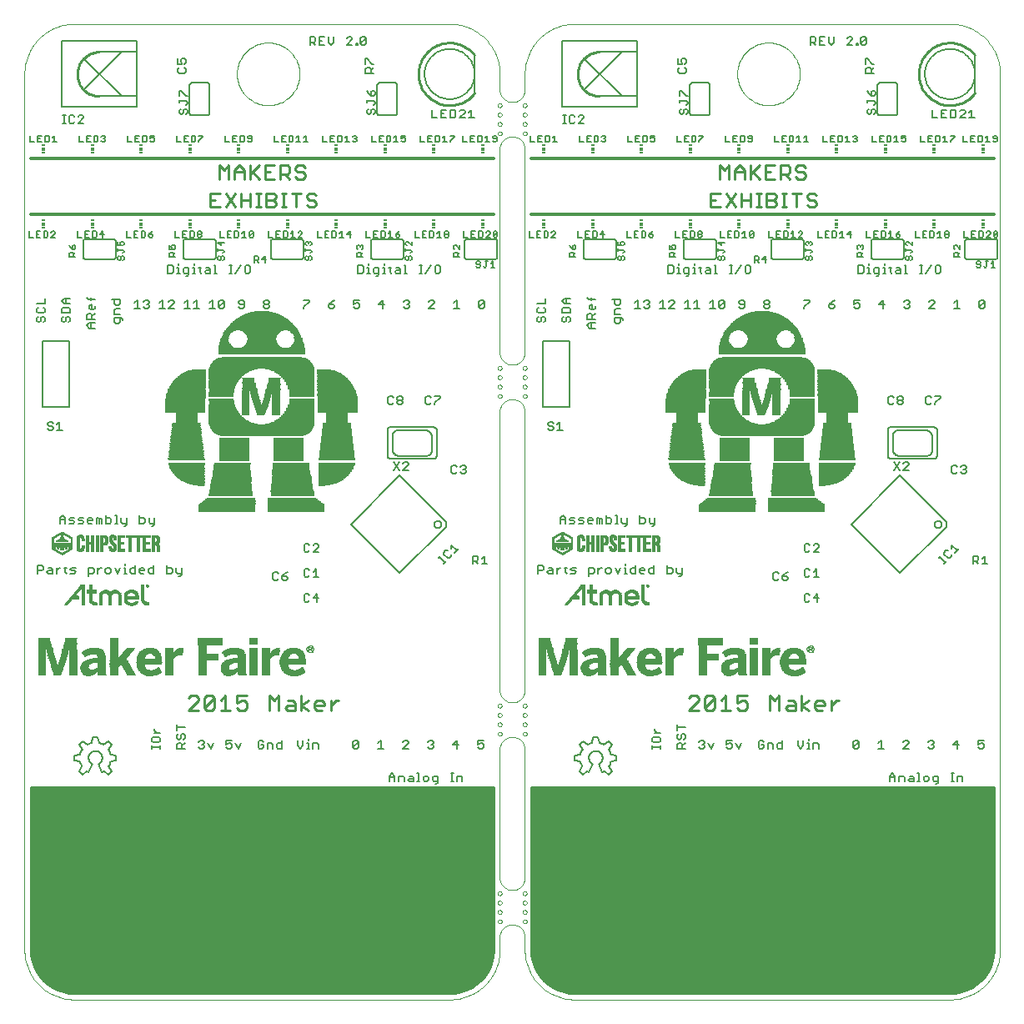
<source format=gto>
G75*
G70*
%OFA0B0*%
%FSLAX24Y24*%
%IPPOS*%
%LPD*%
%AMOC8*
5,1,8,0,0,1.08239X$1,22.5*
%
%ADD10C,0.0000*%
%ADD11C,0.0120*%
%ADD12C,0.0100*%
%ADD13C,0.0080*%
%ADD14C,0.0110*%
%ADD15R,0.0118X0.0059*%
%ADD16R,0.0118X0.0118*%
%ADD17R,0.0144X0.0011*%
%ADD18R,0.0156X0.0011*%
%ADD19R,0.0167X0.0011*%
%ADD20R,0.0300X0.0011*%
%ADD21R,0.0178X0.0011*%
%ADD22R,0.0312X0.0011*%
%ADD23R,0.0289X0.0011*%
%ADD24R,0.0311X0.0011*%
%ADD25R,0.0266X0.0011*%
%ADD26R,0.0323X0.0011*%
%ADD27R,0.0334X0.0011*%
%ADD28R,0.0411X0.0011*%
%ADD29R,0.0322X0.0011*%
%ADD30R,0.0333X0.0011*%
%ADD31R,0.0255X0.0011*%
%ADD32R,0.0400X0.0011*%
%ADD33R,0.0478X0.0011*%
%ADD34R,0.0477X0.0011*%
%ADD35R,0.0367X0.0011*%
%ADD36R,0.0334X0.0011*%
%ADD37R,0.0533X0.0011*%
%ADD38R,0.0545X0.0011*%
%ADD39R,0.0311X0.0011*%
%ADD40R,0.0411X0.0011*%
%ADD41R,0.0589X0.0011*%
%ADD42R,0.0589X0.0011*%
%ADD43R,0.0322X0.0011*%
%ADD44R,0.0444X0.0011*%
%ADD45R,0.0333X0.0011*%
%ADD46R,0.0622X0.0011*%
%ADD47R,0.0633X0.0011*%
%ADD48R,0.0300X0.0011*%
%ADD49R,0.0322X0.0011*%
%ADD50R,0.0311X0.0011*%
%ADD51R,0.0477X0.0011*%
%ADD52R,0.0311X0.0011*%
%ADD53R,0.0323X0.0011*%
%ADD54R,0.0322X0.0011*%
%ADD55R,0.0667X0.0011*%
%ADD56R,0.0333X0.0011*%
%ADD57R,0.0666X0.0011*%
%ADD58R,0.0512X0.0011*%
%ADD59R,0.0711X0.0011*%
%ADD60R,0.0500X0.0011*%
%ADD61R,0.0344X0.0011*%
%ADD62R,0.0534X0.0011*%
%ADD63R,0.0744X0.0011*%
%ADD64R,0.0534X0.0011*%
%ADD65R,0.0745X0.0011*%
%ADD66R,0.0556X0.0011*%
%ADD67R,0.0767X0.0011*%
%ADD68R,0.0556X0.0011*%
%ADD69R,0.0778X0.0011*%
%ADD70R,0.0355X0.0011*%
%ADD71R,0.0578X0.0011*%
%ADD72R,0.0811X0.0011*%
%ADD73R,0.0811X0.0011*%
%ADD74R,0.0366X0.0011*%
%ADD75R,0.0600X0.0011*%
%ADD76R,0.0833X0.0011*%
%ADD77R,0.0833X0.0011*%
%ADD78R,0.0867X0.0011*%
%ADD79R,0.0611X0.0011*%
%ADD80R,0.0855X0.0011*%
%ADD81R,0.0377X0.0011*%
%ADD82R,0.0889X0.0011*%
%ADD83R,0.0878X0.0011*%
%ADD84R,0.0388X0.0011*%
%ADD85R,0.0655X0.0011*%
%ADD86R,0.0889X0.0011*%
%ADD87R,0.0644X0.0011*%
%ADD88R,0.0388X0.0011*%
%ADD89R,0.0978X0.0011*%
%ADD90R,0.0889X0.0011*%
%ADD91R,0.0888X0.0011*%
%ADD92R,0.0978X0.0011*%
%ADD93R,0.0989X0.0011*%
%ADD94R,0.0888X0.0011*%
%ADD95R,0.0412X0.0011*%
%ADD96R,0.0989X0.0011*%
%ADD97R,0.0900X0.0011*%
%ADD98R,0.0423X0.0011*%
%ADD99R,0.0444X0.0011*%
%ADD100R,0.0356X0.0011*%
%ADD101R,0.1000X0.0011*%
%ADD102R,0.0434X0.0011*%
%ADD103R,0.0278X0.0011*%
%ADD104R,0.0289X0.0011*%
%ADD105R,0.0422X0.0011*%
%ADD106R,0.0378X0.0011*%
%ADD107R,0.0245X0.0011*%
%ADD108R,0.0389X0.0011*%
%ADD109R,0.0244X0.0011*%
%ADD110R,0.0445X0.0011*%
%ADD111R,0.0467X0.0011*%
%ADD112R,0.0212X0.0011*%
%ADD113R,0.0366X0.0011*%
%ADD114R,0.0211X0.0011*%
%ADD115R,0.0456X0.0011*%
%ADD116R,0.0166X0.0011*%
%ADD117R,0.0434X0.0011*%
%ADD118R,0.0456X0.0011*%
%ADD119R,0.0344X0.0011*%
%ADD120R,0.0400X0.0011*%
%ADD121R,0.0344X0.0011*%
%ADD122R,0.0144X0.0011*%
%ADD123R,0.0156X0.0011*%
%ADD124R,0.0122X0.0011*%
%ADD125R,0.0389X0.0011*%
%ADD126R,0.0344X0.0011*%
%ADD127R,0.0478X0.0011*%
%ADD128R,0.0345X0.0011*%
%ADD129R,0.0100X0.0011*%
%ADD130R,0.0089X0.0011*%
%ADD131R,0.0078X0.0011*%
%ADD132R,0.0489X0.0011*%
%ADD133R,0.0044X0.0011*%
%ADD134R,0.0045X0.0011*%
%ADD135R,0.0033X0.0011*%
%ADD136R,0.0022X0.0011*%
%ADD137R,0.0011X0.0011*%
%ADD138R,0.0011X0.0011*%
%ADD139R,0.0511X0.0011*%
%ADD140R,0.0367X0.0011*%
%ADD141R,0.0522X0.0011*%
%ADD142R,0.0378X0.0011*%
%ADD143R,0.0334X0.0011*%
%ADD144R,0.0522X0.0011*%
%ADD145R,0.0544X0.0011*%
%ADD146R,0.0244X0.0011*%
%ADD147R,0.0277X0.0011*%
%ADD148R,0.0789X0.0011*%
%ADD149R,0.0288X0.0011*%
%ADD150R,0.0288X0.0011*%
%ADD151R,0.0255X0.0011*%
%ADD152R,0.0356X0.0011*%
%ADD153R,0.0778X0.0011*%
%ADD154R,0.1033X0.0011*%
%ADD155R,0.0367X0.0011*%
%ADD156R,0.1034X0.0011*%
%ADD157R,0.1033X0.0011*%
%ADD158R,0.1034X0.0011*%
%ADD159R,0.0756X0.0011*%
%ADD160R,0.0256X0.0011*%
%ADD161R,0.0466X0.0011*%
%ADD162R,0.1044X0.0011*%
%ADD163R,0.0455X0.0011*%
%ADD164R,0.0511X0.0011*%
%ADD165R,0.0267X0.0011*%
%ADD166R,0.0734X0.0011*%
%ADD167R,0.1033X0.0011*%
%ADD168R,0.0256X0.0011*%
%ADD169R,0.0856X0.0011*%
%ADD170R,0.0723X0.0011*%
%ADD171R,0.0867X0.0011*%
%ADD172R,0.0289X0.0011*%
%ADD173R,0.0267X0.0011*%
%ADD174R,0.0845X0.0011*%
%ADD175R,0.0723X0.0011*%
%ADD176R,0.1033X0.0011*%
%ADD177R,0.0823X0.0011*%
%ADD178R,0.0712X0.0011*%
%ADD179R,0.0834X0.0011*%
%ADD180R,0.1022X0.0011*%
%ADD181R,0.0789X0.0011*%
%ADD182R,0.0700X0.0011*%
%ADD183R,0.0756X0.0011*%
%ADD184R,0.0689X0.0011*%
%ADD185R,0.0800X0.0011*%
%ADD186R,0.0767X0.0011*%
%ADD187R,0.0734X0.0011*%
%ADD188R,0.0678X0.0011*%
%ADD189R,0.0711X0.0011*%
%ADD190R,0.0667X0.0011*%
%ADD191R,0.0634X0.0011*%
%ADD192R,0.0667X0.0011*%
%ADD193R,0.0634X0.0011*%
%ADD194R,0.0267X0.0011*%
%ADD195R,0.0578X0.0011*%
%ADD196R,0.0667X0.0011*%
%ADD197R,0.0800X0.0011*%
%ADD198R,0.0589X0.0011*%
%ADD199R,0.0278X0.0011*%
%ADD200R,0.0267X0.0011*%
%ADD201R,0.0523X0.0011*%
%ADD202R,0.0656X0.0011*%
%ADD203R,0.0456X0.0011*%
%ADD204R,0.0356X0.0011*%
%ADD205R,0.0266X0.0011*%
%ADD206R,0.0023X0.0011*%
%ADD207R,0.0034X0.0011*%
%ADD208R,0.0056X0.0011*%
%ADD209R,0.0266X0.0011*%
%ADD210R,0.0078X0.0011*%
%ADD211R,0.0422X0.0011*%
%ADD212R,0.0423X0.0011*%
%ADD213R,0.0277X0.0011*%
%ADD214R,0.0111X0.0011*%
%ADD215R,0.0433X0.0011*%
%ADD216R,0.0133X0.0011*%
%ADD217R,0.0156X0.0011*%
%ADD218R,0.0189X0.0011*%
%ADD219R,0.0222X0.0011*%
%ADD220R,0.0555X0.0011*%
%ADD221R,0.0012X0.0011*%
%ADD222R,0.0222X0.0011*%
%ADD223R,0.0289X0.0011*%
%ADD224R,0.0389X0.0011*%
%ADD225R,0.0356X0.0011*%
%ADD226R,0.0700X0.0011*%
%ADD227R,0.0389X0.0011*%
%ADD228R,0.0355X0.0011*%
%ADD229R,0.0856X0.0011*%
%ADD230R,0.0911X0.0011*%
%ADD231R,0.0822X0.0011*%
%ADD232R,0.0155X0.0011*%
%ADD233R,0.0044X0.0011*%
%ADD234R,0.0034X0.0011*%
%ADD235R,0.0278X0.0011*%
%ADD236R,0.0755X0.0011*%
%ADD237R,0.0844X0.0011*%
%ADD238R,0.0033X0.0011*%
%ADD239R,0.0278X0.0011*%
%ADD240R,0.0822X0.0011*%
%ADD241R,0.0333X0.0011*%
%ADD242R,0.0722X0.0011*%
%ADD243R,0.0811X0.0011*%
%ADD244R,0.0733X0.0011*%
%ADD245R,0.0034X0.0011*%
%ADD246R,0.0033X0.0011*%
%ADD247R,0.0778X0.0011*%
%ADD248R,0.0656X0.0011*%
%ADD249R,0.0623X0.0011*%
%ADD250R,0.0677X0.0011*%
%ADD251R,0.0022X0.0011*%
%ADD252R,0.0644X0.0011*%
%ADD253R,0.0234X0.0011*%
%ADD254R,0.0233X0.0011*%
%ADD255R,0.0566X0.0011*%
%ADD256R,0.0223X0.0011*%
%ADD257R,0.0567X0.0011*%
%ADD258R,0.0566X0.0011*%
%ADD259R,0.0489X0.0011*%
%ADD260R,0.0200X0.0011*%
%ADD261R,0.0489X0.0011*%
%ADD262R,0.0022X0.0011*%
%ADD263R,0.0044X0.0011*%
%ADD264R,0.0022X0.0011*%
%ADD265R,0.0567X0.0011*%
%ADD266R,0.0433X0.0011*%
%ADD267R,0.0166X0.0011*%
%ADD268R,0.0134X0.0011*%
%ADD269R,0.0133X0.0011*%
%ADD270R,0.0200X0.0011*%
%ADD271R,0.0089X0.0011*%
%ADD272R,0.0544X0.0011*%
%ADD273R,0.0544X0.0011*%
%ADD274R,0.0533X0.0011*%
%ADD275R,0.0044X0.0011*%
%ADD276R,0.0045X0.0011*%
%ADD277R,0.0522X0.0011*%
%ADD278R,0.0511X0.0011*%
%ADD279R,0.0511X0.0011*%
%ADD280R,0.0989X0.0011*%
%ADD281R,0.0489X0.0011*%
%ADD282R,0.0478X0.0011*%
%ADD283R,0.0467X0.0011*%
%ADD284R,0.0444X0.0011*%
%ADD285R,0.0455X0.0011*%
%ADD286R,0.2260X0.0010*%
%ADD287R,0.2250X0.0010*%
%ADD288R,0.2240X0.0010*%
%ADD289R,0.2230X0.0010*%
%ADD290R,0.2210X0.0010*%
%ADD291R,0.2200X0.0010*%
%ADD292R,0.2190X0.0010*%
%ADD293R,0.2170X0.0010*%
%ADD294R,0.2160X0.0010*%
%ADD295R,0.2150X0.0010*%
%ADD296R,0.2140X0.0010*%
%ADD297R,0.2130X0.0010*%
%ADD298R,0.2120X0.0010*%
%ADD299R,0.2110X0.0010*%
%ADD300R,0.2100X0.0010*%
%ADD301R,0.2090X0.0010*%
%ADD302R,0.2080X0.0010*%
%ADD303R,0.2070X0.0010*%
%ADD304R,0.2060X0.0010*%
%ADD305R,0.2050X0.0010*%
%ADD306R,0.2040X0.0010*%
%ADD307R,0.2030X0.0010*%
%ADD308R,0.2020X0.0010*%
%ADD309R,0.2000X0.0010*%
%ADD310R,0.1990X0.0010*%
%ADD311R,0.1980X0.0010*%
%ADD312R,0.1960X0.0010*%
%ADD313R,0.1950X0.0010*%
%ADD314R,0.1940X0.0010*%
%ADD315R,0.1760X0.0010*%
%ADD316R,0.1750X0.0010*%
%ADD317R,0.1740X0.0010*%
%ADD318R,0.1730X0.0010*%
%ADD319R,0.1720X0.0010*%
%ADD320R,0.1710X0.0010*%
%ADD321R,0.1700X0.0010*%
%ADD322R,0.1690X0.0010*%
%ADD323R,0.1680X0.0010*%
%ADD324R,0.1670X0.0010*%
%ADD325R,0.1660X0.0010*%
%ADD326R,0.0190X0.0010*%
%ADD327R,0.1650X0.0010*%
%ADD328R,0.0290X0.0010*%
%ADD329R,0.0370X0.0010*%
%ADD330R,0.0420X0.0010*%
%ADD331R,0.0480X0.0010*%
%ADD332R,0.0470X0.0010*%
%ADD333R,0.0520X0.0010*%
%ADD334R,0.1640X0.0010*%
%ADD335R,0.0560X0.0010*%
%ADD336R,0.1630X0.0010*%
%ADD337R,0.0590X0.0010*%
%ADD338R,0.0620X0.0010*%
%ADD339R,0.0650X0.0010*%
%ADD340R,0.0680X0.0010*%
%ADD341R,0.0710X0.0010*%
%ADD342R,0.1620X0.0010*%
%ADD343R,0.0740X0.0010*%
%ADD344R,0.0760X0.0010*%
%ADD345R,0.0780X0.0010*%
%ADD346R,0.0800X0.0010*%
%ADD347R,0.0830X0.0010*%
%ADD348R,0.1610X0.0010*%
%ADD349R,0.0850X0.0010*%
%ADD350R,0.0860X0.0010*%
%ADD351R,0.0880X0.0010*%
%ADD352R,0.0900X0.0010*%
%ADD353R,0.1600X0.0010*%
%ADD354R,0.0920X0.0010*%
%ADD355R,0.0940X0.0010*%
%ADD356R,0.1590X0.0010*%
%ADD357R,0.0950X0.0010*%
%ADD358R,0.0970X0.0010*%
%ADD359R,0.0980X0.0010*%
%ADD360R,0.1000X0.0010*%
%ADD361R,0.1010X0.0010*%
%ADD362R,0.1030X0.0010*%
%ADD363R,0.1580X0.0010*%
%ADD364R,0.1040X0.0010*%
%ADD365R,0.1050X0.0010*%
%ADD366R,0.1060X0.0010*%
%ADD367R,0.1080X0.0010*%
%ADD368R,0.1090X0.0010*%
%ADD369R,0.1570X0.0010*%
%ADD370R,0.1100X0.0010*%
%ADD371R,0.1560X0.0010*%
%ADD372R,0.1110X0.0010*%
%ADD373R,0.1120X0.0010*%
%ADD374R,0.1130X0.0010*%
%ADD375R,0.1140X0.0010*%
%ADD376R,0.1160X0.0010*%
%ADD377R,0.1550X0.0010*%
%ADD378R,0.1170X0.0010*%
%ADD379R,0.1180X0.0010*%
%ADD380R,0.1190X0.0010*%
%ADD381R,0.1200X0.0010*%
%ADD382R,0.1540X0.0010*%
%ADD383R,0.1210X0.0010*%
%ADD384R,0.1220X0.0010*%
%ADD385R,0.1230X0.0010*%
%ADD386R,0.1240X0.0010*%
%ADD387R,0.1530X0.0010*%
%ADD388R,0.1250X0.0010*%
%ADD389R,0.1520X0.0010*%
%ADD390R,0.1260X0.0010*%
%ADD391R,0.1270X0.0010*%
%ADD392R,0.1280X0.0010*%
%ADD393R,0.1290X0.0010*%
%ADD394R,0.1300X0.0010*%
%ADD395R,0.1510X0.0010*%
%ADD396R,0.1310X0.0010*%
%ADD397R,0.1320X0.0010*%
%ADD398R,0.1330X0.0010*%
%ADD399R,0.1500X0.0010*%
%ADD400R,0.1340X0.0010*%
%ADD401R,0.1490X0.0010*%
%ADD402R,0.1350X0.0010*%
%ADD403R,0.1360X0.0010*%
%ADD404R,0.1370X0.0010*%
%ADD405R,0.1480X0.0010*%
%ADD406R,0.1380X0.0010*%
%ADD407R,0.1390X0.0010*%
%ADD408R,0.1470X0.0010*%
%ADD409R,0.1400X0.0010*%
%ADD410R,0.1410X0.0010*%
%ADD411R,0.1460X0.0010*%
%ADD412R,0.1420X0.0010*%
%ADD413R,0.1450X0.0010*%
%ADD414R,0.1430X0.0010*%
%ADD415R,0.1440X0.0010*%
%ADD416R,0.3240X0.0010*%
%ADD417R,0.3350X0.0010*%
%ADD418R,0.3420X0.0010*%
%ADD419R,0.3480X0.0010*%
%ADD420R,0.3540X0.0010*%
%ADD421R,0.3580X0.0010*%
%ADD422R,0.3620X0.0010*%
%ADD423R,0.3660X0.0010*%
%ADD424R,0.3680X0.0010*%
%ADD425R,0.3720X0.0010*%
%ADD426R,0.3740X0.0010*%
%ADD427R,0.3780X0.0010*%
%ADD428R,0.3800X0.0010*%
%ADD429R,0.3820X0.0010*%
%ADD430R,0.3840X0.0010*%
%ADD431R,0.3870X0.0010*%
%ADD432R,0.3890X0.0010*%
%ADD433R,0.3910X0.0010*%
%ADD434R,0.3920X0.0010*%
%ADD435R,0.3940X0.0010*%
%ADD436R,0.3960X0.0010*%
%ADD437R,0.3980X0.0010*%
%ADD438R,0.4000X0.0010*%
%ADD439R,0.4010X0.0010*%
%ADD440R,0.4020X0.0010*%
%ADD441R,0.4040X0.0010*%
%ADD442R,0.4050X0.0010*%
%ADD443R,0.4060X0.0010*%
%ADD444R,0.4080X0.0010*%
%ADD445R,0.4100X0.0010*%
%ADD446R,0.1150X0.0010*%
%ADD447R,0.4120X0.0010*%
%ADD448R,0.4130X0.0010*%
%ADD449R,0.4140X0.0010*%
%ADD450R,0.4160X0.0010*%
%ADD451R,0.4180X0.0010*%
%ADD452R,0.4190X0.0010*%
%ADD453R,0.1890X0.0010*%
%ADD454R,0.1840X0.0010*%
%ADD455R,0.1810X0.0010*%
%ADD456R,0.1780X0.0010*%
%ADD457R,0.0300X0.0010*%
%ADD458R,0.0320X0.0010*%
%ADD459R,0.0340X0.0010*%
%ADD460R,0.0360X0.0010*%
%ADD461R,0.0380X0.0010*%
%ADD462R,0.0400X0.0010*%
%ADD463R,0.0440X0.0010*%
%ADD464R,0.0460X0.0010*%
%ADD465R,0.0490X0.0010*%
%ADD466R,0.0500X0.0010*%
%ADD467R,0.1070X0.0010*%
%ADD468R,0.0510X0.0010*%
%ADD469R,0.0530X0.0010*%
%ADD470R,0.0540X0.0010*%
%ADD471R,0.0570X0.0010*%
%ADD472R,0.0270X0.0010*%
%ADD473R,0.0260X0.0010*%
%ADD474R,0.1020X0.0010*%
%ADD475R,0.0310X0.0010*%
%ADD476R,0.0280X0.0010*%
%ADD477R,0.0990X0.0010*%
%ADD478R,0.0600X0.0010*%
%ADD479R,0.0580X0.0010*%
%ADD480R,0.0550X0.0010*%
%ADD481R,0.0450X0.0010*%
%ADD482R,0.0930X0.0010*%
%ADD483R,0.0840X0.0010*%
%ADD484R,0.0810X0.0010*%
%ADD485R,0.0790X0.0010*%
%ADD486R,0.0770X0.0010*%
%ADD487R,0.0640X0.0010*%
%ADD488R,0.0410X0.0010*%
%ADD489R,0.1850X0.0010*%
%ADD490R,0.4200X0.0010*%
%ADD491R,0.4150X0.0010*%
%ADD492R,0.4070X0.0010*%
%ADD493R,0.3900X0.0010*%
%ADD494R,0.3880X0.0010*%
%ADD495R,0.3860X0.0010*%
%ADD496R,0.3650X0.0010*%
%ADD497R,0.3530X0.0010*%
%ADD498R,0.3430X0.0010*%
%ADD499R,0.3340X0.0010*%
%ADD500R,0.3220X0.0010*%
%ADD501R,0.3460X0.0010*%
%ADD502R,0.3450X0.0010*%
%ADD503R,0.3440X0.0010*%
%ADD504R,0.0700X0.0010*%
%ADD505R,0.0660X0.0010*%
%ADD506R,0.0670X0.0010*%
%ADD507R,0.0630X0.0010*%
%ADD508R,0.0610X0.0010*%
%ADD509R,0.0430X0.0010*%
%ADD510R,0.0390X0.0010*%
%ADD511R,0.0350X0.0010*%
%ADD512R,0.0330X0.0010*%
%ADD513R,0.2860X0.0010*%
%ADD514R,0.2850X0.0010*%
%ADD515R,0.2840X0.0010*%
%ADD516R,0.2820X0.0010*%
%ADD517R,0.2800X0.0010*%
%ADD518R,0.2780X0.0010*%
%ADD519R,0.2760X0.0010*%
%ADD520R,0.2740X0.0010*%
%ADD521R,0.2730X0.0010*%
%ADD522R,0.2720X0.0010*%
%ADD523R,0.2700X0.0010*%
%ADD524R,0.2680X0.0010*%
%ADD525R,0.2660X0.0010*%
%ADD526R,0.2650X0.0010*%
%ADD527R,0.2630X0.0010*%
%ADD528R,0.2620X0.0010*%
%ADD529R,0.2600X0.0010*%
%ADD530R,0.2580X0.0010*%
%ADD531R,0.2560X0.0010*%
%ADD532R,0.2540X0.0010*%
%ADD533R,0.2520X0.0010*%
%ADD534R,0.2500X0.0010*%
%ADD535R,0.2480X0.0010*%
%ADD536R,0.2460X0.0010*%
%ADD537R,0.2440X0.0010*%
%ADD538R,0.2420X0.0010*%
%ADD539R,0.2400X0.0010*%
%ADD540R,0.2380X0.0010*%
%ADD541R,0.2360X0.0010*%
%ADD542R,0.2340X0.0010*%
%ADD543R,0.2320X0.0010*%
%ADD544R,0.2300X0.0010*%
%ADD545R,0.2270X0.0010*%
%ADD546R,0.2220X0.0010*%
%ADD547R,0.2180X0.0010*%
%ADD548R,0.1920X0.0010*%
%ADD549R,0.1900X0.0010*%
%ADD550R,0.1860X0.0010*%
%ADD551R,0.1830X0.0010*%
%ADD552R,0.1800X0.0010*%
%ADD553R,0.0960X0.0010*%
%ADD554R,0.0820X0.0010*%
%ADD555R,0.0720X0.0010*%
%ADD556R,0.0028X0.0004*%
%ADD557R,0.0116X0.0004*%
%ADD558R,0.0160X0.0004*%
%ADD559R,0.0196X0.0004*%
%ADD560R,0.0144X0.0004*%
%ADD561R,0.0120X0.0004*%
%ADD562R,0.0100X0.0004*%
%ADD563R,0.0124X0.0004*%
%ADD564R,0.0128X0.0004*%
%ADD565R,0.0224X0.0004*%
%ADD566R,0.0104X0.0004*%
%ADD567R,0.0140X0.0004*%
%ADD568R,0.0248X0.0004*%
%ADD569R,0.0140X0.0004*%
%ADD570R,0.0120X0.0004*%
%ADD571R,0.0136X0.0004*%
%ADD572R,0.0124X0.0004*%
%ADD573R,0.0128X0.0004*%
%ADD574R,0.0268X0.0004*%
%ADD575R,0.0136X0.0004*%
%ADD576R,0.0148X0.0004*%
%ADD577R,0.0288X0.0004*%
%ADD578R,0.0148X0.0004*%
%ADD579R,0.0144X0.0004*%
%ADD580R,0.0156X0.0004*%
%ADD581R,0.0304X0.0004*%
%ADD582R,0.0160X0.0004*%
%ADD583R,0.0164X0.0004*%
%ADD584R,0.0320X0.0004*%
%ADD585R,0.0168X0.0004*%
%ADD586R,0.0172X0.0004*%
%ADD587R,0.0336X0.0004*%
%ADD588R,0.0176X0.0004*%
%ADD589R,0.0180X0.0004*%
%ADD590R,0.0352X0.0004*%
%ADD591R,0.0184X0.0004*%
%ADD592R,0.0188X0.0004*%
%ADD593R,0.0360X0.0004*%
%ADD594R,0.0192X0.0004*%
%ADD595R,0.0376X0.0004*%
%ADD596R,0.0196X0.0004*%
%ADD597R,0.0200X0.0004*%
%ADD598R,0.0384X0.0004*%
%ADD599R,0.0204X0.0004*%
%ADD600R,0.0208X0.0004*%
%ADD601R,0.0396X0.0004*%
%ADD602R,0.0208X0.0004*%
%ADD603R,0.0144X0.0004*%
%ADD604R,0.0212X0.0004*%
%ADD605R,0.0408X0.0004*%
%ADD606R,0.0216X0.0004*%
%ADD607R,0.0144X0.0004*%
%ADD608R,0.0216X0.0004*%
%ADD609R,0.0416X0.0004*%
%ADD610R,0.0220X0.0004*%
%ADD611R,0.0224X0.0004*%
%ADD612R,0.0428X0.0004*%
%ADD613R,0.0228X0.0004*%
%ADD614R,0.0436X0.0004*%
%ADD615R,0.0228X0.0004*%
%ADD616R,0.0232X0.0004*%
%ADD617R,0.0444X0.0004*%
%ADD618R,0.0236X0.0004*%
%ADD619R,0.0236X0.0004*%
%ADD620R,0.0452X0.0004*%
%ADD621R,0.0240X0.0004*%
%ADD622R,0.0240X0.0004*%
%ADD623R,0.0460X0.0004*%
%ADD624R,0.0244X0.0004*%
%ADD625R,0.0244X0.0004*%
%ADD626R,0.0468X0.0004*%
%ADD627R,0.0248X0.0004*%
%ADD628R,0.0476X0.0004*%
%ADD629R,0.0252X0.0004*%
%ADD630R,0.0480X0.0004*%
%ADD631R,0.0256X0.0004*%
%ADD632R,0.0232X0.0004*%
%ADD633R,0.0220X0.0004*%
%ADD634R,0.0256X0.0004*%
%ADD635R,0.0260X0.0004*%
%ADD636R,0.0260X0.0004*%
%ADD637R,0.0188X0.0004*%
%ADD638R,0.0264X0.0004*%
%ADD639R,0.0264X0.0004*%
%ADD640R,0.0180X0.0004*%
%ADD641R,0.0268X0.0004*%
%ADD642R,0.0268X0.0004*%
%ADD643R,0.0272X0.0004*%
%ADD644R,0.0172X0.0004*%
%ADD645R,0.0168X0.0004*%
%ADD646R,0.0272X0.0004*%
%ADD647R,0.0168X0.0004*%
%ADD648R,0.0164X0.0004*%
%ADD649R,0.0276X0.0004*%
%ADD650R,0.0276X0.0004*%
%ADD651R,0.0164X0.0004*%
%ADD652R,0.0280X0.0004*%
%ADD653R,0.0156X0.0004*%
%ADD654R,0.0176X0.0004*%
%ADD655R,0.0148X0.0004*%
%ADD656R,0.0168X0.0004*%
%ADD657R,0.0152X0.0004*%
%ADD658R,0.0152X0.0004*%
%ADD659R,0.0156X0.0004*%
%ADD660R,0.0132X0.0004*%
%ADD661R,0.0136X0.0004*%
%ADD662R,0.0132X0.0004*%
%ADD663R,0.0128X0.0004*%
%ADD664R,0.0136X0.0004*%
%ADD665R,0.0124X0.0004*%
%ADD666R,0.0124X0.0004*%
%ADD667R,0.0132X0.0004*%
%ADD668R,0.0132X0.0004*%
%ADD669R,0.0388X0.0004*%
%ADD670R,0.0608X0.0004*%
%ADD671R,0.0384X0.0004*%
%ADD672R,0.0612X0.0004*%
%ADD673R,0.0380X0.0004*%
%ADD674R,0.0612X0.0004*%
%ADD675R,0.0372X0.0004*%
%ADD676R,0.0372X0.0004*%
%ADD677R,0.0368X0.0004*%
%ADD678R,0.0364X0.0004*%
%ADD679R,0.0360X0.0004*%
%ADD680R,0.0356X0.0004*%
%ADD681R,0.0352X0.0004*%
%ADD682R,0.0348X0.0004*%
%ADD683R,0.0344X0.0004*%
%ADD684R,0.0340X0.0004*%
%ADD685R,0.0336X0.0004*%
%ADD686R,0.0332X0.0004*%
%ADD687R,0.0328X0.0004*%
%ADD688R,0.0328X0.0004*%
%ADD689R,0.0324X0.0004*%
%ADD690R,0.0320X0.0004*%
%ADD691R,0.0316X0.0004*%
%ADD692R,0.0312X0.0004*%
%ADD693R,0.0308X0.0004*%
%ADD694R,0.0308X0.0004*%
%ADD695R,0.0604X0.0004*%
%ADD696R,0.0304X0.0004*%
%ADD697R,0.0604X0.0004*%
%ADD698R,0.0300X0.0004*%
%ADD699R,0.0296X0.0004*%
%ADD700R,0.0128X0.0004*%
%ADD701R,0.0152X0.0004*%
%ADD702R,0.0156X0.0004*%
%ADD703R,0.0176X0.0004*%
%ADD704R,0.0184X0.0004*%
%ADD705R,0.0192X0.0004*%
%ADD706R,0.0196X0.0004*%
%ADD707R,0.0216X0.0004*%
%ADD708R,0.0224X0.0004*%
%ADD709R,0.0232X0.0004*%
%ADD710R,0.0256X0.0004*%
%ADD711R,0.0272X0.0004*%
%ADD712R,0.0292X0.0004*%
%ADD713R,0.0184X0.0004*%
%ADD714R,0.0316X0.0004*%
%ADD715R,0.0376X0.0004*%
%ADD716R,0.0204X0.0004*%
%ADD717R,0.0356X0.0004*%
%ADD718R,0.0824X0.0004*%
%ADD719R,0.0376X0.0004*%
%ADD720R,0.0820X0.0004*%
%ADD721R,0.0176X0.0004*%
%ADD722R,0.0816X0.0004*%
%ADD723R,0.0808X0.0004*%
%ADD724R,0.0200X0.0004*%
%ADD725R,0.0804X0.0004*%
%ADD726R,0.0796X0.0004*%
%ADD727R,0.0792X0.0004*%
%ADD728R,0.0472X0.0004*%
%ADD729R,0.0784X0.0004*%
%ADD730R,0.0468X0.0004*%
%ADD731R,0.0776X0.0004*%
%ADD732R,0.0460X0.0004*%
%ADD733R,0.0452X0.0004*%
%ADD734R,0.0376X0.0004*%
%ADD735R,0.0444X0.0004*%
%ADD736R,0.0368X0.0004*%
%ADD737R,0.0364X0.0004*%
%ADD738R,0.0436X0.0004*%
%ADD739R,0.0428X0.0004*%
%ADD740R,0.0420X0.0004*%
%ADD741R,0.0344X0.0004*%
%ADD742R,0.0412X0.0004*%
%ADD743R,0.0404X0.0004*%
%ADD744R,0.0324X0.0004*%
%ADD745R,0.0392X0.0004*%
%ADD746R,0.0280X0.0004*%
%ADD747R,0.0284X0.0004*%
%ADD748R,0.0348X0.0004*%
%ADD749R,0.0256X0.0004*%
%ADD750R,0.0244X0.0004*%
%ADD751R,0.0308X0.0004*%
%ADD752R,0.0212X0.0004*%
%ADD753R,0.0236X0.0004*%
%ADD754R,0.0184X0.0004*%
%ADD755R,0.0088X0.0004*%
%ADD756R,0.0112X0.0004*%
%ADD757R,0.0024X0.0004*%
%ADD758R,0.0252X0.0004*%
%ADD759R,0.0040X0.0004*%
%ADD760R,0.0056X0.0004*%
%ADD761R,0.0016X0.0004*%
%ADD762R,0.0016X0.0004*%
%ADD763R,0.0012X0.0004*%
%ADD764R,0.0012X0.0004*%
%ADD765R,0.0008X0.0004*%
%ADD766R,0.0012X0.0004*%
%ADD767R,0.0208X0.0004*%
%ADD768R,0.0012X0.0004*%
%ADD769R,0.0004X0.0004*%
%ADD770R,0.0008X0.0004*%
%ADD771R,0.0004X0.0004*%
%ADD772R,0.0008X0.0004*%
%ADD773R,0.0192X0.0004*%
%ADD774R,0.0008X0.0004*%
%ADD775R,0.0032X0.0004*%
%ADD776R,0.0016X0.0004*%
%ADD777R,0.0016X0.0004*%
%ADD778R,0.0056X0.0004*%
%ADD779C,0.0001*%
D10*
X000655Y002655D02*
X000655Y037655D01*
X000657Y037750D01*
X000664Y037845D01*
X000675Y037940D01*
X000691Y038034D01*
X000711Y038127D01*
X000736Y038218D01*
X000765Y038309D01*
X000798Y038398D01*
X000836Y038486D01*
X000877Y038571D01*
X000923Y038655D01*
X000972Y038736D01*
X001026Y038815D01*
X001083Y038891D01*
X001144Y038965D01*
X001208Y039035D01*
X001275Y039102D01*
X001345Y039166D01*
X001419Y039227D01*
X001495Y039284D01*
X001574Y039338D01*
X001655Y039387D01*
X001739Y039433D01*
X001824Y039474D01*
X001912Y039512D01*
X002001Y039545D01*
X002092Y039574D01*
X002183Y039599D01*
X002276Y039619D01*
X002370Y039635D01*
X002465Y039646D01*
X002560Y039653D01*
X002655Y039655D01*
X017655Y039655D01*
X017750Y039653D01*
X017845Y039646D01*
X017940Y039635D01*
X018034Y039619D01*
X018127Y039599D01*
X018218Y039574D01*
X018309Y039545D01*
X018398Y039512D01*
X018486Y039474D01*
X018571Y039433D01*
X018655Y039387D01*
X018736Y039338D01*
X018815Y039284D01*
X018891Y039227D01*
X018965Y039166D01*
X019035Y039102D01*
X019102Y039035D01*
X019166Y038965D01*
X019227Y038891D01*
X019284Y038815D01*
X019338Y038736D01*
X019387Y038655D01*
X019433Y038571D01*
X019474Y038486D01*
X019512Y038398D01*
X019545Y038309D01*
X019574Y038218D01*
X019599Y038127D01*
X019619Y038034D01*
X019635Y037940D01*
X019646Y037845D01*
X019653Y037750D01*
X019655Y037655D01*
X019655Y037030D01*
X020155Y036530D02*
X020199Y036532D01*
X020242Y036538D01*
X020284Y036547D01*
X020326Y036560D01*
X020366Y036577D01*
X020405Y036597D01*
X020442Y036620D01*
X020476Y036647D01*
X020509Y036676D01*
X020538Y036709D01*
X020565Y036743D01*
X020588Y036780D01*
X020608Y036819D01*
X020625Y036859D01*
X020638Y036901D01*
X020647Y036943D01*
X020653Y036986D01*
X020655Y037030D01*
X020655Y037655D01*
X019655Y037030D02*
X019657Y036986D01*
X019663Y036943D01*
X019672Y036901D01*
X019685Y036859D01*
X019702Y036819D01*
X019722Y036780D01*
X019745Y036743D01*
X019772Y036709D01*
X019801Y036676D01*
X019834Y036647D01*
X019868Y036620D01*
X019905Y036597D01*
X019944Y036577D01*
X019984Y036560D01*
X020026Y036547D01*
X020068Y036538D01*
X020111Y036532D01*
X020155Y036530D01*
X019576Y036405D02*
X019578Y036423D01*
X019584Y036439D01*
X019593Y036454D01*
X019606Y036467D01*
X019621Y036476D01*
X019637Y036482D01*
X019655Y036484D01*
X019673Y036482D01*
X019689Y036476D01*
X019704Y036467D01*
X019717Y036454D01*
X019726Y036439D01*
X019732Y036423D01*
X019734Y036405D01*
X019732Y036387D01*
X019726Y036371D01*
X019717Y036356D01*
X019704Y036343D01*
X019689Y036334D01*
X019673Y036328D01*
X019655Y036326D01*
X019637Y036328D01*
X019621Y036334D01*
X019606Y036343D01*
X019593Y036356D01*
X019584Y036371D01*
X019578Y036387D01*
X019576Y036405D01*
X019576Y036030D02*
X019578Y036048D01*
X019584Y036064D01*
X019593Y036079D01*
X019606Y036092D01*
X019621Y036101D01*
X019637Y036107D01*
X019655Y036109D01*
X019673Y036107D01*
X019689Y036101D01*
X019704Y036092D01*
X019717Y036079D01*
X019726Y036064D01*
X019732Y036048D01*
X019734Y036030D01*
X019732Y036012D01*
X019726Y035996D01*
X019717Y035981D01*
X019704Y035968D01*
X019689Y035959D01*
X019673Y035953D01*
X019655Y035951D01*
X019637Y035953D01*
X019621Y035959D01*
X019606Y035968D01*
X019593Y035981D01*
X019584Y035996D01*
X019578Y036012D01*
X019576Y036030D01*
X019576Y035655D02*
X019578Y035673D01*
X019584Y035689D01*
X019593Y035704D01*
X019606Y035717D01*
X019621Y035726D01*
X019637Y035732D01*
X019655Y035734D01*
X019673Y035732D01*
X019689Y035726D01*
X019704Y035717D01*
X019717Y035704D01*
X019726Y035689D01*
X019732Y035673D01*
X019734Y035655D01*
X019732Y035637D01*
X019726Y035621D01*
X019717Y035606D01*
X019704Y035593D01*
X019689Y035584D01*
X019673Y035578D01*
X019655Y035576D01*
X019637Y035578D01*
X019621Y035584D01*
X019606Y035593D01*
X019593Y035606D01*
X019584Y035621D01*
X019578Y035637D01*
X019576Y035655D01*
X019576Y035280D02*
X019578Y035298D01*
X019584Y035314D01*
X019593Y035329D01*
X019606Y035342D01*
X019621Y035351D01*
X019637Y035357D01*
X019655Y035359D01*
X019673Y035357D01*
X019689Y035351D01*
X019704Y035342D01*
X019717Y035329D01*
X019726Y035314D01*
X019732Y035298D01*
X019734Y035280D01*
X019732Y035262D01*
X019726Y035246D01*
X019717Y035231D01*
X019704Y035218D01*
X019689Y035209D01*
X019673Y035203D01*
X019655Y035201D01*
X019637Y035203D01*
X019621Y035209D01*
X019606Y035218D01*
X019593Y035231D01*
X019584Y035246D01*
X019578Y035262D01*
X019576Y035280D01*
X019655Y034655D02*
X019655Y026530D01*
X020155Y026030D02*
X020199Y026032D01*
X020242Y026038D01*
X020284Y026047D01*
X020326Y026060D01*
X020366Y026077D01*
X020405Y026097D01*
X020442Y026120D01*
X020476Y026147D01*
X020509Y026176D01*
X020538Y026209D01*
X020565Y026243D01*
X020588Y026280D01*
X020608Y026319D01*
X020625Y026359D01*
X020638Y026401D01*
X020647Y026443D01*
X020653Y026486D01*
X020655Y026530D01*
X020655Y034655D01*
X020155Y035155D02*
X020111Y035153D01*
X020068Y035147D01*
X020026Y035138D01*
X019984Y035125D01*
X019944Y035108D01*
X019905Y035088D01*
X019868Y035065D01*
X019834Y035038D01*
X019801Y035009D01*
X019772Y034976D01*
X019745Y034942D01*
X019722Y034905D01*
X019702Y034866D01*
X019685Y034826D01*
X019672Y034784D01*
X019663Y034742D01*
X019657Y034699D01*
X019655Y034655D01*
X020155Y035155D02*
X020199Y035153D01*
X020242Y035147D01*
X020284Y035138D01*
X020326Y035125D01*
X020366Y035108D01*
X020405Y035088D01*
X020442Y035065D01*
X020476Y035038D01*
X020509Y035009D01*
X020538Y034976D01*
X020565Y034942D01*
X020588Y034905D01*
X020608Y034866D01*
X020625Y034826D01*
X020638Y034784D01*
X020647Y034742D01*
X020653Y034699D01*
X020655Y034655D01*
X020576Y035280D02*
X020578Y035298D01*
X020584Y035314D01*
X020593Y035329D01*
X020606Y035342D01*
X020621Y035351D01*
X020637Y035357D01*
X020655Y035359D01*
X020673Y035357D01*
X020689Y035351D01*
X020704Y035342D01*
X020717Y035329D01*
X020726Y035314D01*
X020732Y035298D01*
X020734Y035280D01*
X020732Y035262D01*
X020726Y035246D01*
X020717Y035231D01*
X020704Y035218D01*
X020689Y035209D01*
X020673Y035203D01*
X020655Y035201D01*
X020637Y035203D01*
X020621Y035209D01*
X020606Y035218D01*
X020593Y035231D01*
X020584Y035246D01*
X020578Y035262D01*
X020576Y035280D01*
X020576Y035655D02*
X020578Y035673D01*
X020584Y035689D01*
X020593Y035704D01*
X020606Y035717D01*
X020621Y035726D01*
X020637Y035732D01*
X020655Y035734D01*
X020673Y035732D01*
X020689Y035726D01*
X020704Y035717D01*
X020717Y035704D01*
X020726Y035689D01*
X020732Y035673D01*
X020734Y035655D01*
X020732Y035637D01*
X020726Y035621D01*
X020717Y035606D01*
X020704Y035593D01*
X020689Y035584D01*
X020673Y035578D01*
X020655Y035576D01*
X020637Y035578D01*
X020621Y035584D01*
X020606Y035593D01*
X020593Y035606D01*
X020584Y035621D01*
X020578Y035637D01*
X020576Y035655D01*
X020576Y036030D02*
X020578Y036048D01*
X020584Y036064D01*
X020593Y036079D01*
X020606Y036092D01*
X020621Y036101D01*
X020637Y036107D01*
X020655Y036109D01*
X020673Y036107D01*
X020689Y036101D01*
X020704Y036092D01*
X020717Y036079D01*
X020726Y036064D01*
X020732Y036048D01*
X020734Y036030D01*
X020732Y036012D01*
X020726Y035996D01*
X020717Y035981D01*
X020704Y035968D01*
X020689Y035959D01*
X020673Y035953D01*
X020655Y035951D01*
X020637Y035953D01*
X020621Y035959D01*
X020606Y035968D01*
X020593Y035981D01*
X020584Y035996D01*
X020578Y036012D01*
X020576Y036030D01*
X020576Y036405D02*
X020578Y036423D01*
X020584Y036439D01*
X020593Y036454D01*
X020606Y036467D01*
X020621Y036476D01*
X020637Y036482D01*
X020655Y036484D01*
X020673Y036482D01*
X020689Y036476D01*
X020704Y036467D01*
X020717Y036454D01*
X020726Y036439D01*
X020732Y036423D01*
X020734Y036405D01*
X020732Y036387D01*
X020726Y036371D01*
X020717Y036356D01*
X020704Y036343D01*
X020689Y036334D01*
X020673Y036328D01*
X020655Y036326D01*
X020637Y036328D01*
X020621Y036334D01*
X020606Y036343D01*
X020593Y036356D01*
X020584Y036371D01*
X020578Y036387D01*
X020576Y036405D01*
X020655Y037655D02*
X020657Y037750D01*
X020664Y037845D01*
X020675Y037940D01*
X020691Y038034D01*
X020711Y038127D01*
X020736Y038218D01*
X020765Y038309D01*
X020798Y038398D01*
X020836Y038486D01*
X020877Y038571D01*
X020923Y038655D01*
X020972Y038736D01*
X021026Y038815D01*
X021083Y038891D01*
X021144Y038965D01*
X021208Y039035D01*
X021275Y039102D01*
X021345Y039166D01*
X021419Y039227D01*
X021495Y039284D01*
X021574Y039338D01*
X021655Y039387D01*
X021739Y039433D01*
X021824Y039474D01*
X021912Y039512D01*
X022001Y039545D01*
X022092Y039574D01*
X022183Y039599D01*
X022276Y039619D01*
X022370Y039635D01*
X022465Y039646D01*
X022560Y039653D01*
X022655Y039655D01*
X037655Y039655D01*
X037750Y039653D01*
X037845Y039646D01*
X037940Y039635D01*
X038034Y039619D01*
X038127Y039599D01*
X038218Y039574D01*
X038309Y039545D01*
X038398Y039512D01*
X038486Y039474D01*
X038571Y039433D01*
X038655Y039387D01*
X038736Y039338D01*
X038815Y039284D01*
X038891Y039227D01*
X038965Y039166D01*
X039035Y039102D01*
X039102Y039035D01*
X039166Y038965D01*
X039227Y038891D01*
X039284Y038815D01*
X039338Y038736D01*
X039387Y038655D01*
X039433Y038571D01*
X039474Y038486D01*
X039512Y038398D01*
X039545Y038309D01*
X039574Y038218D01*
X039599Y038127D01*
X039619Y038034D01*
X039635Y037940D01*
X039646Y037845D01*
X039653Y037750D01*
X039655Y037655D01*
X039655Y002655D01*
X039653Y002560D01*
X039646Y002465D01*
X039635Y002370D01*
X039619Y002276D01*
X039599Y002183D01*
X039574Y002092D01*
X039545Y002001D01*
X039512Y001912D01*
X039474Y001824D01*
X039433Y001739D01*
X039387Y001655D01*
X039338Y001574D01*
X039284Y001495D01*
X039227Y001419D01*
X039166Y001345D01*
X039102Y001275D01*
X039035Y001208D01*
X038965Y001144D01*
X038891Y001083D01*
X038815Y001026D01*
X038736Y000972D01*
X038655Y000923D01*
X038571Y000877D01*
X038486Y000836D01*
X038398Y000798D01*
X038309Y000765D01*
X038218Y000736D01*
X038127Y000711D01*
X038034Y000691D01*
X037940Y000675D01*
X037845Y000664D01*
X037750Y000657D01*
X037655Y000655D01*
X022655Y000655D01*
X022560Y000657D01*
X022465Y000664D01*
X022370Y000675D01*
X022276Y000691D01*
X022183Y000711D01*
X022092Y000736D01*
X022001Y000765D01*
X021912Y000798D01*
X021824Y000836D01*
X021739Y000877D01*
X021655Y000923D01*
X021574Y000972D01*
X021495Y001026D01*
X021419Y001083D01*
X021345Y001144D01*
X021275Y001208D01*
X021208Y001275D01*
X021144Y001345D01*
X021083Y001419D01*
X021026Y001495D01*
X020972Y001574D01*
X020923Y001655D01*
X020877Y001739D01*
X020836Y001824D01*
X020798Y001912D01*
X020765Y002001D01*
X020736Y002092D01*
X020711Y002183D01*
X020691Y002276D01*
X020675Y002370D01*
X020664Y002465D01*
X020657Y002560D01*
X020655Y002655D01*
X020655Y003155D01*
X020155Y003655D02*
X020111Y003653D01*
X020068Y003647D01*
X020026Y003638D01*
X019984Y003625D01*
X019944Y003608D01*
X019905Y003588D01*
X019868Y003565D01*
X019834Y003538D01*
X019801Y003509D01*
X019772Y003476D01*
X019745Y003442D01*
X019722Y003405D01*
X019702Y003366D01*
X019685Y003326D01*
X019672Y003284D01*
X019663Y003242D01*
X019657Y003199D01*
X019655Y003155D01*
X019655Y002655D01*
X020655Y003155D02*
X020653Y003199D01*
X020647Y003242D01*
X020638Y003284D01*
X020625Y003326D01*
X020608Y003366D01*
X020588Y003405D01*
X020565Y003442D01*
X020538Y003476D01*
X020509Y003509D01*
X020476Y003538D01*
X020442Y003565D01*
X020405Y003588D01*
X020366Y003608D01*
X020326Y003625D01*
X020284Y003638D01*
X020242Y003647D01*
X020199Y003653D01*
X020155Y003655D01*
X019576Y003780D02*
X019578Y003798D01*
X019584Y003814D01*
X019593Y003829D01*
X019606Y003842D01*
X019621Y003851D01*
X019637Y003857D01*
X019655Y003859D01*
X019673Y003857D01*
X019689Y003851D01*
X019704Y003842D01*
X019717Y003829D01*
X019726Y003814D01*
X019732Y003798D01*
X019734Y003780D01*
X019732Y003762D01*
X019726Y003746D01*
X019717Y003731D01*
X019704Y003718D01*
X019689Y003709D01*
X019673Y003703D01*
X019655Y003701D01*
X019637Y003703D01*
X019621Y003709D01*
X019606Y003718D01*
X019593Y003731D01*
X019584Y003746D01*
X019578Y003762D01*
X019576Y003780D01*
X019576Y004155D02*
X019578Y004173D01*
X019584Y004189D01*
X019593Y004204D01*
X019606Y004217D01*
X019621Y004226D01*
X019637Y004232D01*
X019655Y004234D01*
X019673Y004232D01*
X019689Y004226D01*
X019704Y004217D01*
X019717Y004204D01*
X019726Y004189D01*
X019732Y004173D01*
X019734Y004155D01*
X019732Y004137D01*
X019726Y004121D01*
X019717Y004106D01*
X019704Y004093D01*
X019689Y004084D01*
X019673Y004078D01*
X019655Y004076D01*
X019637Y004078D01*
X019621Y004084D01*
X019606Y004093D01*
X019593Y004106D01*
X019584Y004121D01*
X019578Y004137D01*
X019576Y004155D01*
X019576Y004530D02*
X019578Y004548D01*
X019584Y004564D01*
X019593Y004579D01*
X019606Y004592D01*
X019621Y004601D01*
X019637Y004607D01*
X019655Y004609D01*
X019673Y004607D01*
X019689Y004601D01*
X019704Y004592D01*
X019717Y004579D01*
X019726Y004564D01*
X019732Y004548D01*
X019734Y004530D01*
X019732Y004512D01*
X019726Y004496D01*
X019717Y004481D01*
X019704Y004468D01*
X019689Y004459D01*
X019673Y004453D01*
X019655Y004451D01*
X019637Y004453D01*
X019621Y004459D01*
X019606Y004468D01*
X019593Y004481D01*
X019584Y004496D01*
X019578Y004512D01*
X019576Y004530D01*
X019576Y004905D02*
X019578Y004923D01*
X019584Y004939D01*
X019593Y004954D01*
X019606Y004967D01*
X019621Y004976D01*
X019637Y004982D01*
X019655Y004984D01*
X019673Y004982D01*
X019689Y004976D01*
X019704Y004967D01*
X019717Y004954D01*
X019726Y004939D01*
X019732Y004923D01*
X019734Y004905D01*
X019732Y004887D01*
X019726Y004871D01*
X019717Y004856D01*
X019704Y004843D01*
X019689Y004834D01*
X019673Y004828D01*
X019655Y004826D01*
X019637Y004828D01*
X019621Y004834D01*
X019606Y004843D01*
X019593Y004856D01*
X019584Y004871D01*
X019578Y004887D01*
X019576Y004905D01*
X019655Y005530D02*
X019655Y010655D01*
X019657Y010699D01*
X019663Y010742D01*
X019672Y010784D01*
X019685Y010826D01*
X019702Y010866D01*
X019722Y010905D01*
X019745Y010942D01*
X019772Y010976D01*
X019801Y011009D01*
X019834Y011038D01*
X019868Y011065D01*
X019905Y011088D01*
X019944Y011108D01*
X019984Y011125D01*
X020026Y011138D01*
X020068Y011147D01*
X020111Y011153D01*
X020155Y011155D01*
X020199Y011153D01*
X020242Y011147D01*
X020284Y011138D01*
X020326Y011125D01*
X020366Y011108D01*
X020405Y011088D01*
X020442Y011065D01*
X020476Y011038D01*
X020509Y011009D01*
X020538Y010976D01*
X020565Y010942D01*
X020588Y010905D01*
X020608Y010866D01*
X020625Y010826D01*
X020638Y010784D01*
X020647Y010742D01*
X020653Y010699D01*
X020655Y010655D01*
X020655Y005530D01*
X020653Y005486D01*
X020647Y005443D01*
X020638Y005401D01*
X020625Y005359D01*
X020608Y005319D01*
X020588Y005280D01*
X020565Y005243D01*
X020538Y005209D01*
X020509Y005176D01*
X020476Y005147D01*
X020442Y005120D01*
X020405Y005097D01*
X020366Y005077D01*
X020326Y005060D01*
X020284Y005047D01*
X020242Y005038D01*
X020199Y005032D01*
X020155Y005030D01*
X020111Y005032D01*
X020068Y005038D01*
X020026Y005047D01*
X019984Y005060D01*
X019944Y005077D01*
X019905Y005097D01*
X019868Y005120D01*
X019834Y005147D01*
X019801Y005176D01*
X019772Y005209D01*
X019745Y005243D01*
X019722Y005280D01*
X019702Y005319D01*
X019685Y005359D01*
X019672Y005401D01*
X019663Y005443D01*
X019657Y005486D01*
X019655Y005530D01*
X020576Y004905D02*
X020578Y004923D01*
X020584Y004939D01*
X020593Y004954D01*
X020606Y004967D01*
X020621Y004976D01*
X020637Y004982D01*
X020655Y004984D01*
X020673Y004982D01*
X020689Y004976D01*
X020704Y004967D01*
X020717Y004954D01*
X020726Y004939D01*
X020732Y004923D01*
X020734Y004905D01*
X020732Y004887D01*
X020726Y004871D01*
X020717Y004856D01*
X020704Y004843D01*
X020689Y004834D01*
X020673Y004828D01*
X020655Y004826D01*
X020637Y004828D01*
X020621Y004834D01*
X020606Y004843D01*
X020593Y004856D01*
X020584Y004871D01*
X020578Y004887D01*
X020576Y004905D01*
X020576Y004530D02*
X020578Y004548D01*
X020584Y004564D01*
X020593Y004579D01*
X020606Y004592D01*
X020621Y004601D01*
X020637Y004607D01*
X020655Y004609D01*
X020673Y004607D01*
X020689Y004601D01*
X020704Y004592D01*
X020717Y004579D01*
X020726Y004564D01*
X020732Y004548D01*
X020734Y004530D01*
X020732Y004512D01*
X020726Y004496D01*
X020717Y004481D01*
X020704Y004468D01*
X020689Y004459D01*
X020673Y004453D01*
X020655Y004451D01*
X020637Y004453D01*
X020621Y004459D01*
X020606Y004468D01*
X020593Y004481D01*
X020584Y004496D01*
X020578Y004512D01*
X020576Y004530D01*
X020576Y004155D02*
X020578Y004173D01*
X020584Y004189D01*
X020593Y004204D01*
X020606Y004217D01*
X020621Y004226D01*
X020637Y004232D01*
X020655Y004234D01*
X020673Y004232D01*
X020689Y004226D01*
X020704Y004217D01*
X020717Y004204D01*
X020726Y004189D01*
X020732Y004173D01*
X020734Y004155D01*
X020732Y004137D01*
X020726Y004121D01*
X020717Y004106D01*
X020704Y004093D01*
X020689Y004084D01*
X020673Y004078D01*
X020655Y004076D01*
X020637Y004078D01*
X020621Y004084D01*
X020606Y004093D01*
X020593Y004106D01*
X020584Y004121D01*
X020578Y004137D01*
X020576Y004155D01*
X020576Y003780D02*
X020578Y003798D01*
X020584Y003814D01*
X020593Y003829D01*
X020606Y003842D01*
X020621Y003851D01*
X020637Y003857D01*
X020655Y003859D01*
X020673Y003857D01*
X020689Y003851D01*
X020704Y003842D01*
X020717Y003829D01*
X020726Y003814D01*
X020732Y003798D01*
X020734Y003780D01*
X020732Y003762D01*
X020726Y003746D01*
X020717Y003731D01*
X020704Y003718D01*
X020689Y003709D01*
X020673Y003703D01*
X020655Y003701D01*
X020637Y003703D01*
X020621Y003709D01*
X020606Y003718D01*
X020593Y003731D01*
X020584Y003746D01*
X020578Y003762D01*
X020576Y003780D01*
X019655Y002655D02*
X019653Y002560D01*
X019646Y002465D01*
X019635Y002370D01*
X019619Y002276D01*
X019599Y002183D01*
X019574Y002092D01*
X019545Y002001D01*
X019512Y001912D01*
X019474Y001824D01*
X019433Y001739D01*
X019387Y001655D01*
X019338Y001574D01*
X019284Y001495D01*
X019227Y001419D01*
X019166Y001345D01*
X019102Y001275D01*
X019035Y001208D01*
X018965Y001144D01*
X018891Y001083D01*
X018815Y001026D01*
X018736Y000972D01*
X018655Y000923D01*
X018571Y000877D01*
X018486Y000836D01*
X018398Y000798D01*
X018309Y000765D01*
X018218Y000736D01*
X018127Y000711D01*
X018034Y000691D01*
X017940Y000675D01*
X017845Y000664D01*
X017750Y000657D01*
X017655Y000655D01*
X002655Y000655D01*
X002560Y000657D01*
X002465Y000664D01*
X002370Y000675D01*
X002276Y000691D01*
X002183Y000711D01*
X002092Y000736D01*
X002001Y000765D01*
X001912Y000798D01*
X001824Y000836D01*
X001739Y000877D01*
X001655Y000923D01*
X001574Y000972D01*
X001495Y001026D01*
X001419Y001083D01*
X001345Y001144D01*
X001275Y001208D01*
X001208Y001275D01*
X001144Y001345D01*
X001083Y001419D01*
X001026Y001495D01*
X000972Y001574D01*
X000923Y001655D01*
X000877Y001739D01*
X000836Y001824D01*
X000798Y001912D01*
X000765Y002001D01*
X000736Y002092D01*
X000711Y002183D01*
X000691Y002276D01*
X000675Y002370D01*
X000664Y002465D01*
X000657Y002560D01*
X000655Y002655D01*
X002152Y018450D02*
X002251Y018507D01*
X002350Y018564D01*
X002449Y018621D01*
X002547Y018678D01*
X002547Y018791D01*
X002547Y018905D01*
X002547Y019019D01*
X002547Y019133D01*
X002449Y019190D01*
X002350Y019246D01*
X002251Y019303D01*
X002153Y019360D01*
X002152Y019359D01*
X002152Y018968D01*
X002161Y018967D01*
X002268Y018972D01*
X002374Y018985D01*
X002381Y018999D01*
X002374Y019004D01*
X002293Y019038D01*
X002211Y019072D01*
X002211Y019152D01*
X002177Y019152D01*
X002177Y019222D01*
X002177Y019291D01*
X002284Y019229D01*
X002391Y019167D01*
X002498Y019105D01*
X002498Y019005D01*
X002498Y018905D01*
X002498Y018805D01*
X002498Y018705D01*
X002412Y018656D01*
X002325Y018606D01*
X002239Y018556D01*
X002152Y018506D01*
X002151Y018506D01*
X002151Y018450D01*
X002152Y018450D01*
X002152Y018450D01*
X002151Y018451D01*
X002054Y018508D01*
X001955Y018564D01*
X001857Y018621D01*
X001758Y018678D01*
X001758Y018792D01*
X001758Y018906D01*
X001758Y019019D01*
X001758Y019133D01*
X001857Y019190D01*
X001955Y019247D01*
X002054Y019304D01*
X002151Y019360D01*
X002151Y018968D01*
X002054Y018971D01*
X001948Y018983D01*
X001924Y018988D01*
X001925Y019002D01*
X002010Y019037D01*
X002094Y019072D01*
X002094Y019152D01*
X002128Y019153D01*
X002128Y019222D01*
X002128Y019291D01*
X002021Y019229D01*
X001914Y019167D01*
X001807Y019105D01*
X001807Y019005D01*
X001807Y018906D01*
X001807Y018806D01*
X001807Y018706D01*
X001893Y018656D01*
X001979Y018606D01*
X002066Y018556D01*
X002152Y018506D01*
X002152Y018450D01*
X002147Y018648D02*
X002077Y018667D01*
X002077Y018746D01*
X002013Y018758D01*
X002013Y018684D01*
X001949Y018701D01*
X001949Y018769D01*
X001895Y018779D01*
X001895Y018715D01*
X001830Y018733D01*
X001830Y018819D01*
X001831Y018905D01*
X001938Y018905D01*
X002045Y018905D01*
X002152Y018905D01*
X002260Y018905D01*
X002367Y018905D01*
X002474Y018905D01*
X002474Y018819D01*
X002474Y018733D01*
X002410Y018715D01*
X002409Y018779D01*
X002356Y018769D01*
X002356Y018701D01*
X002292Y018684D01*
X002292Y018757D01*
X002228Y018746D01*
X002228Y018667D01*
X002165Y018650D01*
X002147Y018648D01*
X002736Y018686D02*
X002731Y018783D01*
X002731Y018881D01*
X002731Y018979D01*
X002731Y019077D01*
X002739Y019138D01*
X002766Y019192D01*
X002811Y019224D01*
X002865Y019236D01*
X002927Y019232D01*
X002983Y019204D01*
X003014Y019162D01*
X003028Y019110D01*
X003031Y019012D01*
X002936Y019012D01*
X002936Y019084D01*
X002921Y019130D01*
X002875Y019144D01*
X002839Y019120D01*
X002832Y019072D01*
X002832Y018958D01*
X002832Y018845D01*
X002832Y018731D01*
X002840Y018690D01*
X002872Y018670D01*
X002917Y018679D01*
X002935Y018715D01*
X002936Y018756D01*
X002936Y018824D01*
X002992Y018824D01*
X003031Y018824D01*
X003031Y018729D01*
X003022Y018671D01*
X002994Y018620D01*
X002952Y018590D01*
X002901Y018578D01*
X002842Y018580D01*
X002787Y018603D01*
X002754Y018639D01*
X002736Y018686D01*
X003102Y018692D02*
X003102Y018799D01*
X003102Y018907D01*
X003102Y019014D01*
X003102Y019121D01*
X003102Y019228D01*
X003203Y019228D01*
X003203Y019138D01*
X003203Y019047D01*
X003203Y018956D01*
X003318Y018956D01*
X003318Y019047D01*
X003318Y019138D01*
X003318Y019228D01*
X003420Y019228D01*
X003420Y019121D01*
X003420Y019014D01*
X003420Y018907D01*
X003420Y018799D01*
X003420Y018692D01*
X003420Y018585D01*
X003318Y018585D01*
X003317Y018678D01*
X003317Y018771D01*
X003317Y018864D01*
X003203Y018864D01*
X003203Y018771D01*
X003203Y018678D01*
X003203Y018585D01*
X003102Y018585D01*
X003102Y018692D01*
X003500Y018692D02*
X003500Y018799D01*
X003500Y018907D01*
X003500Y019014D01*
X003500Y019121D01*
X003500Y019228D01*
X003600Y019228D01*
X003600Y019121D01*
X003600Y019014D01*
X003600Y018907D01*
X003600Y018799D01*
X003600Y018692D01*
X003600Y018585D01*
X003500Y018585D01*
X003500Y018692D01*
X003686Y018692D02*
X003686Y018585D01*
X003786Y018585D01*
X003786Y018708D01*
X003786Y018830D01*
X003825Y018833D01*
X003889Y018837D01*
X003931Y018857D01*
X003962Y018891D01*
X003981Y018951D01*
X003984Y019013D01*
X003984Y019080D01*
X003972Y019146D01*
X003913Y019213D01*
X003825Y019226D01*
X003825Y019226D01*
X003825Y019226D01*
X003809Y019229D01*
X003686Y019229D01*
X003686Y019121D01*
X003686Y019014D01*
X003686Y018907D01*
X003686Y018799D01*
X003686Y018692D01*
X003825Y018833D02*
X003825Y018922D01*
X003835Y018922D01*
X003872Y018938D01*
X003883Y018979D01*
X003883Y019062D01*
X003875Y019117D01*
X003839Y019136D01*
X003825Y019136D01*
X003825Y019226D01*
X003825Y019136D01*
X003786Y019137D01*
X003786Y019030D01*
X003786Y018923D01*
X003825Y018923D01*
X003825Y018833D01*
X004025Y018778D02*
X004120Y018777D01*
X004120Y018722D01*
X004136Y018681D01*
X004186Y018670D01*
X004221Y018704D01*
X004208Y018793D01*
X004157Y018854D01*
X004100Y018909D01*
X004037Y019008D01*
X004032Y019122D01*
X004048Y019172D01*
X004083Y019211D01*
X004132Y019232D01*
X004185Y019237D01*
X004236Y019228D01*
X004281Y019201D01*
X004311Y019154D01*
X004323Y019099D01*
X004323Y019054D01*
X004229Y019054D01*
X004222Y019119D01*
X004185Y019144D01*
X004156Y019141D01*
X004135Y019122D01*
X004131Y019057D01*
X004167Y018988D01*
X004228Y018928D01*
X004285Y018865D01*
X004320Y018787D01*
X004317Y018675D01*
X004296Y018631D01*
X004261Y018597D01*
X004175Y018577D01*
X004083Y018601D01*
X004049Y018637D01*
X004031Y018683D01*
X004025Y018778D01*
X004387Y018799D02*
X004387Y018907D01*
X004387Y019014D01*
X004387Y019121D01*
X004387Y019228D01*
X004478Y019228D01*
X004570Y019228D01*
X004661Y019228D01*
X004661Y019136D01*
X004574Y019136D01*
X004488Y019136D01*
X004488Y019047D01*
X004488Y018958D01*
X004557Y018958D01*
X004626Y018957D01*
X004626Y018866D01*
X004557Y018866D01*
X004488Y018866D01*
X004488Y018771D01*
X004488Y018677D01*
X004574Y018677D01*
X004661Y018677D01*
X004661Y018585D01*
X004570Y018585D01*
X004478Y018585D01*
X004387Y018585D01*
X004387Y018692D01*
X004387Y018799D01*
X004809Y018806D02*
X004809Y018916D01*
X004809Y019026D01*
X004809Y019137D01*
X004704Y019136D01*
X004704Y019228D01*
X004808Y019228D01*
X004912Y019228D01*
X005015Y019228D01*
X005015Y019136D01*
X004910Y019136D01*
X004910Y019021D01*
X004910Y018906D01*
X004910Y018887D01*
X004910Y018791D01*
X004910Y018696D01*
X004910Y018600D01*
X004909Y018585D01*
X004809Y018585D01*
X004809Y018695D01*
X004809Y018806D01*
X005139Y018805D02*
X005139Y018916D01*
X005139Y019026D01*
X005139Y019136D01*
X005033Y019136D01*
X005034Y019228D01*
X005137Y019228D01*
X005241Y019228D01*
X005344Y019228D01*
X005344Y019136D01*
X005239Y019136D01*
X005239Y019026D01*
X005239Y018916D01*
X005239Y018805D01*
X005239Y018695D01*
X005239Y018584D01*
X005139Y018584D01*
X005139Y018695D01*
X005139Y018805D01*
X005393Y018799D02*
X005393Y018906D01*
X005393Y019014D01*
X005393Y019121D01*
X005393Y019228D01*
X005484Y019228D01*
X005576Y019228D01*
X005667Y019228D01*
X005667Y019136D01*
X005580Y019136D01*
X005493Y019136D01*
X005493Y019047D01*
X005493Y018958D01*
X005562Y018957D01*
X005631Y018957D01*
X005631Y018865D01*
X005562Y018865D01*
X005493Y018865D01*
X005493Y018771D01*
X005493Y018677D01*
X005580Y018677D01*
X005667Y018677D01*
X005667Y018585D01*
X005576Y018585D01*
X005484Y018585D01*
X005393Y018585D01*
X005393Y018692D01*
X005393Y018799D01*
X005739Y018799D02*
X005739Y018692D01*
X005739Y018585D01*
X005840Y018585D01*
X005840Y018673D01*
X005840Y018760D01*
X005840Y018848D01*
X005893Y018840D01*
X005916Y018837D01*
X005934Y018810D01*
X005940Y018778D01*
X005940Y018678D01*
X005950Y018585D01*
X006052Y018585D01*
X006041Y018683D01*
X006039Y018797D01*
X006020Y018861D01*
X005975Y018899D01*
X006030Y018964D01*
X006040Y019079D01*
X006033Y019138D01*
X006006Y019190D01*
X005939Y019224D01*
X005893Y019227D01*
X005893Y019227D01*
X005893Y019136D01*
X005895Y019136D01*
X005932Y019114D01*
X005939Y019045D01*
X005935Y018973D01*
X005906Y018944D01*
X005893Y018943D01*
X005893Y018840D01*
X005893Y018943D01*
X005840Y018939D01*
X005840Y019038D01*
X005840Y019137D01*
X005893Y019136D01*
X005893Y019227D01*
X005893Y019227D01*
X005856Y019229D01*
X005739Y019229D01*
X005739Y019121D01*
X005739Y019014D01*
X005739Y018907D01*
X005739Y018799D01*
X019655Y024155D02*
X019655Y013030D01*
X020155Y012530D02*
X020199Y012532D01*
X020242Y012538D01*
X020284Y012547D01*
X020326Y012560D01*
X020366Y012577D01*
X020405Y012597D01*
X020442Y012620D01*
X020476Y012647D01*
X020509Y012676D01*
X020538Y012709D01*
X020565Y012743D01*
X020588Y012780D01*
X020608Y012819D01*
X020625Y012859D01*
X020638Y012901D01*
X020647Y012943D01*
X020653Y012986D01*
X020655Y013030D01*
X020655Y024155D01*
X020155Y024655D02*
X020111Y024653D01*
X020068Y024647D01*
X020026Y024638D01*
X019984Y024625D01*
X019944Y024608D01*
X019905Y024588D01*
X019868Y024565D01*
X019834Y024538D01*
X019801Y024509D01*
X019772Y024476D01*
X019745Y024442D01*
X019722Y024405D01*
X019702Y024366D01*
X019685Y024326D01*
X019672Y024284D01*
X019663Y024242D01*
X019657Y024199D01*
X019655Y024155D01*
X020155Y024655D02*
X020199Y024653D01*
X020242Y024647D01*
X020284Y024638D01*
X020326Y024625D01*
X020366Y024608D01*
X020405Y024588D01*
X020442Y024565D01*
X020476Y024538D01*
X020509Y024509D01*
X020538Y024476D01*
X020565Y024442D01*
X020588Y024405D01*
X020608Y024366D01*
X020625Y024326D01*
X020638Y024284D01*
X020647Y024242D01*
X020653Y024199D01*
X020655Y024155D01*
X020576Y024780D02*
X020578Y024798D01*
X020584Y024814D01*
X020593Y024829D01*
X020606Y024842D01*
X020621Y024851D01*
X020637Y024857D01*
X020655Y024859D01*
X020673Y024857D01*
X020689Y024851D01*
X020704Y024842D01*
X020717Y024829D01*
X020726Y024814D01*
X020732Y024798D01*
X020734Y024780D01*
X020732Y024762D01*
X020726Y024746D01*
X020717Y024731D01*
X020704Y024718D01*
X020689Y024709D01*
X020673Y024703D01*
X020655Y024701D01*
X020637Y024703D01*
X020621Y024709D01*
X020606Y024718D01*
X020593Y024731D01*
X020584Y024746D01*
X020578Y024762D01*
X020576Y024780D01*
X020576Y025155D02*
X020578Y025173D01*
X020584Y025189D01*
X020593Y025204D01*
X020606Y025217D01*
X020621Y025226D01*
X020637Y025232D01*
X020655Y025234D01*
X020673Y025232D01*
X020689Y025226D01*
X020704Y025217D01*
X020717Y025204D01*
X020726Y025189D01*
X020732Y025173D01*
X020734Y025155D01*
X020732Y025137D01*
X020726Y025121D01*
X020717Y025106D01*
X020704Y025093D01*
X020689Y025084D01*
X020673Y025078D01*
X020655Y025076D01*
X020637Y025078D01*
X020621Y025084D01*
X020606Y025093D01*
X020593Y025106D01*
X020584Y025121D01*
X020578Y025137D01*
X020576Y025155D01*
X020576Y025530D02*
X020578Y025548D01*
X020584Y025564D01*
X020593Y025579D01*
X020606Y025592D01*
X020621Y025601D01*
X020637Y025607D01*
X020655Y025609D01*
X020673Y025607D01*
X020689Y025601D01*
X020704Y025592D01*
X020717Y025579D01*
X020726Y025564D01*
X020732Y025548D01*
X020734Y025530D01*
X020732Y025512D01*
X020726Y025496D01*
X020717Y025481D01*
X020704Y025468D01*
X020689Y025459D01*
X020673Y025453D01*
X020655Y025451D01*
X020637Y025453D01*
X020621Y025459D01*
X020606Y025468D01*
X020593Y025481D01*
X020584Y025496D01*
X020578Y025512D01*
X020576Y025530D01*
X020576Y025905D02*
X020578Y025923D01*
X020584Y025939D01*
X020593Y025954D01*
X020606Y025967D01*
X020621Y025976D01*
X020637Y025982D01*
X020655Y025984D01*
X020673Y025982D01*
X020689Y025976D01*
X020704Y025967D01*
X020717Y025954D01*
X020726Y025939D01*
X020732Y025923D01*
X020734Y025905D01*
X020732Y025887D01*
X020726Y025871D01*
X020717Y025856D01*
X020704Y025843D01*
X020689Y025834D01*
X020673Y025828D01*
X020655Y025826D01*
X020637Y025828D01*
X020621Y025834D01*
X020606Y025843D01*
X020593Y025856D01*
X020584Y025871D01*
X020578Y025887D01*
X020576Y025905D01*
X020155Y026030D02*
X020111Y026032D01*
X020068Y026038D01*
X020026Y026047D01*
X019984Y026060D01*
X019944Y026077D01*
X019905Y026097D01*
X019868Y026120D01*
X019834Y026147D01*
X019801Y026176D01*
X019772Y026209D01*
X019745Y026243D01*
X019722Y026280D01*
X019702Y026319D01*
X019685Y026359D01*
X019672Y026401D01*
X019663Y026443D01*
X019657Y026486D01*
X019655Y026530D01*
X019576Y025905D02*
X019578Y025923D01*
X019584Y025939D01*
X019593Y025954D01*
X019606Y025967D01*
X019621Y025976D01*
X019637Y025982D01*
X019655Y025984D01*
X019673Y025982D01*
X019689Y025976D01*
X019704Y025967D01*
X019717Y025954D01*
X019726Y025939D01*
X019732Y025923D01*
X019734Y025905D01*
X019732Y025887D01*
X019726Y025871D01*
X019717Y025856D01*
X019704Y025843D01*
X019689Y025834D01*
X019673Y025828D01*
X019655Y025826D01*
X019637Y025828D01*
X019621Y025834D01*
X019606Y025843D01*
X019593Y025856D01*
X019584Y025871D01*
X019578Y025887D01*
X019576Y025905D01*
X019576Y025530D02*
X019578Y025548D01*
X019584Y025564D01*
X019593Y025579D01*
X019606Y025592D01*
X019621Y025601D01*
X019637Y025607D01*
X019655Y025609D01*
X019673Y025607D01*
X019689Y025601D01*
X019704Y025592D01*
X019717Y025579D01*
X019726Y025564D01*
X019732Y025548D01*
X019734Y025530D01*
X019732Y025512D01*
X019726Y025496D01*
X019717Y025481D01*
X019704Y025468D01*
X019689Y025459D01*
X019673Y025453D01*
X019655Y025451D01*
X019637Y025453D01*
X019621Y025459D01*
X019606Y025468D01*
X019593Y025481D01*
X019584Y025496D01*
X019578Y025512D01*
X019576Y025530D01*
X019576Y025155D02*
X019578Y025173D01*
X019584Y025189D01*
X019593Y025204D01*
X019606Y025217D01*
X019621Y025226D01*
X019637Y025232D01*
X019655Y025234D01*
X019673Y025232D01*
X019689Y025226D01*
X019704Y025217D01*
X019717Y025204D01*
X019726Y025189D01*
X019732Y025173D01*
X019734Y025155D01*
X019732Y025137D01*
X019726Y025121D01*
X019717Y025106D01*
X019704Y025093D01*
X019689Y025084D01*
X019673Y025078D01*
X019655Y025076D01*
X019637Y025078D01*
X019621Y025084D01*
X019606Y025093D01*
X019593Y025106D01*
X019584Y025121D01*
X019578Y025137D01*
X019576Y025155D01*
X019576Y024780D02*
X019578Y024798D01*
X019584Y024814D01*
X019593Y024829D01*
X019606Y024842D01*
X019621Y024851D01*
X019637Y024857D01*
X019655Y024859D01*
X019673Y024857D01*
X019689Y024851D01*
X019704Y024842D01*
X019717Y024829D01*
X019726Y024814D01*
X019732Y024798D01*
X019734Y024780D01*
X019732Y024762D01*
X019726Y024746D01*
X019717Y024731D01*
X019704Y024718D01*
X019689Y024709D01*
X019673Y024703D01*
X019655Y024701D01*
X019637Y024703D01*
X019621Y024709D01*
X019606Y024718D01*
X019593Y024731D01*
X019584Y024746D01*
X019578Y024762D01*
X019576Y024780D01*
X022151Y019360D02*
X022054Y019304D01*
X021955Y019247D01*
X021857Y019190D01*
X021758Y019133D01*
X021758Y019019D01*
X021758Y018906D01*
X021758Y018792D01*
X021758Y018678D01*
X021857Y018621D01*
X021955Y018564D01*
X022054Y018508D01*
X022151Y018451D01*
X022152Y018450D01*
X022251Y018507D01*
X022350Y018564D01*
X022449Y018621D01*
X022547Y018678D01*
X022547Y018791D01*
X022547Y018905D01*
X022547Y019019D01*
X022547Y019133D01*
X022449Y019190D01*
X022350Y019246D01*
X022251Y019303D01*
X022153Y019360D01*
X022152Y019359D01*
X022152Y018968D01*
X022161Y018967D01*
X022268Y018972D01*
X022374Y018985D01*
X022381Y018999D01*
X022374Y019004D01*
X022293Y019038D01*
X022211Y019072D01*
X022211Y019152D01*
X022177Y019152D01*
X022177Y019222D01*
X022177Y019291D01*
X022284Y019229D01*
X022391Y019167D01*
X022498Y019105D01*
X022498Y019005D01*
X022498Y018905D01*
X022498Y018805D01*
X022498Y018705D01*
X022412Y018656D01*
X022325Y018606D01*
X022239Y018556D01*
X022152Y018506D01*
X022151Y018506D01*
X022151Y018450D01*
X022152Y018450D01*
X022152Y018450D01*
X022152Y018506D01*
X022066Y018556D01*
X021979Y018606D01*
X021893Y018656D01*
X021807Y018706D01*
X021807Y018806D01*
X021807Y018906D01*
X021807Y019005D01*
X021807Y019105D01*
X021914Y019167D01*
X022021Y019229D01*
X022128Y019291D01*
X022128Y019222D01*
X022128Y019153D01*
X022094Y019152D01*
X022094Y019072D01*
X022010Y019037D01*
X021925Y019002D01*
X021924Y018988D01*
X021948Y018983D01*
X022054Y018971D01*
X022151Y018968D01*
X022151Y019360D01*
X022739Y019138D02*
X022766Y019192D01*
X022811Y019224D01*
X022865Y019236D01*
X022927Y019232D01*
X022983Y019204D01*
X023014Y019162D01*
X023028Y019110D01*
X023031Y019012D01*
X022936Y019012D01*
X022936Y019084D01*
X022921Y019130D01*
X022875Y019144D01*
X022839Y019120D01*
X022832Y019072D01*
X022832Y018958D01*
X022832Y018845D01*
X022832Y018731D01*
X022840Y018690D01*
X022872Y018670D01*
X022917Y018679D01*
X022935Y018715D01*
X022936Y018756D01*
X022936Y018824D01*
X022992Y018824D01*
X023031Y018824D01*
X023031Y018729D01*
X023022Y018671D01*
X022994Y018620D01*
X022952Y018590D01*
X022901Y018578D01*
X022842Y018580D01*
X022787Y018603D01*
X022754Y018639D01*
X022736Y018686D01*
X022731Y018783D01*
X022731Y018881D01*
X022731Y018979D01*
X022731Y019077D01*
X022739Y019138D01*
X022474Y018905D02*
X022367Y018905D01*
X022260Y018905D01*
X022152Y018905D01*
X022045Y018905D01*
X021938Y018905D01*
X021831Y018905D01*
X021830Y018819D01*
X021830Y018733D01*
X021895Y018715D01*
X021895Y018779D01*
X021949Y018769D01*
X021949Y018701D01*
X022013Y018684D01*
X022013Y018758D01*
X022077Y018746D01*
X022077Y018667D01*
X022147Y018648D01*
X022165Y018650D01*
X022228Y018667D01*
X022228Y018746D01*
X022292Y018757D01*
X022292Y018684D01*
X022356Y018701D01*
X022356Y018769D01*
X022409Y018779D01*
X022410Y018715D01*
X022474Y018733D01*
X022474Y018819D01*
X022474Y018905D01*
X023102Y018907D02*
X023102Y019014D01*
X023102Y019121D01*
X023102Y019228D01*
X023203Y019228D01*
X023203Y019138D01*
X023203Y019047D01*
X023203Y018956D01*
X023318Y018956D01*
X023318Y019047D01*
X023318Y019138D01*
X023318Y019228D01*
X023420Y019228D01*
X023420Y019121D01*
X023420Y019014D01*
X023420Y018907D01*
X023420Y018799D01*
X023420Y018692D01*
X023420Y018585D01*
X023318Y018585D01*
X023317Y018678D01*
X023317Y018771D01*
X023317Y018864D01*
X023203Y018864D01*
X023203Y018771D01*
X023203Y018678D01*
X023203Y018585D01*
X023102Y018585D01*
X023102Y018692D01*
X023102Y018799D01*
X023102Y018907D01*
X023500Y018907D02*
X023500Y019014D01*
X023500Y019121D01*
X023500Y019228D01*
X023600Y019228D01*
X023600Y019121D01*
X023600Y019014D01*
X023600Y018907D01*
X023600Y018799D01*
X023600Y018692D01*
X023600Y018585D01*
X023500Y018585D01*
X023500Y018692D01*
X023500Y018799D01*
X023500Y018907D01*
X023686Y018907D02*
X023686Y019014D01*
X023686Y019121D01*
X023686Y019229D01*
X023809Y019229D01*
X023825Y019226D01*
X023825Y019226D01*
X023913Y019213D01*
X023972Y019146D01*
X023984Y019080D01*
X023984Y019013D01*
X023981Y018951D01*
X023962Y018891D01*
X023931Y018857D01*
X023889Y018837D01*
X023825Y018833D01*
X023825Y018922D01*
X023835Y018922D01*
X023872Y018938D01*
X023883Y018979D01*
X023883Y019062D01*
X023875Y019117D01*
X023839Y019136D01*
X023825Y019136D01*
X023825Y019226D01*
X023825Y019226D01*
X023825Y019136D01*
X023786Y019137D01*
X023786Y019030D01*
X023786Y018923D01*
X023825Y018923D01*
X023825Y018833D01*
X023786Y018830D01*
X023786Y018708D01*
X023786Y018585D01*
X023686Y018585D01*
X023686Y018692D01*
X023686Y018799D01*
X023686Y018907D01*
X024025Y018778D02*
X024120Y018777D01*
X024120Y018722D01*
X024136Y018681D01*
X024186Y018670D01*
X024221Y018704D01*
X024208Y018793D01*
X024157Y018854D01*
X024100Y018909D01*
X024037Y019008D01*
X024032Y019122D01*
X024048Y019172D01*
X024083Y019211D01*
X024132Y019232D01*
X024185Y019237D01*
X024236Y019228D01*
X024281Y019201D01*
X024311Y019154D01*
X024323Y019099D01*
X024323Y019054D01*
X024229Y019054D01*
X024222Y019119D01*
X024185Y019144D01*
X024156Y019141D01*
X024135Y019122D01*
X024131Y019057D01*
X024167Y018988D01*
X024228Y018928D01*
X024285Y018865D01*
X024320Y018787D01*
X024317Y018675D01*
X024296Y018631D01*
X024261Y018597D01*
X024175Y018577D01*
X024083Y018601D01*
X024049Y018637D01*
X024031Y018683D01*
X024025Y018778D01*
X024387Y018799D02*
X024387Y018907D01*
X024387Y019014D01*
X024387Y019121D01*
X024387Y019228D01*
X024478Y019228D01*
X024570Y019228D01*
X024661Y019228D01*
X024661Y019136D01*
X024574Y019136D01*
X024488Y019136D01*
X024488Y019047D01*
X024488Y018958D01*
X024557Y018958D01*
X024626Y018957D01*
X024626Y018866D01*
X024557Y018866D01*
X024488Y018866D01*
X024488Y018771D01*
X024488Y018677D01*
X024574Y018677D01*
X024661Y018677D01*
X024661Y018585D01*
X024570Y018585D01*
X024478Y018585D01*
X024387Y018585D01*
X024387Y018692D01*
X024387Y018799D01*
X024809Y018806D02*
X024809Y018916D01*
X024809Y019026D01*
X024809Y019137D01*
X024704Y019136D01*
X024704Y019228D01*
X024808Y019228D01*
X024912Y019228D01*
X025015Y019228D01*
X025015Y019136D01*
X024910Y019136D01*
X024910Y019021D01*
X024910Y018906D01*
X024910Y018887D01*
X024910Y018791D01*
X024910Y018696D01*
X024910Y018600D01*
X024909Y018585D01*
X024809Y018585D01*
X024809Y018695D01*
X024809Y018806D01*
X025139Y018805D02*
X025139Y018916D01*
X025139Y019026D01*
X025139Y019136D01*
X025033Y019136D01*
X025034Y019228D01*
X025137Y019228D01*
X025241Y019228D01*
X025344Y019228D01*
X025344Y019136D01*
X025239Y019136D01*
X025239Y019026D01*
X025239Y018916D01*
X025239Y018805D01*
X025239Y018695D01*
X025239Y018584D01*
X025139Y018584D01*
X025139Y018695D01*
X025139Y018805D01*
X025393Y018799D02*
X025393Y018906D01*
X025393Y019014D01*
X025393Y019121D01*
X025393Y019228D01*
X025484Y019228D01*
X025576Y019228D01*
X025667Y019228D01*
X025667Y019136D01*
X025580Y019136D01*
X025493Y019136D01*
X025493Y019047D01*
X025493Y018958D01*
X025562Y018957D01*
X025631Y018957D01*
X025631Y018865D01*
X025562Y018865D01*
X025493Y018865D01*
X025493Y018771D01*
X025493Y018677D01*
X025580Y018677D01*
X025667Y018677D01*
X025667Y018585D01*
X025576Y018585D01*
X025484Y018585D01*
X025393Y018585D01*
X025393Y018692D01*
X025393Y018799D01*
X025739Y018799D02*
X025739Y018692D01*
X025739Y018585D01*
X025840Y018585D01*
X025840Y018673D01*
X025840Y018760D01*
X025840Y018848D01*
X025893Y018840D01*
X025916Y018837D01*
X025934Y018810D01*
X025940Y018778D01*
X025940Y018678D01*
X025950Y018585D01*
X026052Y018585D01*
X026041Y018683D01*
X026039Y018797D01*
X026020Y018861D01*
X025975Y018899D01*
X026030Y018964D01*
X026040Y019079D01*
X026033Y019138D01*
X026006Y019190D01*
X025939Y019224D01*
X025893Y019227D01*
X025893Y019227D01*
X025893Y019136D01*
X025895Y019136D01*
X025932Y019114D01*
X025939Y019045D01*
X025935Y018973D01*
X025906Y018944D01*
X025893Y018943D01*
X025893Y018840D01*
X025893Y018943D01*
X025840Y018939D01*
X025840Y019038D01*
X025840Y019137D01*
X025893Y019136D01*
X025893Y019227D01*
X025893Y019227D01*
X025856Y019229D01*
X025739Y019229D01*
X025739Y019121D01*
X025739Y019014D01*
X025739Y018907D01*
X025739Y018799D01*
X019655Y013030D02*
X019657Y012986D01*
X019663Y012943D01*
X019672Y012901D01*
X019685Y012859D01*
X019702Y012819D01*
X019722Y012780D01*
X019745Y012743D01*
X019772Y012709D01*
X019801Y012676D01*
X019834Y012647D01*
X019868Y012620D01*
X019905Y012597D01*
X019944Y012577D01*
X019984Y012560D01*
X020026Y012547D01*
X020068Y012538D01*
X020111Y012532D01*
X020155Y012530D01*
X019576Y012405D02*
X019578Y012423D01*
X019584Y012439D01*
X019593Y012454D01*
X019606Y012467D01*
X019621Y012476D01*
X019637Y012482D01*
X019655Y012484D01*
X019673Y012482D01*
X019689Y012476D01*
X019704Y012467D01*
X019717Y012454D01*
X019726Y012439D01*
X019732Y012423D01*
X019734Y012405D01*
X019732Y012387D01*
X019726Y012371D01*
X019717Y012356D01*
X019704Y012343D01*
X019689Y012334D01*
X019673Y012328D01*
X019655Y012326D01*
X019637Y012328D01*
X019621Y012334D01*
X019606Y012343D01*
X019593Y012356D01*
X019584Y012371D01*
X019578Y012387D01*
X019576Y012405D01*
X019576Y012030D02*
X019578Y012048D01*
X019584Y012064D01*
X019593Y012079D01*
X019606Y012092D01*
X019621Y012101D01*
X019637Y012107D01*
X019655Y012109D01*
X019673Y012107D01*
X019689Y012101D01*
X019704Y012092D01*
X019717Y012079D01*
X019726Y012064D01*
X019732Y012048D01*
X019734Y012030D01*
X019732Y012012D01*
X019726Y011996D01*
X019717Y011981D01*
X019704Y011968D01*
X019689Y011959D01*
X019673Y011953D01*
X019655Y011951D01*
X019637Y011953D01*
X019621Y011959D01*
X019606Y011968D01*
X019593Y011981D01*
X019584Y011996D01*
X019578Y012012D01*
X019576Y012030D01*
X019576Y011655D02*
X019578Y011673D01*
X019584Y011689D01*
X019593Y011704D01*
X019606Y011717D01*
X019621Y011726D01*
X019637Y011732D01*
X019655Y011734D01*
X019673Y011732D01*
X019689Y011726D01*
X019704Y011717D01*
X019717Y011704D01*
X019726Y011689D01*
X019732Y011673D01*
X019734Y011655D01*
X019732Y011637D01*
X019726Y011621D01*
X019717Y011606D01*
X019704Y011593D01*
X019689Y011584D01*
X019673Y011578D01*
X019655Y011576D01*
X019637Y011578D01*
X019621Y011584D01*
X019606Y011593D01*
X019593Y011606D01*
X019584Y011621D01*
X019578Y011637D01*
X019576Y011655D01*
X019576Y011280D02*
X019578Y011298D01*
X019584Y011314D01*
X019593Y011329D01*
X019606Y011342D01*
X019621Y011351D01*
X019637Y011357D01*
X019655Y011359D01*
X019673Y011357D01*
X019689Y011351D01*
X019704Y011342D01*
X019717Y011329D01*
X019726Y011314D01*
X019732Y011298D01*
X019734Y011280D01*
X019732Y011262D01*
X019726Y011246D01*
X019717Y011231D01*
X019704Y011218D01*
X019689Y011209D01*
X019673Y011203D01*
X019655Y011201D01*
X019637Y011203D01*
X019621Y011209D01*
X019606Y011218D01*
X019593Y011231D01*
X019584Y011246D01*
X019578Y011262D01*
X019576Y011280D01*
X020576Y011280D02*
X020578Y011298D01*
X020584Y011314D01*
X020593Y011329D01*
X020606Y011342D01*
X020621Y011351D01*
X020637Y011357D01*
X020655Y011359D01*
X020673Y011357D01*
X020689Y011351D01*
X020704Y011342D01*
X020717Y011329D01*
X020726Y011314D01*
X020732Y011298D01*
X020734Y011280D01*
X020732Y011262D01*
X020726Y011246D01*
X020717Y011231D01*
X020704Y011218D01*
X020689Y011209D01*
X020673Y011203D01*
X020655Y011201D01*
X020637Y011203D01*
X020621Y011209D01*
X020606Y011218D01*
X020593Y011231D01*
X020584Y011246D01*
X020578Y011262D01*
X020576Y011280D01*
X020576Y011655D02*
X020578Y011673D01*
X020584Y011689D01*
X020593Y011704D01*
X020606Y011717D01*
X020621Y011726D01*
X020637Y011732D01*
X020655Y011734D01*
X020673Y011732D01*
X020689Y011726D01*
X020704Y011717D01*
X020717Y011704D01*
X020726Y011689D01*
X020732Y011673D01*
X020734Y011655D01*
X020732Y011637D01*
X020726Y011621D01*
X020717Y011606D01*
X020704Y011593D01*
X020689Y011584D01*
X020673Y011578D01*
X020655Y011576D01*
X020637Y011578D01*
X020621Y011584D01*
X020606Y011593D01*
X020593Y011606D01*
X020584Y011621D01*
X020578Y011637D01*
X020576Y011655D01*
X020576Y012030D02*
X020578Y012048D01*
X020584Y012064D01*
X020593Y012079D01*
X020606Y012092D01*
X020621Y012101D01*
X020637Y012107D01*
X020655Y012109D01*
X020673Y012107D01*
X020689Y012101D01*
X020704Y012092D01*
X020717Y012079D01*
X020726Y012064D01*
X020732Y012048D01*
X020734Y012030D01*
X020732Y012012D01*
X020726Y011996D01*
X020717Y011981D01*
X020704Y011968D01*
X020689Y011959D01*
X020673Y011953D01*
X020655Y011951D01*
X020637Y011953D01*
X020621Y011959D01*
X020606Y011968D01*
X020593Y011981D01*
X020584Y011996D01*
X020578Y012012D01*
X020576Y012030D01*
X020576Y012405D02*
X020578Y012423D01*
X020584Y012439D01*
X020593Y012454D01*
X020606Y012467D01*
X020621Y012476D01*
X020637Y012482D01*
X020655Y012484D01*
X020673Y012482D01*
X020689Y012476D01*
X020704Y012467D01*
X020717Y012454D01*
X020726Y012439D01*
X020732Y012423D01*
X020734Y012405D01*
X020732Y012387D01*
X020726Y012371D01*
X020717Y012356D01*
X020704Y012343D01*
X020689Y012334D01*
X020673Y012328D01*
X020655Y012326D01*
X020637Y012328D01*
X020621Y012334D01*
X020606Y012343D01*
X020593Y012356D01*
X020584Y012371D01*
X020578Y012387D01*
X020576Y012405D01*
X029155Y037655D02*
X029157Y037725D01*
X029163Y037795D01*
X029173Y037864D01*
X029186Y037933D01*
X029204Y038001D01*
X029225Y038068D01*
X029250Y038133D01*
X029279Y038197D01*
X029311Y038260D01*
X029347Y038320D01*
X029386Y038378D01*
X029428Y038434D01*
X029473Y038488D01*
X029521Y038539D01*
X029572Y038587D01*
X029626Y038632D01*
X029682Y038674D01*
X029740Y038713D01*
X029800Y038749D01*
X029863Y038781D01*
X029927Y038810D01*
X029992Y038835D01*
X030059Y038856D01*
X030127Y038874D01*
X030196Y038887D01*
X030265Y038897D01*
X030335Y038903D01*
X030405Y038905D01*
X030475Y038903D01*
X030545Y038897D01*
X030614Y038887D01*
X030683Y038874D01*
X030751Y038856D01*
X030818Y038835D01*
X030883Y038810D01*
X030947Y038781D01*
X031010Y038749D01*
X031070Y038713D01*
X031128Y038674D01*
X031184Y038632D01*
X031238Y038587D01*
X031289Y038539D01*
X031337Y038488D01*
X031382Y038434D01*
X031424Y038378D01*
X031463Y038320D01*
X031499Y038260D01*
X031531Y038197D01*
X031560Y038133D01*
X031585Y038068D01*
X031606Y038001D01*
X031624Y037933D01*
X031637Y037864D01*
X031647Y037795D01*
X031653Y037725D01*
X031655Y037655D01*
X031653Y037585D01*
X031647Y037515D01*
X031637Y037446D01*
X031624Y037377D01*
X031606Y037309D01*
X031585Y037242D01*
X031560Y037177D01*
X031531Y037113D01*
X031499Y037050D01*
X031463Y036990D01*
X031424Y036932D01*
X031382Y036876D01*
X031337Y036822D01*
X031289Y036771D01*
X031238Y036723D01*
X031184Y036678D01*
X031128Y036636D01*
X031070Y036597D01*
X031010Y036561D01*
X030947Y036529D01*
X030883Y036500D01*
X030818Y036475D01*
X030751Y036454D01*
X030683Y036436D01*
X030614Y036423D01*
X030545Y036413D01*
X030475Y036407D01*
X030405Y036405D01*
X030335Y036407D01*
X030265Y036413D01*
X030196Y036423D01*
X030127Y036436D01*
X030059Y036454D01*
X029992Y036475D01*
X029927Y036500D01*
X029863Y036529D01*
X029800Y036561D01*
X029740Y036597D01*
X029682Y036636D01*
X029626Y036678D01*
X029572Y036723D01*
X029521Y036771D01*
X029473Y036822D01*
X029428Y036876D01*
X029386Y036932D01*
X029347Y036990D01*
X029311Y037050D01*
X029279Y037113D01*
X029250Y037177D01*
X029225Y037242D01*
X029204Y037309D01*
X029186Y037377D01*
X029173Y037446D01*
X029163Y037515D01*
X029157Y037585D01*
X029155Y037655D01*
X009155Y037655D02*
X009157Y037725D01*
X009163Y037795D01*
X009173Y037864D01*
X009186Y037933D01*
X009204Y038001D01*
X009225Y038068D01*
X009250Y038133D01*
X009279Y038197D01*
X009311Y038260D01*
X009347Y038320D01*
X009386Y038378D01*
X009428Y038434D01*
X009473Y038488D01*
X009521Y038539D01*
X009572Y038587D01*
X009626Y038632D01*
X009682Y038674D01*
X009740Y038713D01*
X009800Y038749D01*
X009863Y038781D01*
X009927Y038810D01*
X009992Y038835D01*
X010059Y038856D01*
X010127Y038874D01*
X010196Y038887D01*
X010265Y038897D01*
X010335Y038903D01*
X010405Y038905D01*
X010475Y038903D01*
X010545Y038897D01*
X010614Y038887D01*
X010683Y038874D01*
X010751Y038856D01*
X010818Y038835D01*
X010883Y038810D01*
X010947Y038781D01*
X011010Y038749D01*
X011070Y038713D01*
X011128Y038674D01*
X011184Y038632D01*
X011238Y038587D01*
X011289Y038539D01*
X011337Y038488D01*
X011382Y038434D01*
X011424Y038378D01*
X011463Y038320D01*
X011499Y038260D01*
X011531Y038197D01*
X011560Y038133D01*
X011585Y038068D01*
X011606Y038001D01*
X011624Y037933D01*
X011637Y037864D01*
X011647Y037795D01*
X011653Y037725D01*
X011655Y037655D01*
X011653Y037585D01*
X011647Y037515D01*
X011637Y037446D01*
X011624Y037377D01*
X011606Y037309D01*
X011585Y037242D01*
X011560Y037177D01*
X011531Y037113D01*
X011499Y037050D01*
X011463Y036990D01*
X011424Y036932D01*
X011382Y036876D01*
X011337Y036822D01*
X011289Y036771D01*
X011238Y036723D01*
X011184Y036678D01*
X011128Y036636D01*
X011070Y036597D01*
X011010Y036561D01*
X010947Y036529D01*
X010883Y036500D01*
X010818Y036475D01*
X010751Y036454D01*
X010683Y036436D01*
X010614Y036423D01*
X010545Y036413D01*
X010475Y036407D01*
X010405Y036405D01*
X010335Y036407D01*
X010265Y036413D01*
X010196Y036423D01*
X010127Y036436D01*
X010059Y036454D01*
X009992Y036475D01*
X009927Y036500D01*
X009863Y036529D01*
X009800Y036561D01*
X009740Y036597D01*
X009682Y036636D01*
X009626Y036678D01*
X009572Y036723D01*
X009521Y036771D01*
X009473Y036822D01*
X009428Y036876D01*
X009386Y036932D01*
X009347Y036990D01*
X009311Y037050D01*
X009279Y037113D01*
X009250Y037177D01*
X009225Y037242D01*
X009204Y037309D01*
X009186Y037377D01*
X009173Y037446D01*
X009163Y037515D01*
X009157Y037585D01*
X009155Y037655D01*
D11*
X000905Y034280D02*
X019405Y034280D01*
X020905Y034280D02*
X039405Y034280D01*
X039405Y032030D02*
X020905Y032030D01*
X019405Y032030D02*
X000905Y032030D01*
D12*
X001267Y001590D02*
X001418Y001418D01*
X001590Y001267D01*
X001780Y001140D01*
X001985Y001038D01*
X002202Y000965D01*
X002427Y000920D01*
X002655Y000905D01*
X017655Y000905D01*
X017884Y000920D01*
X018108Y000965D01*
X018325Y001038D01*
X018530Y001140D01*
X018720Y001267D01*
X018893Y001418D01*
X019044Y001590D01*
X019171Y001780D01*
X019272Y001985D01*
X019345Y002202D01*
X019390Y002427D01*
X019405Y002655D01*
X019405Y009155D01*
X000905Y009155D01*
X000905Y002655D01*
X000920Y002427D01*
X000965Y002202D01*
X001038Y001985D01*
X001140Y001780D01*
X001267Y001590D01*
X001233Y001641D02*
X019077Y001641D01*
X019143Y001739D02*
X001167Y001739D01*
X001111Y001838D02*
X019199Y001838D01*
X019248Y001936D02*
X001063Y001936D01*
X001022Y002035D02*
X019289Y002035D01*
X019322Y002133D02*
X000988Y002133D01*
X000959Y002232D02*
X019351Y002232D01*
X019371Y002330D02*
X000939Y002330D01*
X000920Y002429D02*
X019390Y002429D01*
X019397Y002527D02*
X000914Y002527D01*
X000907Y002626D02*
X019403Y002626D01*
X019405Y002725D02*
X000905Y002725D01*
X000905Y002823D02*
X019405Y002823D01*
X019405Y002922D02*
X000905Y002922D01*
X000905Y003020D02*
X019405Y003020D01*
X019405Y003119D02*
X000905Y003119D01*
X000905Y003217D02*
X019405Y003217D01*
X019405Y003316D02*
X000905Y003316D01*
X000905Y003414D02*
X019405Y003414D01*
X019405Y003513D02*
X000905Y003513D01*
X000905Y003611D02*
X019405Y003611D01*
X019405Y003710D02*
X000905Y003710D01*
X000905Y003809D02*
X019405Y003809D01*
X019405Y003907D02*
X000905Y003907D01*
X000905Y004006D02*
X019405Y004006D01*
X019405Y004104D02*
X000905Y004104D01*
X000905Y004203D02*
X019405Y004203D01*
X019405Y004301D02*
X000905Y004301D01*
X000905Y004400D02*
X019405Y004400D01*
X019405Y004498D02*
X000905Y004498D01*
X000905Y004597D02*
X019405Y004597D01*
X019405Y004695D02*
X000905Y004695D01*
X000905Y004794D02*
X019405Y004794D01*
X019405Y004892D02*
X000905Y004892D01*
X000905Y004991D02*
X019405Y004991D01*
X019405Y005090D02*
X000905Y005090D01*
X000905Y005188D02*
X019405Y005188D01*
X019405Y005287D02*
X000905Y005287D01*
X000905Y005385D02*
X019405Y005385D01*
X019405Y005484D02*
X000905Y005484D01*
X000905Y005582D02*
X019405Y005582D01*
X019405Y005681D02*
X000905Y005681D01*
X000905Y005779D02*
X019405Y005779D01*
X019405Y005878D02*
X000905Y005878D01*
X000905Y005976D02*
X019405Y005976D01*
X019405Y006075D02*
X000905Y006075D01*
X000905Y006174D02*
X019405Y006174D01*
X019405Y006272D02*
X000905Y006272D01*
X000905Y006371D02*
X019405Y006371D01*
X019405Y006469D02*
X000905Y006469D01*
X000905Y006568D02*
X019405Y006568D01*
X019405Y006666D02*
X000905Y006666D01*
X000905Y006765D02*
X019405Y006765D01*
X019405Y006863D02*
X000905Y006863D01*
X000905Y006962D02*
X019405Y006962D01*
X019405Y007060D02*
X000905Y007060D01*
X000905Y007159D02*
X019405Y007159D01*
X019405Y007258D02*
X000905Y007258D01*
X000905Y007356D02*
X019405Y007356D01*
X019405Y007455D02*
X000905Y007455D01*
X000905Y007553D02*
X019405Y007553D01*
X019405Y007652D02*
X000905Y007652D01*
X000905Y007750D02*
X019405Y007750D01*
X019405Y007849D02*
X000905Y007849D01*
X000905Y007947D02*
X019405Y007947D01*
X019405Y008046D02*
X000905Y008046D01*
X000905Y008144D02*
X019405Y008144D01*
X019405Y008243D02*
X000905Y008243D01*
X000905Y008341D02*
X019405Y008341D01*
X019405Y008440D02*
X000905Y008440D01*
X000905Y008539D02*
X019405Y008539D01*
X019405Y008637D02*
X000905Y008637D01*
X000905Y008736D02*
X019405Y008736D01*
X019405Y008834D02*
X000905Y008834D01*
X000905Y008933D02*
X019405Y008933D01*
X019405Y009031D02*
X000905Y009031D01*
X000905Y009130D02*
X019405Y009130D01*
X020905Y009130D02*
X039405Y009130D01*
X039405Y009155D02*
X039405Y002655D01*
X039390Y002427D01*
X039345Y002202D01*
X039272Y001985D01*
X039171Y001780D01*
X039044Y001590D01*
X038893Y001418D01*
X038720Y001267D01*
X038530Y001140D01*
X038325Y001038D01*
X038108Y000965D01*
X037884Y000920D01*
X037655Y000905D01*
X022655Y000905D01*
X022427Y000920D01*
X022202Y000965D01*
X021985Y001038D01*
X021780Y001140D01*
X021590Y001267D01*
X021418Y001418D01*
X021267Y001590D01*
X021140Y001780D01*
X021038Y001985D01*
X020965Y002202D01*
X020920Y002427D01*
X020905Y002655D01*
X020905Y009155D01*
X039405Y009155D01*
X039405Y009031D02*
X020905Y009031D01*
X020905Y008933D02*
X039405Y008933D01*
X039405Y008834D02*
X020905Y008834D01*
X020905Y008736D02*
X039405Y008736D01*
X039405Y008637D02*
X020905Y008637D01*
X020905Y008539D02*
X039405Y008539D01*
X039405Y008440D02*
X020905Y008440D01*
X020905Y008341D02*
X039405Y008341D01*
X039405Y008243D02*
X020905Y008243D01*
X020905Y008144D02*
X039405Y008144D01*
X039405Y008046D02*
X020905Y008046D01*
X020905Y007947D02*
X039405Y007947D01*
X039405Y007849D02*
X020905Y007849D01*
X020905Y007750D02*
X039405Y007750D01*
X039405Y007652D02*
X020905Y007652D01*
X020905Y007553D02*
X039405Y007553D01*
X039405Y007455D02*
X020905Y007455D01*
X020905Y007356D02*
X039405Y007356D01*
X039405Y007258D02*
X020905Y007258D01*
X020905Y007159D02*
X039405Y007159D01*
X039405Y007060D02*
X020905Y007060D01*
X020905Y006962D02*
X039405Y006962D01*
X039405Y006863D02*
X020905Y006863D01*
X020905Y006765D02*
X039405Y006765D01*
X039405Y006666D02*
X020905Y006666D01*
X020905Y006568D02*
X039405Y006568D01*
X039405Y006469D02*
X020905Y006469D01*
X020905Y006371D02*
X039405Y006371D01*
X039405Y006272D02*
X020905Y006272D01*
X020905Y006174D02*
X039405Y006174D01*
X039405Y006075D02*
X020905Y006075D01*
X020905Y005976D02*
X039405Y005976D01*
X039405Y005878D02*
X020905Y005878D01*
X020905Y005779D02*
X039405Y005779D01*
X039405Y005681D02*
X020905Y005681D01*
X020905Y005582D02*
X039405Y005582D01*
X039405Y005484D02*
X020905Y005484D01*
X020905Y005385D02*
X039405Y005385D01*
X039405Y005287D02*
X020905Y005287D01*
X020905Y005188D02*
X039405Y005188D01*
X039405Y005090D02*
X020905Y005090D01*
X020905Y004991D02*
X039405Y004991D01*
X039405Y004892D02*
X020905Y004892D01*
X020905Y004794D02*
X039405Y004794D01*
X039405Y004695D02*
X020905Y004695D01*
X020905Y004597D02*
X039405Y004597D01*
X039405Y004498D02*
X020905Y004498D01*
X020905Y004400D02*
X039405Y004400D01*
X039405Y004301D02*
X020905Y004301D01*
X020905Y004203D02*
X039405Y004203D01*
X039405Y004104D02*
X020905Y004104D01*
X020905Y004006D02*
X039405Y004006D01*
X039405Y003907D02*
X020905Y003907D01*
X020905Y003809D02*
X039405Y003809D01*
X039405Y003710D02*
X020905Y003710D01*
X020905Y003611D02*
X039405Y003611D01*
X039405Y003513D02*
X020905Y003513D01*
X020905Y003414D02*
X039405Y003414D01*
X039405Y003316D02*
X020905Y003316D01*
X020905Y003217D02*
X039405Y003217D01*
X039405Y003119D02*
X020905Y003119D01*
X020905Y003020D02*
X039405Y003020D01*
X039405Y002922D02*
X020905Y002922D01*
X020905Y002823D02*
X039405Y002823D01*
X039405Y002725D02*
X020905Y002725D01*
X020907Y002626D02*
X039403Y002626D01*
X039397Y002527D02*
X020914Y002527D01*
X020920Y002429D02*
X039390Y002429D01*
X039371Y002330D02*
X020939Y002330D01*
X020959Y002232D02*
X039351Y002232D01*
X039322Y002133D02*
X020988Y002133D01*
X021022Y002035D02*
X039289Y002035D01*
X039248Y001936D02*
X021063Y001936D01*
X021111Y001838D02*
X039199Y001838D01*
X039143Y001739D02*
X021167Y001739D01*
X021233Y001641D02*
X039077Y001641D01*
X039002Y001542D02*
X021309Y001542D01*
X021395Y001443D02*
X038915Y001443D01*
X038810Y001345D02*
X021501Y001345D01*
X021620Y001246D02*
X038690Y001246D01*
X038543Y001148D02*
X021768Y001148D01*
X021963Y001049D02*
X038347Y001049D01*
X038038Y000951D02*
X022273Y000951D01*
X019002Y001542D02*
X001309Y001542D01*
X001395Y001443D02*
X018915Y001443D01*
X018810Y001345D02*
X001501Y001345D01*
X001620Y001246D02*
X018690Y001246D01*
X018543Y001148D02*
X001768Y001148D01*
X001963Y001049D02*
X018347Y001049D01*
X018038Y000951D02*
X002273Y000951D01*
X008095Y032330D02*
X008469Y032330D01*
X008703Y032330D02*
X009076Y032891D01*
X009311Y032891D02*
X009311Y032330D01*
X009076Y032330D02*
X008703Y032891D01*
X008469Y032891D02*
X008095Y032891D01*
X008095Y032330D01*
X008095Y032610D02*
X008282Y032610D01*
X008455Y033455D02*
X008455Y034016D01*
X008642Y033829D01*
X008829Y034016D01*
X008829Y033455D01*
X009063Y033455D02*
X009063Y033829D01*
X009250Y034016D01*
X009436Y033829D01*
X009436Y033455D01*
X009671Y033455D02*
X009671Y034016D01*
X009764Y033735D02*
X010044Y033455D01*
X010278Y033455D02*
X010652Y033455D01*
X010886Y033455D02*
X010886Y034016D01*
X011166Y034016D01*
X011260Y033922D01*
X011260Y033735D01*
X011166Y033642D01*
X010886Y033642D01*
X011073Y033642D02*
X011260Y033455D01*
X011494Y033549D02*
X011587Y033455D01*
X011774Y033455D01*
X011867Y033549D01*
X011867Y033642D01*
X011774Y033735D01*
X011587Y033735D01*
X011494Y033829D01*
X011494Y033922D01*
X011587Y034016D01*
X011774Y034016D01*
X011867Y033922D01*
X011710Y032891D02*
X011336Y032891D01*
X011523Y032891D02*
X011523Y032330D01*
X011118Y032330D02*
X010931Y032330D01*
X011024Y032330D02*
X011024Y032891D01*
X010931Y032891D02*
X011118Y032891D01*
X010697Y032797D02*
X010697Y032704D01*
X010604Y032610D01*
X010323Y032610D01*
X010323Y032330D02*
X010604Y032330D01*
X010697Y032424D01*
X010697Y032517D01*
X010604Y032610D01*
X010697Y032797D02*
X010604Y032891D01*
X010323Y032891D01*
X010323Y032330D01*
X010105Y032330D02*
X009918Y032330D01*
X010012Y032330D02*
X010012Y032891D01*
X010105Y032891D02*
X009918Y032891D01*
X009684Y032891D02*
X009684Y032330D01*
X009684Y032610D02*
X009311Y032610D01*
X009671Y033642D02*
X010044Y034016D01*
X010278Y034016D02*
X010278Y033455D01*
X010278Y033735D02*
X010465Y033735D01*
X010652Y034016D02*
X010278Y034016D01*
X009436Y033735D02*
X009063Y033735D01*
X011944Y032797D02*
X011944Y032704D01*
X012037Y032610D01*
X012224Y032610D01*
X012318Y032517D01*
X012318Y032424D01*
X012224Y032330D01*
X012037Y032330D01*
X011944Y032424D01*
X011944Y032797D02*
X012037Y032891D01*
X012224Y032891D01*
X012318Y032797D01*
X018655Y036905D02*
X018612Y036851D01*
X018566Y036799D01*
X018517Y036750D01*
X018465Y036703D01*
X018411Y036660D01*
X018355Y036619D01*
X018296Y036582D01*
X018236Y036548D01*
X018173Y036518D01*
X018110Y036491D01*
X018044Y036467D01*
X017978Y036447D01*
X017910Y036431D01*
X017842Y036419D01*
X017773Y036411D01*
X017704Y036406D01*
X017634Y036405D01*
X017565Y036408D01*
X017496Y036415D01*
X017428Y036426D01*
X017360Y036440D01*
X017293Y036459D01*
X017227Y036481D01*
X017162Y036506D01*
X017099Y036535D01*
X017038Y036568D01*
X016979Y036604D01*
X016922Y036643D01*
X016866Y036685D01*
X016814Y036730D01*
X016764Y036778D01*
X016717Y036829D01*
X016672Y036883D01*
X016631Y036938D01*
X016593Y036996D01*
X016558Y037056D01*
X016526Y037118D01*
X016498Y037181D01*
X016474Y037246D01*
X016453Y037312D01*
X016436Y037380D01*
X016422Y037448D01*
X016413Y037517D01*
X016407Y037586D01*
X016405Y037655D01*
X016407Y037724D01*
X016413Y037793D01*
X016422Y037862D01*
X016436Y037930D01*
X016453Y037998D01*
X016474Y038064D01*
X016498Y038129D01*
X016526Y038192D01*
X016558Y038254D01*
X016593Y038314D01*
X016631Y038372D01*
X016672Y038427D01*
X016717Y038481D01*
X016764Y038532D01*
X016814Y038580D01*
X016866Y038625D01*
X016922Y038667D01*
X016979Y038706D01*
X017038Y038742D01*
X017099Y038775D01*
X017162Y038804D01*
X017227Y038829D01*
X017293Y038851D01*
X017360Y038870D01*
X017428Y038884D01*
X017496Y038895D01*
X017565Y038902D01*
X017634Y038905D01*
X017704Y038904D01*
X017773Y038899D01*
X017842Y038891D01*
X017910Y038879D01*
X017978Y038863D01*
X018044Y038843D01*
X018110Y038819D01*
X018173Y038792D01*
X018236Y038762D01*
X018296Y038728D01*
X018355Y038691D01*
X018411Y038650D01*
X018465Y038607D01*
X018517Y038560D01*
X018566Y038511D01*
X018612Y038459D01*
X018655Y038405D01*
X023655Y038541D02*
X023597Y038539D01*
X023539Y038533D01*
X023482Y038524D01*
X023426Y038511D01*
X023370Y038494D01*
X023316Y038474D01*
X023263Y038450D01*
X023212Y038422D01*
X023163Y038392D01*
X023116Y038358D01*
X023071Y038321D01*
X023029Y038281D01*
X022989Y038239D01*
X022952Y038194D01*
X022918Y038147D01*
X022888Y038098D01*
X022860Y038047D01*
X022836Y037994D01*
X022816Y037940D01*
X022799Y037884D01*
X022786Y037828D01*
X022777Y037771D01*
X022771Y037713D01*
X022769Y037655D01*
X022771Y037597D01*
X022777Y037539D01*
X022786Y037482D01*
X022799Y037426D01*
X022816Y037370D01*
X022836Y037316D01*
X022860Y037263D01*
X022888Y037212D01*
X022918Y037163D01*
X022952Y037116D01*
X022989Y037071D01*
X023029Y037029D01*
X023071Y036989D01*
X023116Y036952D01*
X023163Y036918D01*
X023212Y036888D01*
X023263Y036860D01*
X023316Y036836D01*
X023370Y036816D01*
X023426Y036799D01*
X023482Y036786D01*
X023539Y036777D01*
X023597Y036771D01*
X023655Y036769D01*
X028095Y032891D02*
X028095Y032330D01*
X028469Y032330D01*
X028703Y032330D02*
X029076Y032891D01*
X029311Y032891D02*
X029311Y032330D01*
X029076Y032330D02*
X028703Y032891D01*
X028469Y032891D02*
X028095Y032891D01*
X028095Y032610D02*
X028282Y032610D01*
X028455Y033455D02*
X028455Y034016D01*
X028642Y033829D01*
X028829Y034016D01*
X028829Y033455D01*
X029063Y033455D02*
X029063Y033829D01*
X029250Y034016D01*
X029436Y033829D01*
X029436Y033455D01*
X029671Y033455D02*
X029671Y034016D01*
X029764Y033735D02*
X030044Y033455D01*
X030278Y033455D02*
X030652Y033455D01*
X030886Y033455D02*
X030886Y034016D01*
X031166Y034016D01*
X031260Y033922D01*
X031260Y033735D01*
X031166Y033642D01*
X030886Y033642D01*
X031073Y033642D02*
X031260Y033455D01*
X031494Y033549D02*
X031587Y033455D01*
X031774Y033455D01*
X031867Y033549D01*
X031867Y033642D01*
X031774Y033735D01*
X031587Y033735D01*
X031494Y033829D01*
X031494Y033922D01*
X031587Y034016D01*
X031774Y034016D01*
X031867Y033922D01*
X031710Y032891D02*
X031336Y032891D01*
X031523Y032891D02*
X031523Y032330D01*
X031118Y032330D02*
X030931Y032330D01*
X031024Y032330D02*
X031024Y032891D01*
X030931Y032891D02*
X031118Y032891D01*
X030697Y032797D02*
X030697Y032704D01*
X030604Y032610D01*
X030323Y032610D01*
X030323Y032330D02*
X030604Y032330D01*
X030697Y032424D01*
X030697Y032517D01*
X030604Y032610D01*
X030697Y032797D02*
X030604Y032891D01*
X030323Y032891D01*
X030323Y032330D01*
X030105Y032330D02*
X029918Y032330D01*
X030012Y032330D02*
X030012Y032891D01*
X030105Y032891D02*
X029918Y032891D01*
X029684Y032891D02*
X029684Y032330D01*
X029684Y032610D02*
X029311Y032610D01*
X029671Y033642D02*
X030044Y034016D01*
X030278Y034016D02*
X030278Y033455D01*
X030278Y033735D02*
X030465Y033735D01*
X030652Y034016D02*
X030278Y034016D01*
X029436Y033735D02*
X029063Y033735D01*
X031944Y032797D02*
X031944Y032704D01*
X032037Y032610D01*
X032224Y032610D01*
X032318Y032517D01*
X032318Y032424D01*
X032224Y032330D01*
X032037Y032330D01*
X031944Y032424D01*
X031944Y032797D02*
X032037Y032891D01*
X032224Y032891D01*
X032318Y032797D01*
X038655Y036905D02*
X038612Y036851D01*
X038566Y036799D01*
X038517Y036750D01*
X038465Y036703D01*
X038411Y036660D01*
X038355Y036619D01*
X038296Y036582D01*
X038236Y036548D01*
X038173Y036518D01*
X038110Y036491D01*
X038044Y036467D01*
X037978Y036447D01*
X037910Y036431D01*
X037842Y036419D01*
X037773Y036411D01*
X037704Y036406D01*
X037634Y036405D01*
X037565Y036408D01*
X037496Y036415D01*
X037428Y036426D01*
X037360Y036440D01*
X037293Y036459D01*
X037227Y036481D01*
X037162Y036506D01*
X037099Y036535D01*
X037038Y036568D01*
X036979Y036604D01*
X036922Y036643D01*
X036866Y036685D01*
X036814Y036730D01*
X036764Y036778D01*
X036717Y036829D01*
X036672Y036883D01*
X036631Y036938D01*
X036593Y036996D01*
X036558Y037056D01*
X036526Y037118D01*
X036498Y037181D01*
X036474Y037246D01*
X036453Y037312D01*
X036436Y037380D01*
X036422Y037448D01*
X036413Y037517D01*
X036407Y037586D01*
X036405Y037655D01*
X036407Y037724D01*
X036413Y037793D01*
X036422Y037862D01*
X036436Y037930D01*
X036453Y037998D01*
X036474Y038064D01*
X036498Y038129D01*
X036526Y038192D01*
X036558Y038254D01*
X036593Y038314D01*
X036631Y038372D01*
X036672Y038427D01*
X036717Y038481D01*
X036764Y038532D01*
X036814Y038580D01*
X036866Y038625D01*
X036922Y038667D01*
X036979Y038706D01*
X037038Y038742D01*
X037099Y038775D01*
X037162Y038804D01*
X037227Y038829D01*
X037293Y038851D01*
X037360Y038870D01*
X037428Y038884D01*
X037496Y038895D01*
X037565Y038902D01*
X037634Y038905D01*
X037704Y038904D01*
X037773Y038899D01*
X037842Y038891D01*
X037910Y038879D01*
X037978Y038863D01*
X038044Y038843D01*
X038110Y038819D01*
X038173Y038792D01*
X038236Y038762D01*
X038296Y038728D01*
X038355Y038691D01*
X038411Y038650D01*
X038465Y038607D01*
X038517Y038560D01*
X038566Y038511D01*
X038612Y038459D01*
X038655Y038405D01*
X003655Y038541D02*
X003597Y038539D01*
X003539Y038533D01*
X003482Y038524D01*
X003426Y038511D01*
X003370Y038494D01*
X003316Y038474D01*
X003263Y038450D01*
X003212Y038422D01*
X003163Y038392D01*
X003116Y038358D01*
X003071Y038321D01*
X003029Y038281D01*
X002989Y038239D01*
X002952Y038194D01*
X002918Y038147D01*
X002888Y038098D01*
X002860Y038047D01*
X002836Y037994D01*
X002816Y037940D01*
X002799Y037884D01*
X002786Y037828D01*
X002777Y037771D01*
X002771Y037713D01*
X002769Y037655D01*
X002771Y037597D01*
X002777Y037539D01*
X002786Y037482D01*
X002799Y037426D01*
X002816Y037370D01*
X002836Y037316D01*
X002860Y037263D01*
X002888Y037212D01*
X002918Y037163D01*
X002952Y037116D01*
X002989Y037071D01*
X003029Y037029D01*
X003071Y036989D01*
X003116Y036952D01*
X003163Y036918D01*
X003212Y036888D01*
X003263Y036860D01*
X003316Y036836D01*
X003370Y036816D01*
X003426Y036799D01*
X003482Y036786D01*
X003539Y036777D01*
X003597Y036771D01*
X003655Y036769D01*
D13*
X004541Y036769D01*
X003055Y038255D01*
X003655Y038541D02*
X004541Y038541D01*
X003055Y037055D01*
X002969Y036015D02*
X002862Y036015D01*
X002809Y035962D01*
X002654Y035962D02*
X002601Y036015D01*
X002494Y036015D01*
X002441Y035962D01*
X002441Y035748D01*
X002494Y035695D01*
X002601Y035695D01*
X002654Y035748D01*
X002809Y035695D02*
X003022Y035909D01*
X003022Y035962D01*
X002969Y036015D01*
X003022Y035695D02*
X002809Y035695D01*
X002302Y035695D02*
X002195Y035695D01*
X002248Y035695D02*
X002248Y036015D01*
X002195Y036015D02*
X002302Y036015D01*
X002163Y036336D02*
X002163Y038974D01*
X005155Y038974D01*
X005155Y038541D01*
X004541Y038541D01*
X005155Y038541D02*
X005155Y036769D01*
X004541Y036769D01*
X005155Y036769D02*
X005155Y036336D01*
X002163Y036336D01*
X001859Y035185D02*
X001859Y034945D01*
X001779Y034945D02*
X001939Y034945D01*
X001779Y035105D02*
X001859Y035185D01*
X001645Y035145D02*
X001604Y035185D01*
X001484Y035185D01*
X001484Y034945D01*
X001604Y034945D01*
X001645Y034985D01*
X001645Y035145D01*
X001350Y035185D02*
X001190Y035185D01*
X001190Y034945D01*
X001350Y034945D01*
X001270Y035065D02*
X001190Y035065D01*
X001055Y034945D02*
X000895Y034945D01*
X000895Y035185D01*
X002845Y035185D02*
X002845Y034945D01*
X003005Y034945D01*
X003140Y034945D02*
X003300Y034945D01*
X003434Y034945D02*
X003554Y034945D01*
X003595Y034985D01*
X003595Y035145D01*
X003554Y035185D01*
X003434Y035185D01*
X003434Y034945D01*
X003220Y035065D02*
X003140Y035065D01*
X003140Y035185D02*
X003140Y034945D01*
X003140Y035185D02*
X003300Y035185D01*
X003729Y035145D02*
X003769Y035185D01*
X003849Y035185D01*
X003889Y035145D01*
X003889Y035105D01*
X003849Y035065D01*
X003889Y035025D01*
X003889Y034985D01*
X003849Y034945D01*
X003769Y034945D01*
X003729Y034985D01*
X003809Y035065D02*
X003849Y035065D01*
X004795Y034945D02*
X004955Y034945D01*
X005090Y034945D02*
X005250Y034945D01*
X005384Y034945D02*
X005384Y035185D01*
X005504Y035185D01*
X005545Y035145D01*
X005545Y034985D01*
X005504Y034945D01*
X005384Y034945D01*
X005170Y035065D02*
X005090Y035065D01*
X005090Y035185D02*
X005090Y034945D01*
X005090Y035185D02*
X005250Y035185D01*
X005679Y035185D02*
X005679Y035065D01*
X005759Y035105D01*
X005799Y035105D01*
X005839Y035065D01*
X005839Y034985D01*
X005799Y034945D01*
X005719Y034945D01*
X005679Y034985D01*
X005679Y035185D02*
X005839Y035185D01*
X006745Y035185D02*
X006745Y034945D01*
X006905Y034945D01*
X007040Y034945D02*
X007040Y035185D01*
X007200Y035185D01*
X007334Y035185D02*
X007454Y035185D01*
X007495Y035145D01*
X007495Y034985D01*
X007454Y034945D01*
X007334Y034945D01*
X007334Y035185D01*
X007120Y035065D02*
X007040Y035065D01*
X007040Y034945D02*
X007200Y034945D01*
X007629Y034945D02*
X007629Y034985D01*
X007789Y035145D01*
X007789Y035185D01*
X007629Y035185D01*
X007355Y036005D02*
X007955Y036005D01*
X007972Y036007D01*
X007989Y036011D01*
X008005Y036018D01*
X008019Y036028D01*
X008032Y036041D01*
X008042Y036055D01*
X008049Y036071D01*
X008053Y036088D01*
X008055Y036105D01*
X008055Y037205D01*
X008053Y037222D01*
X008049Y037239D01*
X008042Y037255D01*
X008032Y037269D01*
X008019Y037282D01*
X008005Y037292D01*
X007989Y037299D01*
X007972Y037303D01*
X007955Y037305D01*
X007355Y037305D01*
X007338Y037303D01*
X007321Y037299D01*
X007305Y037292D01*
X007291Y037282D01*
X007278Y037269D01*
X007268Y037255D01*
X007261Y037239D01*
X007257Y037222D01*
X007255Y037205D01*
X007255Y036105D01*
X007165Y036098D02*
X007112Y036045D01*
X007165Y036098D02*
X007165Y036205D01*
X007112Y036259D01*
X007058Y036259D01*
X007005Y036205D01*
X007005Y036098D01*
X006952Y036045D01*
X006898Y036045D01*
X006845Y036098D01*
X006845Y036205D01*
X006898Y036259D01*
X007112Y036413D02*
X007165Y036467D01*
X007165Y036520D01*
X007112Y036574D01*
X006845Y036574D01*
X006845Y036627D02*
X006845Y036520D01*
X006845Y036782D02*
X006845Y036995D01*
X006898Y036995D01*
X007112Y036782D01*
X007165Y036782D01*
X007255Y036105D02*
X007257Y036088D01*
X007261Y036071D01*
X007268Y036055D01*
X007278Y036041D01*
X007291Y036028D01*
X007305Y036018D01*
X007321Y036011D01*
X007338Y036007D01*
X007355Y036005D01*
X008695Y035185D02*
X008695Y034945D01*
X008855Y034945D01*
X008990Y034945D02*
X008990Y035185D01*
X009150Y035185D01*
X009284Y035185D02*
X009404Y035185D01*
X009445Y035145D01*
X009445Y034985D01*
X009404Y034945D01*
X009284Y034945D01*
X009284Y035185D01*
X009070Y035065D02*
X008990Y035065D01*
X008990Y034945D02*
X009150Y034945D01*
X009579Y034985D02*
X009619Y034945D01*
X009699Y034945D01*
X009739Y034985D01*
X009739Y035145D01*
X009699Y035185D01*
X009619Y035185D01*
X009579Y035145D01*
X009579Y035105D01*
X009619Y035065D01*
X009739Y035065D01*
X010645Y034945D02*
X010805Y034945D01*
X010940Y034945D02*
X011100Y034945D01*
X011234Y034945D02*
X011354Y034945D01*
X011395Y034985D01*
X011395Y035145D01*
X011354Y035185D01*
X011234Y035185D01*
X011234Y034945D01*
X011020Y035065D02*
X010940Y035065D01*
X010940Y035185D02*
X010940Y034945D01*
X010940Y035185D02*
X011100Y035185D01*
X011529Y035105D02*
X011609Y035185D01*
X011609Y034945D01*
X011529Y034945D02*
X011689Y034945D01*
X011824Y034945D02*
X011984Y034945D01*
X011904Y034945D02*
X011904Y035185D01*
X011824Y035105D01*
X012595Y035185D02*
X012595Y034945D01*
X012755Y034945D01*
X012890Y034945D02*
X013050Y034945D01*
X013184Y034945D02*
X013184Y035185D01*
X013304Y035185D01*
X013345Y035145D01*
X013345Y034985D01*
X013304Y034945D01*
X013184Y034945D01*
X012970Y035065D02*
X012890Y035065D01*
X012890Y035185D02*
X012890Y034945D01*
X012890Y035185D02*
X013050Y035185D01*
X013479Y035105D02*
X013559Y035185D01*
X013559Y034945D01*
X013479Y034945D02*
X013639Y034945D01*
X013774Y034985D02*
X013814Y034945D01*
X013894Y034945D01*
X013934Y034985D01*
X013934Y035025D01*
X013894Y035065D01*
X013854Y035065D01*
X013894Y035065D02*
X013934Y035105D01*
X013934Y035145D01*
X013894Y035185D01*
X013814Y035185D01*
X013774Y035145D01*
X014545Y035185D02*
X014545Y034945D01*
X014705Y034945D01*
X014840Y034945D02*
X015000Y034945D01*
X015134Y034945D02*
X015134Y035185D01*
X015254Y035185D01*
X015295Y035145D01*
X015295Y034985D01*
X015254Y034945D01*
X015134Y034945D01*
X014920Y035065D02*
X014840Y035065D01*
X014840Y035185D02*
X014840Y034945D01*
X014840Y035185D02*
X015000Y035185D01*
X015429Y035105D02*
X015509Y035185D01*
X015509Y034945D01*
X015429Y034945D02*
X015589Y034945D01*
X015724Y034985D02*
X015764Y034945D01*
X015844Y034945D01*
X015884Y034985D01*
X015884Y035065D01*
X015844Y035105D01*
X015804Y035105D01*
X015724Y035065D01*
X015724Y035185D01*
X015884Y035185D01*
X016495Y035185D02*
X016495Y034945D01*
X016655Y034945D01*
X016790Y034945D02*
X016790Y035185D01*
X016950Y035185D01*
X017084Y035185D02*
X017204Y035185D01*
X017245Y035145D01*
X017245Y034985D01*
X017204Y034945D01*
X017084Y034945D01*
X017084Y035185D01*
X016870Y035065D02*
X016790Y035065D01*
X016790Y034945D02*
X016950Y034945D01*
X017379Y034945D02*
X017539Y034945D01*
X017459Y034945D02*
X017459Y035185D01*
X017379Y035105D01*
X017674Y035185D02*
X017834Y035185D01*
X017834Y035145D01*
X017674Y034985D01*
X017674Y034945D01*
X018195Y034945D02*
X018195Y035185D01*
X018195Y034945D02*
X018355Y034945D01*
X018490Y034945D02*
X018490Y035185D01*
X018650Y035185D01*
X018784Y035185D02*
X018784Y034945D01*
X018904Y034945D01*
X018945Y034985D01*
X018945Y035145D01*
X018904Y035185D01*
X018784Y035185D01*
X018570Y035065D02*
X018490Y035065D01*
X018490Y034945D02*
X018650Y034945D01*
X019079Y034945D02*
X019239Y034945D01*
X019159Y034945D02*
X019159Y035185D01*
X019079Y035105D01*
X019374Y035105D02*
X019414Y035065D01*
X019534Y035065D01*
X019534Y034985D02*
X019534Y035145D01*
X019494Y035185D01*
X019414Y035185D01*
X019374Y035145D01*
X019374Y035105D01*
X019374Y034985D02*
X019414Y034945D01*
X019494Y034945D01*
X019534Y034985D01*
X018632Y035905D02*
X018418Y035905D01*
X018525Y035905D02*
X018525Y036225D01*
X018418Y036119D01*
X018264Y036119D02*
X018264Y036172D01*
X018210Y036225D01*
X018103Y036225D01*
X018050Y036172D01*
X017895Y036172D02*
X017842Y036225D01*
X017682Y036225D01*
X017682Y035905D01*
X017842Y035905D01*
X017895Y035958D01*
X017895Y036172D01*
X018050Y035905D02*
X018264Y036119D01*
X018264Y035905D02*
X018050Y035905D01*
X017527Y035905D02*
X017313Y035905D01*
X017313Y036225D01*
X017527Y036225D01*
X017420Y036065D02*
X017313Y036065D01*
X017159Y035905D02*
X016945Y035905D01*
X016945Y036225D01*
X015555Y036105D02*
X015555Y037205D01*
X015553Y037222D01*
X015549Y037239D01*
X015542Y037255D01*
X015532Y037269D01*
X015519Y037282D01*
X015505Y037292D01*
X015489Y037299D01*
X015472Y037303D01*
X015455Y037305D01*
X014855Y037305D01*
X014838Y037303D01*
X014821Y037299D01*
X014805Y037292D01*
X014791Y037282D01*
X014778Y037269D01*
X014768Y037255D01*
X014761Y037239D01*
X014757Y037222D01*
X014755Y037205D01*
X014755Y036105D01*
X014665Y036098D02*
X014612Y036045D01*
X014665Y036098D02*
X014665Y036205D01*
X014612Y036259D01*
X014558Y036259D01*
X014505Y036205D01*
X014505Y036098D01*
X014452Y036045D01*
X014398Y036045D01*
X014345Y036098D01*
X014345Y036205D01*
X014398Y036259D01*
X014612Y036413D02*
X014665Y036467D01*
X014665Y036520D01*
X014612Y036574D01*
X014345Y036574D01*
X014345Y036627D02*
X014345Y036520D01*
X014505Y036782D02*
X014505Y036942D01*
X014558Y036995D01*
X014612Y036995D01*
X014665Y036942D01*
X014665Y036835D01*
X014612Y036782D01*
X014505Y036782D01*
X014398Y036888D01*
X014345Y036995D01*
X014295Y037695D02*
X014295Y037855D01*
X014348Y037909D01*
X014455Y037909D01*
X014508Y037855D01*
X014508Y037695D01*
X014508Y037802D02*
X014615Y037909D01*
X014615Y038063D02*
X014562Y038063D01*
X014348Y038277D01*
X014295Y038277D01*
X014295Y038063D01*
X014295Y037695D02*
X014615Y037695D01*
X014256Y038820D02*
X014149Y038820D01*
X014096Y038873D01*
X014309Y039087D01*
X014309Y038873D01*
X014256Y038820D01*
X014096Y038873D02*
X014096Y039087D01*
X014149Y039140D01*
X014256Y039140D01*
X014309Y039087D01*
X013965Y038873D02*
X013965Y038820D01*
X013912Y038820D01*
X013912Y038873D01*
X013965Y038873D01*
X013757Y038820D02*
X013543Y038820D01*
X013757Y039034D01*
X013757Y039087D01*
X013703Y039140D01*
X013597Y039140D01*
X013543Y039087D01*
X013020Y039140D02*
X013020Y038927D01*
X012913Y038820D01*
X012807Y038927D01*
X012807Y039140D01*
X012652Y039140D02*
X012438Y039140D01*
X012438Y038820D01*
X012652Y038820D01*
X012545Y038980D02*
X012438Y038980D01*
X012284Y038980D02*
X012230Y038927D01*
X012070Y038927D01*
X012177Y038927D02*
X012284Y038820D01*
X012284Y038980D02*
X012284Y039087D01*
X012230Y039140D01*
X012070Y039140D01*
X012070Y038820D01*
X014755Y036105D02*
X014757Y036088D01*
X014761Y036071D01*
X014768Y036055D01*
X014778Y036041D01*
X014791Y036028D01*
X014805Y036018D01*
X014821Y036011D01*
X014838Y036007D01*
X014855Y036005D01*
X015455Y036005D01*
X015472Y036007D01*
X015489Y036011D01*
X015505Y036018D01*
X015519Y036028D01*
X015532Y036041D01*
X015542Y036055D01*
X015549Y036071D01*
X015553Y036088D01*
X015555Y036105D01*
X016655Y037655D02*
X016657Y037718D01*
X016663Y037780D01*
X016673Y037842D01*
X016686Y037904D01*
X016704Y037964D01*
X016725Y038023D01*
X016750Y038081D01*
X016779Y038137D01*
X016811Y038191D01*
X016846Y038243D01*
X016884Y038292D01*
X016926Y038340D01*
X016970Y038384D01*
X017018Y038426D01*
X017067Y038464D01*
X017119Y038499D01*
X017173Y038531D01*
X017229Y038560D01*
X017287Y038585D01*
X017346Y038606D01*
X017406Y038624D01*
X017468Y038637D01*
X017530Y038647D01*
X017592Y038653D01*
X017655Y038655D01*
X017718Y038653D01*
X017780Y038647D01*
X017842Y038637D01*
X017904Y038624D01*
X017964Y038606D01*
X018023Y038585D01*
X018081Y038560D01*
X018137Y038531D01*
X018191Y038499D01*
X018243Y038464D01*
X018292Y038426D01*
X018340Y038384D01*
X018384Y038340D01*
X018426Y038292D01*
X018464Y038243D01*
X018499Y038191D01*
X018531Y038137D01*
X018560Y038081D01*
X018585Y038023D01*
X018606Y037964D01*
X018624Y037904D01*
X018637Y037842D01*
X018647Y037780D01*
X018653Y037718D01*
X018655Y037655D01*
X018653Y037592D01*
X018647Y037530D01*
X018637Y037468D01*
X018624Y037406D01*
X018606Y037346D01*
X018585Y037287D01*
X018560Y037229D01*
X018531Y037173D01*
X018499Y037119D01*
X018464Y037067D01*
X018426Y037018D01*
X018384Y036970D01*
X018340Y036926D01*
X018292Y036884D01*
X018243Y036846D01*
X018191Y036811D01*
X018137Y036779D01*
X018081Y036750D01*
X018023Y036725D01*
X017964Y036704D01*
X017904Y036686D01*
X017842Y036673D01*
X017780Y036663D01*
X017718Y036657D01*
X017655Y036655D01*
X017592Y036657D01*
X017530Y036663D01*
X017468Y036673D01*
X017406Y036686D01*
X017346Y036704D01*
X017287Y036725D01*
X017229Y036750D01*
X017173Y036779D01*
X017119Y036811D01*
X017067Y036846D01*
X017018Y036884D01*
X016970Y036926D01*
X016926Y036970D01*
X016884Y037018D01*
X016846Y037067D01*
X016811Y037119D01*
X016779Y037173D01*
X016750Y037229D01*
X016725Y037287D01*
X016704Y037346D01*
X016686Y037406D01*
X016673Y037468D01*
X016663Y037530D01*
X016657Y037592D01*
X016655Y037655D01*
X018655Y036905D02*
X018655Y038405D01*
X020895Y035185D02*
X020895Y034945D01*
X021055Y034945D01*
X021190Y034945D02*
X021350Y034945D01*
X021484Y034945D02*
X021604Y034945D01*
X021645Y034985D01*
X021645Y035145D01*
X021604Y035185D01*
X021484Y035185D01*
X021484Y034945D01*
X021270Y035065D02*
X021190Y035065D01*
X021190Y035185D02*
X021190Y034945D01*
X021190Y035185D02*
X021350Y035185D01*
X021779Y035105D02*
X021859Y035185D01*
X021859Y034945D01*
X021779Y034945D02*
X021939Y034945D01*
X022195Y035695D02*
X022302Y035695D01*
X022248Y035695D02*
X022248Y036015D01*
X022195Y036015D02*
X022302Y036015D01*
X022441Y035962D02*
X022441Y035748D01*
X022494Y035695D01*
X022601Y035695D01*
X022654Y035748D01*
X022809Y035695D02*
X023022Y035909D01*
X023022Y035962D01*
X022969Y036015D01*
X022862Y036015D01*
X022809Y035962D01*
X022654Y035962D02*
X022601Y036015D01*
X022494Y036015D01*
X022441Y035962D01*
X022809Y035695D02*
X023022Y035695D01*
X023140Y035185D02*
X023140Y034945D01*
X023300Y034945D01*
X023434Y034945D02*
X023554Y034945D01*
X023595Y034985D01*
X023595Y035145D01*
X023554Y035185D01*
X023434Y035185D01*
X023434Y034945D01*
X023220Y035065D02*
X023140Y035065D01*
X023140Y035185D02*
X023300Y035185D01*
X023005Y034945D02*
X022845Y034945D01*
X022845Y035185D01*
X023729Y035145D02*
X023769Y035185D01*
X023849Y035185D01*
X023889Y035145D01*
X023889Y035105D01*
X023849Y035065D01*
X023889Y035025D01*
X023889Y034985D01*
X023849Y034945D01*
X023769Y034945D01*
X023729Y034985D01*
X023809Y035065D02*
X023849Y035065D01*
X024795Y034945D02*
X024955Y034945D01*
X025090Y034945D02*
X025250Y034945D01*
X025384Y034945D02*
X025384Y035185D01*
X025504Y035185D01*
X025545Y035145D01*
X025545Y034985D01*
X025504Y034945D01*
X025384Y034945D01*
X025170Y035065D02*
X025090Y035065D01*
X025090Y035185D02*
X025090Y034945D01*
X025090Y035185D02*
X025250Y035185D01*
X025679Y035185D02*
X025679Y035065D01*
X025759Y035105D01*
X025799Y035105D01*
X025839Y035065D01*
X025839Y034985D01*
X025799Y034945D01*
X025719Y034945D01*
X025679Y034985D01*
X025679Y035185D02*
X025839Y035185D01*
X026745Y035185D02*
X026745Y034945D01*
X026905Y034945D01*
X027040Y034945D02*
X027040Y035185D01*
X027200Y035185D01*
X027334Y035185D02*
X027454Y035185D01*
X027495Y035145D01*
X027495Y034985D01*
X027454Y034945D01*
X027334Y034945D01*
X027334Y035185D01*
X027120Y035065D02*
X027040Y035065D01*
X027040Y034945D02*
X027200Y034945D01*
X027629Y034945D02*
X027629Y034985D01*
X027789Y035145D01*
X027789Y035185D01*
X027629Y035185D01*
X027355Y036005D02*
X027955Y036005D01*
X027972Y036007D01*
X027989Y036011D01*
X028005Y036018D01*
X028019Y036028D01*
X028032Y036041D01*
X028042Y036055D01*
X028049Y036071D01*
X028053Y036088D01*
X028055Y036105D01*
X028055Y037205D01*
X028053Y037222D01*
X028049Y037239D01*
X028042Y037255D01*
X028032Y037269D01*
X028019Y037282D01*
X028005Y037292D01*
X027989Y037299D01*
X027972Y037303D01*
X027955Y037305D01*
X027355Y037305D01*
X027338Y037303D01*
X027321Y037299D01*
X027305Y037292D01*
X027291Y037282D01*
X027278Y037269D01*
X027268Y037255D01*
X027261Y037239D01*
X027257Y037222D01*
X027255Y037205D01*
X027255Y036105D01*
X027165Y036098D02*
X027112Y036045D01*
X027165Y036098D02*
X027165Y036205D01*
X027112Y036259D01*
X027058Y036259D01*
X027005Y036205D01*
X027005Y036098D01*
X026952Y036045D01*
X026898Y036045D01*
X026845Y036098D01*
X026845Y036205D01*
X026898Y036259D01*
X027112Y036413D02*
X027165Y036467D01*
X027165Y036520D01*
X027112Y036574D01*
X026845Y036574D01*
X026845Y036627D02*
X026845Y036520D01*
X026845Y036782D02*
X026845Y036995D01*
X026898Y036995D01*
X027112Y036782D01*
X027165Y036782D01*
X027255Y036105D02*
X027257Y036088D01*
X027261Y036071D01*
X027268Y036055D01*
X027278Y036041D01*
X027291Y036028D01*
X027305Y036018D01*
X027321Y036011D01*
X027338Y036007D01*
X027355Y036005D01*
X028695Y035185D02*
X028695Y034945D01*
X028855Y034945D01*
X028990Y034945D02*
X028990Y035185D01*
X029150Y035185D01*
X029284Y035185D02*
X029404Y035185D01*
X029445Y035145D01*
X029445Y034985D01*
X029404Y034945D01*
X029284Y034945D01*
X029284Y035185D01*
X029070Y035065D02*
X028990Y035065D01*
X028990Y034945D02*
X029150Y034945D01*
X029579Y034985D02*
X029619Y034945D01*
X029699Y034945D01*
X029739Y034985D01*
X029739Y035145D01*
X029699Y035185D01*
X029619Y035185D01*
X029579Y035145D01*
X029579Y035105D01*
X029619Y035065D01*
X029739Y035065D01*
X030645Y034945D02*
X030805Y034945D01*
X030940Y034945D02*
X031100Y034945D01*
X031234Y034945D02*
X031354Y034945D01*
X031395Y034985D01*
X031395Y035145D01*
X031354Y035185D01*
X031234Y035185D01*
X031234Y034945D01*
X031020Y035065D02*
X030940Y035065D01*
X030940Y035185D02*
X030940Y034945D01*
X030940Y035185D02*
X031100Y035185D01*
X031529Y035105D02*
X031609Y035185D01*
X031609Y034945D01*
X031529Y034945D02*
X031689Y034945D01*
X031824Y034945D02*
X031984Y034945D01*
X031904Y034945D02*
X031904Y035185D01*
X031824Y035105D01*
X032595Y035185D02*
X032595Y034945D01*
X032755Y034945D01*
X032890Y034945D02*
X033050Y034945D01*
X033184Y034945D02*
X033184Y035185D01*
X033304Y035185D01*
X033345Y035145D01*
X033345Y034985D01*
X033304Y034945D01*
X033184Y034945D01*
X032970Y035065D02*
X032890Y035065D01*
X032890Y035185D02*
X032890Y034945D01*
X032890Y035185D02*
X033050Y035185D01*
X033479Y035105D02*
X033559Y035185D01*
X033559Y034945D01*
X033479Y034945D02*
X033639Y034945D01*
X033774Y034985D02*
X033814Y034945D01*
X033894Y034945D01*
X033934Y034985D01*
X033934Y035025D01*
X033894Y035065D01*
X033854Y035065D01*
X033894Y035065D02*
X033934Y035105D01*
X033934Y035145D01*
X033894Y035185D01*
X033814Y035185D01*
X033774Y035145D01*
X034545Y035185D02*
X034545Y034945D01*
X034705Y034945D01*
X034840Y034945D02*
X035000Y034945D01*
X035134Y034945D02*
X035134Y035185D01*
X035254Y035185D01*
X035295Y035145D01*
X035295Y034985D01*
X035254Y034945D01*
X035134Y034945D01*
X034920Y035065D02*
X034840Y035065D01*
X034840Y035185D02*
X034840Y034945D01*
X034840Y035185D02*
X035000Y035185D01*
X035429Y035105D02*
X035509Y035185D01*
X035509Y034945D01*
X035429Y034945D02*
X035589Y034945D01*
X035724Y034985D02*
X035764Y034945D01*
X035844Y034945D01*
X035884Y034985D01*
X035884Y035065D01*
X035844Y035105D01*
X035804Y035105D01*
X035724Y035065D01*
X035724Y035185D01*
X035884Y035185D01*
X036495Y035185D02*
X036495Y034945D01*
X036655Y034945D01*
X036790Y034945D02*
X036790Y035185D01*
X036950Y035185D01*
X037084Y035185D02*
X037204Y035185D01*
X037245Y035145D01*
X037245Y034985D01*
X037204Y034945D01*
X037084Y034945D01*
X037084Y035185D01*
X036870Y035065D02*
X036790Y035065D01*
X036790Y034945D02*
X036950Y034945D01*
X037379Y034945D02*
X037539Y034945D01*
X037459Y034945D02*
X037459Y035185D01*
X037379Y035105D01*
X037674Y035185D02*
X037834Y035185D01*
X037834Y035145D01*
X037674Y034985D01*
X037674Y034945D01*
X038195Y034945D02*
X038195Y035185D01*
X038195Y034945D02*
X038355Y034945D01*
X038490Y034945D02*
X038490Y035185D01*
X038650Y035185D01*
X038784Y035185D02*
X038784Y034945D01*
X038904Y034945D01*
X038945Y034985D01*
X038945Y035145D01*
X038904Y035185D01*
X038784Y035185D01*
X038570Y035065D02*
X038490Y035065D01*
X038490Y034945D02*
X038650Y034945D01*
X039079Y034945D02*
X039239Y034945D01*
X039159Y034945D02*
X039159Y035185D01*
X039079Y035105D01*
X039374Y035105D02*
X039414Y035065D01*
X039534Y035065D01*
X039534Y034985D02*
X039534Y035145D01*
X039494Y035185D01*
X039414Y035185D01*
X039374Y035145D01*
X039374Y035105D01*
X039374Y034985D02*
X039414Y034945D01*
X039494Y034945D01*
X039534Y034985D01*
X038632Y035905D02*
X038418Y035905D01*
X038525Y035905D02*
X038525Y036225D01*
X038418Y036119D01*
X038264Y036119D02*
X038264Y036172D01*
X038210Y036225D01*
X038103Y036225D01*
X038050Y036172D01*
X037895Y036172D02*
X037842Y036225D01*
X037682Y036225D01*
X037682Y035905D01*
X037842Y035905D01*
X037895Y035958D01*
X037895Y036172D01*
X038050Y035905D02*
X038264Y036119D01*
X038264Y035905D02*
X038050Y035905D01*
X037527Y035905D02*
X037313Y035905D01*
X037313Y036225D01*
X037527Y036225D01*
X037420Y036065D02*
X037313Y036065D01*
X037159Y035905D02*
X036945Y035905D01*
X036945Y036225D01*
X035555Y036105D02*
X035555Y037205D01*
X035553Y037222D01*
X035549Y037239D01*
X035542Y037255D01*
X035532Y037269D01*
X035519Y037282D01*
X035505Y037292D01*
X035489Y037299D01*
X035472Y037303D01*
X035455Y037305D01*
X034855Y037305D01*
X034838Y037303D01*
X034821Y037299D01*
X034805Y037292D01*
X034791Y037282D01*
X034778Y037269D01*
X034768Y037255D01*
X034761Y037239D01*
X034757Y037222D01*
X034755Y037205D01*
X034755Y036105D01*
X034665Y036098D02*
X034612Y036045D01*
X034665Y036098D02*
X034665Y036205D01*
X034612Y036259D01*
X034558Y036259D01*
X034505Y036205D01*
X034505Y036098D01*
X034452Y036045D01*
X034398Y036045D01*
X034345Y036098D01*
X034345Y036205D01*
X034398Y036259D01*
X034612Y036413D02*
X034665Y036467D01*
X034665Y036520D01*
X034612Y036574D01*
X034345Y036574D01*
X034345Y036627D02*
X034345Y036520D01*
X034505Y036782D02*
X034505Y036942D01*
X034558Y036995D01*
X034612Y036995D01*
X034665Y036942D01*
X034665Y036835D01*
X034612Y036782D01*
X034505Y036782D01*
X034398Y036888D01*
X034345Y036995D01*
X034295Y037695D02*
X034295Y037855D01*
X034348Y037909D01*
X034455Y037909D01*
X034508Y037855D01*
X034508Y037695D01*
X034508Y037802D02*
X034615Y037909D01*
X034615Y038063D02*
X034562Y038063D01*
X034348Y038277D01*
X034295Y038277D01*
X034295Y038063D01*
X034295Y037695D02*
X034615Y037695D01*
X034256Y038820D02*
X034149Y038820D01*
X034096Y038873D01*
X034309Y039087D01*
X034309Y038873D01*
X034256Y038820D01*
X034096Y038873D02*
X034096Y039087D01*
X034149Y039140D01*
X034256Y039140D01*
X034309Y039087D01*
X033965Y038873D02*
X033965Y038820D01*
X033912Y038820D01*
X033912Y038873D01*
X033965Y038873D01*
X033757Y038820D02*
X033543Y038820D01*
X033757Y039034D01*
X033757Y039087D01*
X033703Y039140D01*
X033597Y039140D01*
X033543Y039087D01*
X033020Y039140D02*
X033020Y038927D01*
X032913Y038820D01*
X032807Y038927D01*
X032807Y039140D01*
X032652Y039140D02*
X032438Y039140D01*
X032438Y038820D01*
X032652Y038820D01*
X032545Y038980D02*
X032438Y038980D01*
X032284Y038980D02*
X032230Y038927D01*
X032070Y038927D01*
X032177Y038927D02*
X032284Y038820D01*
X032284Y038980D02*
X032284Y039087D01*
X032230Y039140D01*
X032070Y039140D01*
X032070Y038820D01*
X034755Y036105D02*
X034757Y036088D01*
X034761Y036071D01*
X034768Y036055D01*
X034778Y036041D01*
X034791Y036028D01*
X034805Y036018D01*
X034821Y036011D01*
X034838Y036007D01*
X034855Y036005D01*
X035455Y036005D01*
X035472Y036007D01*
X035489Y036011D01*
X035505Y036018D01*
X035519Y036028D01*
X035532Y036041D01*
X035542Y036055D01*
X035549Y036071D01*
X035553Y036088D01*
X035555Y036105D01*
X036655Y037655D02*
X036657Y037718D01*
X036663Y037780D01*
X036673Y037842D01*
X036686Y037904D01*
X036704Y037964D01*
X036725Y038023D01*
X036750Y038081D01*
X036779Y038137D01*
X036811Y038191D01*
X036846Y038243D01*
X036884Y038292D01*
X036926Y038340D01*
X036970Y038384D01*
X037018Y038426D01*
X037067Y038464D01*
X037119Y038499D01*
X037173Y038531D01*
X037229Y038560D01*
X037287Y038585D01*
X037346Y038606D01*
X037406Y038624D01*
X037468Y038637D01*
X037530Y038647D01*
X037592Y038653D01*
X037655Y038655D01*
X037718Y038653D01*
X037780Y038647D01*
X037842Y038637D01*
X037904Y038624D01*
X037964Y038606D01*
X038023Y038585D01*
X038081Y038560D01*
X038137Y038531D01*
X038191Y038499D01*
X038243Y038464D01*
X038292Y038426D01*
X038340Y038384D01*
X038384Y038340D01*
X038426Y038292D01*
X038464Y038243D01*
X038499Y038191D01*
X038531Y038137D01*
X038560Y038081D01*
X038585Y038023D01*
X038606Y037964D01*
X038624Y037904D01*
X038637Y037842D01*
X038647Y037780D01*
X038653Y037718D01*
X038655Y037655D01*
X038653Y037592D01*
X038647Y037530D01*
X038637Y037468D01*
X038624Y037406D01*
X038606Y037346D01*
X038585Y037287D01*
X038560Y037229D01*
X038531Y037173D01*
X038499Y037119D01*
X038464Y037067D01*
X038426Y037018D01*
X038384Y036970D01*
X038340Y036926D01*
X038292Y036884D01*
X038243Y036846D01*
X038191Y036811D01*
X038137Y036779D01*
X038081Y036750D01*
X038023Y036725D01*
X037964Y036704D01*
X037904Y036686D01*
X037842Y036673D01*
X037780Y036663D01*
X037718Y036657D01*
X037655Y036655D01*
X037592Y036657D01*
X037530Y036663D01*
X037468Y036673D01*
X037406Y036686D01*
X037346Y036704D01*
X037287Y036725D01*
X037229Y036750D01*
X037173Y036779D01*
X037119Y036811D01*
X037067Y036846D01*
X037018Y036884D01*
X036970Y036926D01*
X036926Y036970D01*
X036884Y037018D01*
X036846Y037067D01*
X036811Y037119D01*
X036779Y037173D01*
X036750Y037229D01*
X036725Y037287D01*
X036704Y037346D01*
X036686Y037406D01*
X036673Y037468D01*
X036663Y037530D01*
X036657Y037592D01*
X036655Y037655D01*
X038655Y036905D02*
X038655Y038405D01*
X038677Y031365D02*
X038517Y031365D01*
X038517Y031125D01*
X038677Y031125D01*
X038811Y031125D02*
X038931Y031125D01*
X038971Y031165D01*
X038971Y031325D01*
X038931Y031365D01*
X038811Y031365D01*
X038811Y031125D01*
X038597Y031245D02*
X038517Y031245D01*
X038382Y031125D02*
X038222Y031125D01*
X038222Y031365D01*
X038355Y031055D02*
X039455Y031055D01*
X039440Y031125D02*
X039400Y031165D01*
X039561Y031325D01*
X039561Y031165D01*
X039521Y031125D01*
X039440Y031125D01*
X039400Y031165D02*
X039400Y031325D01*
X039440Y031365D01*
X039521Y031365D01*
X039561Y031325D01*
X039266Y031325D02*
X039226Y031365D01*
X039146Y031365D01*
X039106Y031325D01*
X039266Y031325D02*
X039266Y031285D01*
X039106Y031125D01*
X039266Y031125D01*
X039455Y031055D02*
X039472Y031053D01*
X039489Y031049D01*
X039505Y031042D01*
X039519Y031032D01*
X039532Y031019D01*
X039542Y031005D01*
X039549Y030989D01*
X039553Y030972D01*
X039555Y030955D01*
X039555Y030355D01*
X039553Y030338D01*
X039549Y030321D01*
X039542Y030305D01*
X039532Y030291D01*
X039519Y030278D01*
X039505Y030268D01*
X039489Y030261D01*
X039472Y030257D01*
X039455Y030255D01*
X038355Y030255D01*
X038338Y030257D01*
X038321Y030261D01*
X038305Y030268D01*
X038291Y030278D01*
X038278Y030291D01*
X038268Y030305D01*
X038261Y030321D01*
X038257Y030338D01*
X038255Y030355D01*
X038255Y030955D01*
X038257Y030972D01*
X038261Y030989D01*
X038268Y031005D01*
X038278Y031019D01*
X038291Y031032D01*
X038305Y031042D01*
X038321Y031049D01*
X038338Y031053D01*
X038355Y031055D01*
X038060Y030811D02*
X038060Y030650D01*
X037900Y030811D01*
X037860Y030811D01*
X037820Y030771D01*
X037820Y030690D01*
X037860Y030650D01*
X037860Y030516D02*
X037940Y030516D01*
X037980Y030476D01*
X037980Y030356D01*
X037980Y030436D02*
X038060Y030516D01*
X038060Y030356D02*
X037820Y030356D01*
X037820Y030476D01*
X037860Y030516D01*
X037278Y029962D02*
X037224Y030015D01*
X037118Y030015D01*
X037064Y029962D01*
X037064Y029748D01*
X037118Y029695D01*
X037224Y029695D01*
X037278Y029748D01*
X037278Y029962D01*
X036909Y030015D02*
X036696Y029695D01*
X036557Y029695D02*
X036450Y029695D01*
X036504Y029695D02*
X036504Y030015D01*
X036557Y030015D02*
X036450Y030015D01*
X036135Y030251D02*
X036095Y030211D01*
X036135Y030251D02*
X036135Y030331D01*
X036095Y030371D01*
X036055Y030371D01*
X036015Y030331D01*
X036015Y030251D01*
X035975Y030211D01*
X035935Y030211D01*
X035895Y030251D01*
X035895Y030331D01*
X035935Y030371D01*
X035805Y030355D02*
X035805Y030955D01*
X035895Y030921D02*
X035895Y030840D01*
X035935Y030800D01*
X035895Y030921D02*
X035935Y030961D01*
X035975Y030961D01*
X036135Y030800D01*
X036135Y030961D01*
X036272Y031125D02*
X036432Y031125D01*
X036567Y031125D02*
X036727Y031125D01*
X036861Y031125D02*
X036981Y031125D01*
X037021Y031165D01*
X037021Y031325D01*
X036981Y031365D01*
X036861Y031365D01*
X036861Y031125D01*
X036647Y031245D02*
X036567Y031245D01*
X036567Y031365D02*
X036567Y031125D01*
X036567Y031365D02*
X036727Y031365D01*
X037156Y031285D02*
X037236Y031365D01*
X037236Y031125D01*
X037156Y031125D02*
X037316Y031125D01*
X037450Y031165D02*
X037450Y031205D01*
X037490Y031245D01*
X037571Y031245D01*
X037611Y031205D01*
X037611Y031165D01*
X037571Y031125D01*
X037490Y031125D01*
X037450Y031165D01*
X037490Y031245D02*
X037450Y031285D01*
X037450Y031325D01*
X037490Y031365D01*
X037571Y031365D01*
X037611Y031325D01*
X037611Y031285D01*
X037571Y031245D01*
X038711Y030125D02*
X038711Y030085D01*
X038751Y030045D01*
X038831Y030045D01*
X038871Y030005D01*
X038871Y029965D01*
X038831Y029925D01*
X038751Y029925D01*
X038711Y029965D01*
X038711Y030125D02*
X038751Y030165D01*
X038831Y030165D01*
X038871Y030125D01*
X039006Y029965D02*
X039046Y029925D01*
X039086Y029925D01*
X039126Y029965D01*
X039126Y030165D01*
X039086Y030165D02*
X039166Y030165D01*
X039300Y030085D02*
X039381Y030165D01*
X039381Y029925D01*
X039461Y029925D02*
X039300Y029925D01*
X038987Y028615D02*
X039040Y028562D01*
X038827Y028348D01*
X038880Y028295D01*
X038987Y028295D01*
X039040Y028348D01*
X039040Y028562D01*
X038987Y028615D02*
X038880Y028615D01*
X038827Y028562D01*
X038827Y028348D01*
X038040Y028295D02*
X037827Y028295D01*
X037934Y028295D02*
X037934Y028615D01*
X037827Y028509D01*
X037040Y028509D02*
X037040Y028562D01*
X036987Y028615D01*
X036880Y028615D01*
X036827Y028562D01*
X037040Y028509D02*
X036827Y028295D01*
X037040Y028295D01*
X036040Y028348D02*
X035987Y028295D01*
X035880Y028295D01*
X035827Y028348D01*
X035934Y028455D02*
X035987Y028455D01*
X036040Y028402D01*
X036040Y028348D01*
X035987Y028455D02*
X036040Y028509D01*
X036040Y028562D01*
X035987Y028615D01*
X035880Y028615D01*
X035827Y028562D01*
X035040Y028455D02*
X034827Y028455D01*
X034987Y028615D01*
X034987Y028295D01*
X034040Y028348D02*
X033987Y028295D01*
X033880Y028295D01*
X033827Y028348D01*
X033827Y028455D02*
X033934Y028509D01*
X033987Y028509D01*
X034040Y028455D01*
X034040Y028348D01*
X033827Y028455D02*
X033827Y028615D01*
X034040Y028615D01*
X033040Y028615D02*
X032934Y028562D01*
X032827Y028455D01*
X032987Y028455D01*
X033040Y028402D01*
X033040Y028348D01*
X032987Y028295D01*
X032880Y028295D01*
X032827Y028348D01*
X032827Y028455D01*
X032040Y028562D02*
X031827Y028348D01*
X031827Y028295D01*
X031827Y028615D02*
X032040Y028615D01*
X032040Y028562D01*
X030440Y028562D02*
X030440Y028509D01*
X030387Y028455D01*
X030280Y028455D01*
X030227Y028509D01*
X030227Y028562D01*
X030280Y028615D01*
X030387Y028615D01*
X030440Y028562D01*
X030387Y028455D02*
X030440Y028402D01*
X030440Y028348D01*
X030387Y028295D01*
X030280Y028295D01*
X030227Y028348D01*
X030227Y028402D01*
X030280Y028455D01*
X029440Y028455D02*
X029280Y028455D01*
X029227Y028509D01*
X029227Y028562D01*
X029280Y028615D01*
X029387Y028615D01*
X029440Y028562D01*
X029440Y028348D01*
X029387Y028295D01*
X029280Y028295D01*
X029227Y028348D01*
X028640Y028348D02*
X028587Y028295D01*
X028480Y028295D01*
X028427Y028348D01*
X028640Y028562D01*
X028640Y028348D01*
X028427Y028348D02*
X028427Y028562D01*
X028480Y028615D01*
X028587Y028615D01*
X028640Y028562D01*
X028272Y028295D02*
X028059Y028295D01*
X028165Y028295D02*
X028165Y028615D01*
X028059Y028509D01*
X027640Y028295D02*
X027427Y028295D01*
X027534Y028295D02*
X027534Y028615D01*
X027427Y028509D01*
X027272Y028295D02*
X027059Y028295D01*
X027165Y028295D02*
X027165Y028615D01*
X027059Y028509D01*
X026640Y028509D02*
X026640Y028562D01*
X026587Y028615D01*
X026480Y028615D01*
X026427Y028562D01*
X026640Y028509D02*
X026427Y028295D01*
X026640Y028295D01*
X026272Y028295D02*
X026059Y028295D01*
X026165Y028295D02*
X026165Y028615D01*
X026059Y028509D01*
X025640Y028509D02*
X025587Y028455D01*
X025640Y028402D01*
X025640Y028348D01*
X025587Y028295D01*
X025480Y028295D01*
X025427Y028348D01*
X025534Y028455D02*
X025587Y028455D01*
X025640Y028509D02*
X025640Y028562D01*
X025587Y028615D01*
X025480Y028615D01*
X025427Y028562D01*
X025165Y028615D02*
X025165Y028295D01*
X025059Y028295D02*
X025272Y028295D01*
X025059Y028509D02*
X025165Y028615D01*
X024518Y027904D02*
X024252Y027904D01*
X024252Y027744D01*
X024305Y027690D01*
X024412Y027690D01*
X024465Y027744D01*
X024465Y027904D01*
X024518Y027904D02*
X024572Y027850D01*
X024572Y027797D01*
X024465Y028059D02*
X024252Y028059D01*
X024252Y028219D01*
X024305Y028272D01*
X024465Y028272D01*
X024412Y028427D02*
X024305Y028427D01*
X024252Y028480D01*
X024252Y028640D01*
X024145Y028640D02*
X024465Y028640D01*
X024465Y028480D01*
X024412Y028427D01*
X023465Y028391D02*
X023465Y028285D01*
X023412Y028231D01*
X023305Y028231D01*
X023252Y028285D01*
X023252Y028391D01*
X023305Y028445D01*
X023358Y028445D01*
X023358Y028231D01*
X023305Y028076D02*
X023198Y028076D01*
X023145Y028023D01*
X023145Y027863D01*
X023465Y027863D01*
X023358Y027863D02*
X023358Y028023D01*
X023305Y028076D01*
X023358Y027970D02*
X023465Y028076D01*
X023465Y027708D02*
X023252Y027708D01*
X023145Y027601D01*
X023252Y027495D01*
X023465Y027495D01*
X023305Y027495D02*
X023305Y027708D01*
X022465Y027794D02*
X022412Y027740D01*
X022465Y027794D02*
X022465Y027900D01*
X022412Y027954D01*
X022358Y027954D01*
X022305Y027900D01*
X022305Y027794D01*
X022252Y027740D01*
X022198Y027740D01*
X022145Y027794D01*
X022145Y027900D01*
X022198Y027954D01*
X022145Y028109D02*
X022145Y028269D01*
X022198Y028322D01*
X022412Y028322D01*
X022465Y028269D01*
X022465Y028109D01*
X022145Y028109D01*
X022252Y028477D02*
X022145Y028584D01*
X022252Y028690D01*
X022465Y028690D01*
X022305Y028690D02*
X022305Y028477D01*
X022252Y028477D02*
X022465Y028477D01*
X023145Y028706D02*
X023198Y028653D01*
X023465Y028653D01*
X023305Y028600D02*
X023305Y028706D01*
X024435Y030211D02*
X024475Y030211D01*
X024515Y030251D01*
X024515Y030331D01*
X024555Y030371D01*
X024595Y030371D01*
X024635Y030331D01*
X024635Y030251D01*
X024595Y030211D01*
X024435Y030211D02*
X024395Y030251D01*
X024395Y030331D01*
X024435Y030371D01*
X024305Y030355D02*
X024305Y030955D01*
X024395Y030961D02*
X024395Y030800D01*
X024515Y030800D01*
X024475Y030881D01*
X024475Y030921D01*
X024515Y030961D01*
X024595Y030961D01*
X024635Y030921D01*
X024635Y030840D01*
X024595Y030800D01*
X024595Y030626D02*
X024395Y030626D01*
X024395Y030586D02*
X024395Y030666D01*
X024595Y030626D02*
X024635Y030586D01*
X024635Y030546D01*
X024595Y030506D01*
X024305Y030355D02*
X024303Y030338D01*
X024299Y030321D01*
X024292Y030305D01*
X024282Y030291D01*
X024269Y030278D01*
X024255Y030268D01*
X024239Y030261D01*
X024222Y030257D01*
X024205Y030255D01*
X023105Y030255D01*
X023088Y030257D01*
X023071Y030261D01*
X023055Y030268D01*
X023041Y030278D01*
X023028Y030291D01*
X023018Y030305D01*
X023011Y030321D01*
X023007Y030338D01*
X023005Y030355D01*
X023005Y030955D01*
X023007Y030972D01*
X023011Y030989D01*
X023018Y031005D01*
X023028Y031019D01*
X023041Y031032D01*
X023055Y031042D01*
X023071Y031049D01*
X023088Y031053D01*
X023105Y031055D01*
X024205Y031055D01*
X024222Y031053D01*
X024239Y031049D01*
X024255Y031042D01*
X024269Y031032D01*
X024282Y031019D01*
X024292Y031005D01*
X024299Y030989D01*
X024303Y030972D01*
X024305Y030955D01*
X024742Y031125D02*
X024902Y031125D01*
X025036Y031125D02*
X025196Y031125D01*
X025331Y031125D02*
X025451Y031125D01*
X025491Y031165D01*
X025491Y031325D01*
X025451Y031365D01*
X025331Y031365D01*
X025331Y031125D01*
X025116Y031245D02*
X025036Y031245D01*
X025036Y031365D02*
X025036Y031125D01*
X025036Y031365D02*
X025196Y031365D01*
X025625Y031245D02*
X025746Y031245D01*
X025786Y031205D01*
X025786Y031165D01*
X025746Y031125D01*
X025665Y031125D01*
X025625Y031165D01*
X025625Y031245D01*
X025706Y031325D01*
X025786Y031365D01*
X026445Y030811D02*
X026445Y030650D01*
X026565Y030650D01*
X026525Y030731D01*
X026525Y030771D01*
X026565Y030811D01*
X026645Y030811D01*
X026685Y030771D01*
X026685Y030690D01*
X026645Y030650D01*
X026685Y030516D02*
X026605Y030436D01*
X026605Y030476D02*
X026605Y030356D01*
X026685Y030356D02*
X026445Y030356D01*
X026445Y030476D01*
X026485Y030516D01*
X026565Y030516D01*
X026605Y030476D01*
X027005Y030355D02*
X027005Y030955D01*
X027007Y030972D01*
X027011Y030989D01*
X027018Y031005D01*
X027028Y031019D01*
X027041Y031032D01*
X027055Y031042D01*
X027071Y031049D01*
X027088Y031053D01*
X027105Y031055D01*
X028205Y031055D01*
X028222Y031053D01*
X028239Y031049D01*
X028255Y031042D01*
X028269Y031032D01*
X028282Y031019D01*
X028292Y031005D01*
X028299Y030989D01*
X028303Y030972D01*
X028305Y030955D01*
X028305Y030355D01*
X028395Y030331D02*
X028395Y030251D01*
X028435Y030211D01*
X028475Y030211D01*
X028515Y030251D01*
X028515Y030331D01*
X028555Y030371D01*
X028595Y030371D01*
X028635Y030331D01*
X028635Y030251D01*
X028595Y030211D01*
X028435Y030371D02*
X028395Y030331D01*
X028305Y030355D02*
X028303Y030338D01*
X028299Y030321D01*
X028292Y030305D01*
X028282Y030291D01*
X028269Y030278D01*
X028255Y030268D01*
X028239Y030261D01*
X028222Y030257D01*
X028205Y030255D01*
X027105Y030255D01*
X027088Y030257D01*
X027071Y030261D01*
X027055Y030268D01*
X027041Y030278D01*
X027028Y030291D01*
X027018Y030305D01*
X027011Y030321D01*
X027007Y030338D01*
X027005Y030355D01*
X026817Y030069D02*
X026817Y030015D01*
X026817Y029909D02*
X026817Y029695D01*
X026870Y029695D02*
X026763Y029695D01*
X026609Y029748D02*
X026609Y029962D01*
X026555Y030015D01*
X026395Y030015D01*
X026395Y029695D01*
X026555Y029695D01*
X026609Y029748D01*
X026763Y029909D02*
X026817Y029909D01*
X027009Y029855D02*
X027009Y029748D01*
X027062Y029695D01*
X027222Y029695D01*
X027222Y029642D02*
X027222Y029909D01*
X027062Y029909D01*
X027009Y029855D01*
X027116Y029588D02*
X027169Y029588D01*
X027222Y029642D01*
X027377Y029695D02*
X027484Y029695D01*
X027431Y029695D02*
X027431Y029909D01*
X027377Y029909D01*
X027431Y030015D02*
X027431Y030069D01*
X027623Y029909D02*
X027729Y029909D01*
X027676Y029962D02*
X027676Y029748D01*
X027729Y029695D01*
X027868Y029748D02*
X027922Y029802D01*
X028082Y029802D01*
X028082Y029855D02*
X028082Y029695D01*
X027922Y029695D01*
X027868Y029748D01*
X027922Y029909D02*
X028028Y029909D01*
X028082Y029855D01*
X028237Y029695D02*
X028343Y029695D01*
X028290Y029695D02*
X028290Y030015D01*
X028237Y030015D01*
X028395Y030586D02*
X028395Y030666D01*
X028395Y030626D02*
X028595Y030626D01*
X028635Y030586D01*
X028635Y030546D01*
X028595Y030506D01*
X028515Y030800D02*
X028515Y030961D01*
X028395Y030921D02*
X028515Y030800D01*
X028635Y030921D02*
X028395Y030921D01*
X028472Y031125D02*
X028632Y031125D01*
X028767Y031125D02*
X028927Y031125D01*
X029061Y031125D02*
X029181Y031125D01*
X029221Y031165D01*
X029221Y031325D01*
X029181Y031365D01*
X029061Y031365D01*
X029061Y031125D01*
X028847Y031245D02*
X028767Y031245D01*
X028767Y031365D02*
X028767Y031125D01*
X028767Y031365D02*
X028927Y031365D01*
X029356Y031285D02*
X029436Y031365D01*
X029436Y031125D01*
X029356Y031125D02*
X029516Y031125D01*
X029650Y031165D02*
X029811Y031325D01*
X029811Y031165D01*
X029771Y031125D01*
X029690Y031125D01*
X029650Y031165D01*
X029650Y031325D01*
X029690Y031365D01*
X029771Y031365D01*
X029811Y031325D01*
X030422Y031365D02*
X030422Y031125D01*
X030582Y031125D01*
X030605Y031055D02*
X031705Y031055D01*
X031761Y031125D02*
X031600Y031125D01*
X031761Y031285D01*
X031761Y031325D01*
X031721Y031365D01*
X031640Y031365D01*
X031600Y031325D01*
X031386Y031365D02*
X031386Y031125D01*
X031306Y031125D02*
X031466Y031125D01*
X031306Y031285D02*
X031386Y031365D01*
X031171Y031325D02*
X031131Y031365D01*
X031011Y031365D01*
X031011Y031125D01*
X031131Y031125D01*
X031171Y031165D01*
X031171Y031325D01*
X030877Y031365D02*
X030717Y031365D01*
X030717Y031125D01*
X030877Y031125D01*
X030797Y031245D02*
X030717Y031245D01*
X030605Y031055D02*
X030588Y031053D01*
X030571Y031049D01*
X030555Y031042D01*
X030541Y031032D01*
X030528Y031019D01*
X030518Y031005D01*
X030511Y030989D01*
X030507Y030972D01*
X030505Y030955D01*
X030505Y030355D01*
X030507Y030338D01*
X030511Y030321D01*
X030518Y030305D01*
X030528Y030291D01*
X030541Y030278D01*
X030555Y030268D01*
X030571Y030261D01*
X030588Y030257D01*
X030605Y030255D01*
X031705Y030255D01*
X031722Y030257D01*
X031739Y030261D01*
X031755Y030268D01*
X031769Y030278D01*
X031782Y030291D01*
X031792Y030305D01*
X031799Y030321D01*
X031803Y030338D01*
X031805Y030355D01*
X031805Y030955D01*
X031895Y030921D02*
X031935Y030961D01*
X031975Y030961D01*
X032015Y030921D01*
X032055Y030961D01*
X032095Y030961D01*
X032135Y030921D01*
X032135Y030840D01*
X032095Y030800D01*
X032015Y030881D02*
X032015Y030921D01*
X031895Y030921D02*
X031895Y030840D01*
X031935Y030800D01*
X031895Y030666D02*
X031895Y030586D01*
X031895Y030626D02*
X032095Y030626D01*
X032135Y030586D01*
X032135Y030546D01*
X032095Y030506D01*
X032095Y030371D02*
X032135Y030331D01*
X032135Y030251D01*
X032095Y030211D01*
X032015Y030251D02*
X031975Y030211D01*
X031935Y030211D01*
X031895Y030251D01*
X031895Y030331D01*
X031935Y030371D01*
X032015Y030331D02*
X032055Y030371D01*
X032095Y030371D01*
X032015Y030331D02*
X032015Y030251D01*
X031805Y030955D02*
X031803Y030972D01*
X031799Y030989D01*
X031792Y031005D01*
X031782Y031019D01*
X031769Y031032D01*
X031755Y031042D01*
X031739Y031049D01*
X031722Y031053D01*
X031705Y031055D01*
X032372Y031125D02*
X032532Y031125D01*
X032667Y031125D02*
X032827Y031125D01*
X032961Y031125D02*
X033081Y031125D01*
X033121Y031165D01*
X033121Y031325D01*
X033081Y031365D01*
X032961Y031365D01*
X032961Y031125D01*
X032747Y031245D02*
X032667Y031245D01*
X032667Y031365D02*
X032667Y031125D01*
X032667Y031365D02*
X032827Y031365D01*
X033256Y031285D02*
X033336Y031365D01*
X033336Y031125D01*
X033256Y031125D02*
X033416Y031125D01*
X033550Y031245D02*
X033711Y031245D01*
X033671Y031125D02*
X033671Y031365D01*
X033550Y031245D01*
X033985Y030811D02*
X034025Y030811D01*
X034065Y030771D01*
X034105Y030811D01*
X034145Y030811D01*
X034185Y030771D01*
X034185Y030690D01*
X034145Y030650D01*
X034065Y030731D02*
X034065Y030771D01*
X033985Y030811D02*
X033945Y030771D01*
X033945Y030690D01*
X033985Y030650D01*
X033985Y030516D02*
X034065Y030516D01*
X034105Y030476D01*
X034105Y030356D01*
X034105Y030436D02*
X034185Y030516D01*
X034185Y030356D02*
X033945Y030356D01*
X033945Y030476D01*
X033985Y030516D01*
X033995Y030015D02*
X034155Y030015D01*
X034209Y029962D01*
X034209Y029748D01*
X034155Y029695D01*
X033995Y029695D01*
X033995Y030015D01*
X034363Y029909D02*
X034417Y029909D01*
X034417Y029695D01*
X034470Y029695D02*
X034363Y029695D01*
X034609Y029748D02*
X034662Y029695D01*
X034822Y029695D01*
X034822Y029642D02*
X034822Y029909D01*
X034662Y029909D01*
X034609Y029855D01*
X034609Y029748D01*
X034716Y029588D02*
X034769Y029588D01*
X034822Y029642D01*
X034977Y029695D02*
X035084Y029695D01*
X035031Y029695D02*
X035031Y029909D01*
X034977Y029909D01*
X035031Y030015D02*
X035031Y030069D01*
X035223Y029909D02*
X035329Y029909D01*
X035276Y029962D02*
X035276Y029748D01*
X035329Y029695D01*
X035468Y029748D02*
X035522Y029802D01*
X035682Y029802D01*
X035682Y029855D02*
X035682Y029695D01*
X035522Y029695D01*
X035468Y029748D01*
X035522Y029909D02*
X035628Y029909D01*
X035682Y029855D01*
X035837Y029695D02*
X035943Y029695D01*
X035890Y029695D02*
X035890Y030015D01*
X035837Y030015D01*
X035705Y030255D02*
X034605Y030255D01*
X034588Y030257D01*
X034571Y030261D01*
X034555Y030268D01*
X034541Y030278D01*
X034528Y030291D01*
X034518Y030305D01*
X034511Y030321D01*
X034507Y030338D01*
X034505Y030355D01*
X034505Y030955D01*
X034507Y030972D01*
X034511Y030989D01*
X034518Y031005D01*
X034528Y031019D01*
X034541Y031032D01*
X034555Y031042D01*
X034571Y031049D01*
X034588Y031053D01*
X034605Y031055D01*
X035705Y031055D01*
X035722Y031053D01*
X035739Y031049D01*
X035755Y031042D01*
X035769Y031032D01*
X035782Y031019D01*
X035792Y031005D01*
X035799Y030989D01*
X035803Y030972D01*
X035805Y030955D01*
X035621Y031125D02*
X035661Y031165D01*
X035661Y031205D01*
X035621Y031245D01*
X035500Y031245D01*
X035500Y031165D01*
X035540Y031125D01*
X035621Y031125D01*
X035500Y031245D02*
X035581Y031325D01*
X035661Y031365D01*
X035286Y031365D02*
X035286Y031125D01*
X035206Y031125D02*
X035366Y031125D01*
X035206Y031285D02*
X035286Y031365D01*
X035071Y031325D02*
X035031Y031365D01*
X034911Y031365D01*
X034911Y031125D01*
X035031Y031125D01*
X035071Y031165D01*
X035071Y031325D01*
X034777Y031365D02*
X034617Y031365D01*
X034617Y031125D01*
X034777Y031125D01*
X034697Y031245D02*
X034617Y031245D01*
X034482Y031125D02*
X034322Y031125D01*
X034322Y031365D01*
X034417Y030069D02*
X034417Y030015D01*
X035705Y030255D02*
X035722Y030257D01*
X035739Y030261D01*
X035755Y030268D01*
X035769Y030278D01*
X035782Y030291D01*
X035792Y030305D01*
X035799Y030321D01*
X035803Y030338D01*
X035805Y030355D01*
X035895Y030586D02*
X035895Y030666D01*
X035895Y030626D02*
X036095Y030626D01*
X036135Y030586D01*
X036135Y030546D01*
X036095Y030506D01*
X036272Y031125D02*
X036272Y031365D01*
X032372Y031365D02*
X032372Y031125D01*
X030271Y030365D02*
X030271Y030125D01*
X030311Y030245D02*
X030150Y030245D01*
X030271Y030365D01*
X030016Y030325D02*
X030016Y030245D01*
X029976Y030205D01*
X029856Y030205D01*
X029936Y030205D02*
X030016Y030125D01*
X029856Y030125D02*
X029856Y030365D01*
X029976Y030365D01*
X030016Y030325D01*
X029678Y029962D02*
X029624Y030015D01*
X029518Y030015D01*
X029464Y029962D01*
X029464Y029748D01*
X029518Y029695D01*
X029624Y029695D01*
X029678Y029748D01*
X029678Y029962D01*
X029309Y030015D02*
X029096Y029695D01*
X028957Y029695D02*
X028850Y029695D01*
X028904Y029695D02*
X028904Y030015D01*
X028957Y030015D02*
X028850Y030015D01*
X028472Y031125D02*
X028472Y031365D01*
X027736Y031325D02*
X027736Y031285D01*
X027696Y031245D01*
X027615Y031245D01*
X027575Y031285D01*
X027575Y031325D01*
X027615Y031365D01*
X027696Y031365D01*
X027736Y031325D01*
X027696Y031245D02*
X027736Y031205D01*
X027736Y031165D01*
X027696Y031125D01*
X027615Y031125D01*
X027575Y031165D01*
X027575Y031205D01*
X027615Y031245D01*
X027441Y031165D02*
X027441Y031325D01*
X027401Y031365D01*
X027281Y031365D01*
X027281Y031125D01*
X027401Y031125D01*
X027441Y031165D01*
X027146Y031125D02*
X026986Y031125D01*
X026986Y031365D01*
X027146Y031365D01*
X027066Y031245D02*
X026986Y031245D01*
X026852Y031125D02*
X026692Y031125D01*
X026692Y031365D01*
X024742Y031365D02*
X024742Y031125D01*
X023836Y031245D02*
X023675Y031245D01*
X023796Y031365D01*
X023796Y031125D01*
X023541Y031165D02*
X023541Y031325D01*
X023501Y031365D01*
X023381Y031365D01*
X023381Y031125D01*
X023501Y031125D01*
X023541Y031165D01*
X023246Y031125D02*
X023086Y031125D01*
X023086Y031365D01*
X023246Y031365D01*
X023166Y031245D02*
X023086Y031245D01*
X022952Y031125D02*
X022792Y031125D01*
X022792Y031365D01*
X022645Y030811D02*
X022605Y030811D01*
X022565Y030771D01*
X022565Y030650D01*
X022645Y030650D01*
X022685Y030690D01*
X022685Y030771D01*
X022645Y030811D01*
X022485Y030731D02*
X022565Y030650D01*
X022485Y030731D02*
X022445Y030811D01*
X022485Y030516D02*
X022565Y030516D01*
X022605Y030476D01*
X022605Y030356D01*
X022605Y030436D02*
X022685Y030516D01*
X022685Y030356D02*
X022445Y030356D01*
X022445Y030476D01*
X022485Y030516D01*
X021886Y031125D02*
X021725Y031125D01*
X021886Y031285D01*
X021886Y031325D01*
X021846Y031365D01*
X021765Y031365D01*
X021725Y031325D01*
X021591Y031325D02*
X021551Y031365D01*
X021431Y031365D01*
X021431Y031125D01*
X021551Y031125D01*
X021591Y031165D01*
X021591Y031325D01*
X021296Y031365D02*
X021136Y031365D01*
X021136Y031125D01*
X021296Y031125D01*
X021216Y031245D02*
X021136Y031245D01*
X021002Y031125D02*
X020842Y031125D01*
X020842Y031365D01*
X019561Y031325D02*
X019400Y031165D01*
X019440Y031125D01*
X019521Y031125D01*
X019561Y031165D01*
X019561Y031325D01*
X019521Y031365D01*
X019440Y031365D01*
X019400Y031325D01*
X019400Y031165D01*
X019455Y031055D02*
X018355Y031055D01*
X018382Y031125D02*
X018222Y031125D01*
X018222Y031365D01*
X018517Y031365D02*
X018517Y031125D01*
X018677Y031125D01*
X018811Y031125D02*
X018931Y031125D01*
X018971Y031165D01*
X018971Y031325D01*
X018931Y031365D01*
X018811Y031365D01*
X018811Y031125D01*
X018597Y031245D02*
X018517Y031245D01*
X018517Y031365D02*
X018677Y031365D01*
X019106Y031325D02*
X019146Y031365D01*
X019226Y031365D01*
X019266Y031325D01*
X019266Y031285D01*
X019106Y031125D01*
X019266Y031125D01*
X019455Y031055D02*
X019472Y031053D01*
X019489Y031049D01*
X019505Y031042D01*
X019519Y031032D01*
X019532Y031019D01*
X019542Y031005D01*
X019549Y030989D01*
X019553Y030972D01*
X019555Y030955D01*
X019555Y030355D01*
X019553Y030338D01*
X019549Y030321D01*
X019542Y030305D01*
X019532Y030291D01*
X019519Y030278D01*
X019505Y030268D01*
X019489Y030261D01*
X019472Y030257D01*
X019455Y030255D01*
X018355Y030255D01*
X018338Y030257D01*
X018321Y030261D01*
X018305Y030268D01*
X018291Y030278D01*
X018278Y030291D01*
X018268Y030305D01*
X018261Y030321D01*
X018257Y030338D01*
X018255Y030355D01*
X018255Y030955D01*
X018257Y030972D01*
X018261Y030989D01*
X018268Y031005D01*
X018278Y031019D01*
X018291Y031032D01*
X018305Y031042D01*
X018321Y031049D01*
X018338Y031053D01*
X018355Y031055D01*
X018060Y030811D02*
X018060Y030650D01*
X017900Y030811D01*
X017860Y030811D01*
X017820Y030771D01*
X017820Y030690D01*
X017860Y030650D01*
X017860Y030516D02*
X017940Y030516D01*
X017980Y030476D01*
X017980Y030356D01*
X017980Y030436D02*
X018060Y030516D01*
X018060Y030356D02*
X017820Y030356D01*
X017820Y030476D01*
X017860Y030516D01*
X017278Y029962D02*
X017224Y030015D01*
X017118Y030015D01*
X017064Y029962D01*
X017064Y029748D01*
X017118Y029695D01*
X017224Y029695D01*
X017278Y029748D01*
X017278Y029962D01*
X016909Y030015D02*
X016696Y029695D01*
X016557Y029695D02*
X016450Y029695D01*
X016504Y029695D02*
X016504Y030015D01*
X016557Y030015D02*
X016450Y030015D01*
X016135Y030251D02*
X016095Y030211D01*
X016135Y030251D02*
X016135Y030331D01*
X016095Y030371D01*
X016055Y030371D01*
X016015Y030331D01*
X016015Y030251D01*
X015975Y030211D01*
X015935Y030211D01*
X015895Y030251D01*
X015895Y030331D01*
X015935Y030371D01*
X015805Y030355D02*
X015805Y030955D01*
X015895Y030921D02*
X015895Y030840D01*
X015935Y030800D01*
X015895Y030921D02*
X015935Y030961D01*
X015975Y030961D01*
X016135Y030800D01*
X016135Y030961D01*
X016272Y031125D02*
X016432Y031125D01*
X016567Y031125D02*
X016727Y031125D01*
X016861Y031125D02*
X016981Y031125D01*
X017021Y031165D01*
X017021Y031325D01*
X016981Y031365D01*
X016861Y031365D01*
X016861Y031125D01*
X016647Y031245D02*
X016567Y031245D01*
X016567Y031365D02*
X016567Y031125D01*
X016567Y031365D02*
X016727Y031365D01*
X016272Y031365D02*
X016272Y031125D01*
X015705Y031055D02*
X014605Y031055D01*
X014617Y031125D02*
X014777Y031125D01*
X014911Y031125D02*
X015031Y031125D01*
X015071Y031165D01*
X015071Y031325D01*
X015031Y031365D01*
X014911Y031365D01*
X014911Y031125D01*
X014697Y031245D02*
X014617Y031245D01*
X014617Y031365D02*
X014617Y031125D01*
X014482Y031125D02*
X014322Y031125D01*
X014322Y031365D01*
X014617Y031365D02*
X014777Y031365D01*
X015206Y031285D02*
X015286Y031365D01*
X015286Y031125D01*
X015206Y031125D02*
X015366Y031125D01*
X015500Y031165D02*
X015540Y031125D01*
X015621Y031125D01*
X015661Y031165D01*
X015661Y031205D01*
X015621Y031245D01*
X015500Y031245D01*
X015500Y031165D01*
X015500Y031245D02*
X015581Y031325D01*
X015661Y031365D01*
X015705Y031055D02*
X015722Y031053D01*
X015739Y031049D01*
X015755Y031042D01*
X015769Y031032D01*
X015782Y031019D01*
X015792Y031005D01*
X015799Y030989D01*
X015803Y030972D01*
X015805Y030955D01*
X015895Y030666D02*
X015895Y030586D01*
X015895Y030626D02*
X016095Y030626D01*
X016135Y030586D01*
X016135Y030546D01*
X016095Y030506D01*
X015805Y030355D02*
X015803Y030338D01*
X015799Y030321D01*
X015792Y030305D01*
X015782Y030291D01*
X015769Y030278D01*
X015755Y030268D01*
X015739Y030261D01*
X015722Y030257D01*
X015705Y030255D01*
X014605Y030255D01*
X014588Y030257D01*
X014571Y030261D01*
X014555Y030268D01*
X014541Y030278D01*
X014528Y030291D01*
X014518Y030305D01*
X014511Y030321D01*
X014507Y030338D01*
X014505Y030355D01*
X014505Y030955D01*
X014507Y030972D01*
X014511Y030989D01*
X014518Y031005D01*
X014528Y031019D01*
X014541Y031032D01*
X014555Y031042D01*
X014571Y031049D01*
X014588Y031053D01*
X014605Y031055D01*
X014185Y030771D02*
X014185Y030690D01*
X014145Y030650D01*
X014065Y030731D02*
X014065Y030771D01*
X014105Y030811D01*
X014145Y030811D01*
X014185Y030771D01*
X014065Y030771D02*
X014025Y030811D01*
X013985Y030811D01*
X013945Y030771D01*
X013945Y030690D01*
X013985Y030650D01*
X013985Y030516D02*
X014065Y030516D01*
X014105Y030476D01*
X014105Y030356D01*
X014105Y030436D02*
X014185Y030516D01*
X014185Y030356D02*
X013945Y030356D01*
X013945Y030476D01*
X013985Y030516D01*
X013995Y030015D02*
X014155Y030015D01*
X014209Y029962D01*
X014209Y029748D01*
X014155Y029695D01*
X013995Y029695D01*
X013995Y030015D01*
X014363Y029909D02*
X014417Y029909D01*
X014417Y029695D01*
X014470Y029695D02*
X014363Y029695D01*
X014609Y029748D02*
X014662Y029695D01*
X014822Y029695D01*
X014822Y029642D02*
X014822Y029909D01*
X014662Y029909D01*
X014609Y029855D01*
X014609Y029748D01*
X014716Y029588D02*
X014769Y029588D01*
X014822Y029642D01*
X014977Y029695D02*
X015084Y029695D01*
X015031Y029695D02*
X015031Y029909D01*
X014977Y029909D01*
X015031Y030015D02*
X015031Y030069D01*
X015223Y029909D02*
X015329Y029909D01*
X015276Y029962D02*
X015276Y029748D01*
X015329Y029695D01*
X015468Y029748D02*
X015522Y029802D01*
X015682Y029802D01*
X015682Y029855D02*
X015682Y029695D01*
X015522Y029695D01*
X015468Y029748D01*
X015522Y029909D02*
X015628Y029909D01*
X015682Y029855D01*
X015837Y029695D02*
X015943Y029695D01*
X015890Y029695D02*
X015890Y030015D01*
X015837Y030015D01*
X014417Y030015D02*
X014417Y030069D01*
X013671Y031125D02*
X013671Y031365D01*
X013550Y031245D01*
X013711Y031245D01*
X013416Y031125D02*
X013256Y031125D01*
X013336Y031125D02*
X013336Y031365D01*
X013256Y031285D01*
X013121Y031325D02*
X013081Y031365D01*
X012961Y031365D01*
X012961Y031125D01*
X013081Y031125D01*
X013121Y031165D01*
X013121Y031325D01*
X012827Y031365D02*
X012667Y031365D01*
X012667Y031125D01*
X012827Y031125D01*
X012747Y031245D02*
X012667Y031245D01*
X012532Y031125D02*
X012372Y031125D01*
X012372Y031365D01*
X012095Y030961D02*
X012135Y030921D01*
X012135Y030840D01*
X012095Y030800D01*
X012015Y030881D02*
X012015Y030921D01*
X012055Y030961D01*
X012095Y030961D01*
X012015Y030921D02*
X011975Y030961D01*
X011935Y030961D01*
X011895Y030921D01*
X011895Y030840D01*
X011935Y030800D01*
X011895Y030666D02*
X011895Y030586D01*
X011895Y030626D02*
X012095Y030626D01*
X012135Y030586D01*
X012135Y030546D01*
X012095Y030506D01*
X012095Y030371D02*
X012135Y030331D01*
X012135Y030251D01*
X012095Y030211D01*
X012015Y030251D02*
X011975Y030211D01*
X011935Y030211D01*
X011895Y030251D01*
X011895Y030331D01*
X011935Y030371D01*
X012015Y030331D02*
X012055Y030371D01*
X012095Y030371D01*
X012015Y030331D02*
X012015Y030251D01*
X011805Y030355D02*
X011805Y030955D01*
X011803Y030972D01*
X011799Y030989D01*
X011792Y031005D01*
X011782Y031019D01*
X011769Y031032D01*
X011755Y031042D01*
X011739Y031049D01*
X011722Y031053D01*
X011705Y031055D01*
X010605Y031055D01*
X010582Y031125D02*
X010422Y031125D01*
X010422Y031365D01*
X010717Y031365D02*
X010717Y031125D01*
X010877Y031125D01*
X011011Y031125D02*
X011131Y031125D01*
X011171Y031165D01*
X011171Y031325D01*
X011131Y031365D01*
X011011Y031365D01*
X011011Y031125D01*
X010797Y031245D02*
X010717Y031245D01*
X010717Y031365D02*
X010877Y031365D01*
X011306Y031285D02*
X011386Y031365D01*
X011386Y031125D01*
X011306Y031125D02*
X011466Y031125D01*
X011600Y031125D02*
X011761Y031285D01*
X011761Y031325D01*
X011721Y031365D01*
X011640Y031365D01*
X011600Y031325D01*
X011600Y031125D02*
X011761Y031125D01*
X011805Y030355D02*
X011803Y030338D01*
X011799Y030321D01*
X011792Y030305D01*
X011782Y030291D01*
X011769Y030278D01*
X011755Y030268D01*
X011739Y030261D01*
X011722Y030257D01*
X011705Y030255D01*
X010605Y030255D01*
X010588Y030257D01*
X010571Y030261D01*
X010555Y030268D01*
X010541Y030278D01*
X010528Y030291D01*
X010518Y030305D01*
X010511Y030321D01*
X010507Y030338D01*
X010505Y030355D01*
X010505Y030955D01*
X010507Y030972D01*
X010511Y030989D01*
X010518Y031005D01*
X010528Y031019D01*
X010541Y031032D01*
X010555Y031042D01*
X010571Y031049D01*
X010588Y031053D01*
X010605Y031055D01*
X009811Y031165D02*
X009771Y031125D01*
X009690Y031125D01*
X009650Y031165D01*
X009811Y031325D01*
X009811Y031165D01*
X009811Y031325D02*
X009771Y031365D01*
X009690Y031365D01*
X009650Y031325D01*
X009650Y031165D01*
X009516Y031125D02*
X009356Y031125D01*
X009436Y031125D02*
X009436Y031365D01*
X009356Y031285D01*
X009221Y031325D02*
X009181Y031365D01*
X009061Y031365D01*
X009061Y031125D01*
X009181Y031125D01*
X009221Y031165D01*
X009221Y031325D01*
X008927Y031365D02*
X008767Y031365D01*
X008767Y031125D01*
X008927Y031125D01*
X008847Y031245D02*
X008767Y031245D01*
X008632Y031125D02*
X008472Y031125D01*
X008472Y031365D01*
X008515Y030961D02*
X008515Y030800D01*
X008395Y030921D01*
X008635Y030921D01*
X008595Y030626D02*
X008395Y030626D01*
X008395Y030586D02*
X008395Y030666D01*
X008595Y030626D02*
X008635Y030586D01*
X008635Y030546D01*
X008595Y030506D01*
X008595Y030371D02*
X008635Y030331D01*
X008635Y030251D01*
X008595Y030211D01*
X008515Y030251D02*
X008515Y030331D01*
X008555Y030371D01*
X008595Y030371D01*
X008515Y030251D02*
X008475Y030211D01*
X008435Y030211D01*
X008395Y030251D01*
X008395Y030331D01*
X008435Y030371D01*
X008305Y030355D02*
X008305Y030955D01*
X008303Y030972D01*
X008299Y030989D01*
X008292Y031005D01*
X008282Y031019D01*
X008269Y031032D01*
X008255Y031042D01*
X008239Y031049D01*
X008222Y031053D01*
X008205Y031055D01*
X007105Y031055D01*
X007146Y031125D02*
X006986Y031125D01*
X006986Y031365D01*
X007146Y031365D01*
X007281Y031365D02*
X007401Y031365D01*
X007441Y031325D01*
X007441Y031165D01*
X007401Y031125D01*
X007281Y031125D01*
X007281Y031365D01*
X007066Y031245D02*
X006986Y031245D01*
X006852Y031125D02*
X006692Y031125D01*
X006692Y031365D01*
X007005Y030955D02*
X007005Y030355D01*
X007007Y030338D01*
X007011Y030321D01*
X007018Y030305D01*
X007028Y030291D01*
X007041Y030278D01*
X007055Y030268D01*
X007071Y030261D01*
X007088Y030257D01*
X007105Y030255D01*
X008205Y030255D01*
X008222Y030257D01*
X008239Y030261D01*
X008255Y030268D01*
X008269Y030278D01*
X008282Y030291D01*
X008292Y030305D01*
X008299Y030321D01*
X008303Y030338D01*
X008305Y030355D01*
X008290Y030015D02*
X008290Y029695D01*
X008237Y029695D02*
X008343Y029695D01*
X008082Y029695D02*
X008082Y029855D01*
X008028Y029909D01*
X007922Y029909D01*
X007922Y029802D02*
X008082Y029802D01*
X008082Y029695D02*
X007922Y029695D01*
X007868Y029748D01*
X007922Y029802D01*
X007729Y029909D02*
X007623Y029909D01*
X007676Y029962D02*
X007676Y029748D01*
X007729Y029695D01*
X007484Y029695D02*
X007377Y029695D01*
X007431Y029695D02*
X007431Y029909D01*
X007377Y029909D01*
X007431Y030015D02*
X007431Y030069D01*
X007222Y029909D02*
X007222Y029642D01*
X007169Y029588D01*
X007116Y029588D01*
X007062Y029695D02*
X007222Y029695D01*
X007062Y029695D02*
X007009Y029748D01*
X007009Y029855D01*
X007062Y029909D01*
X007222Y029909D01*
X006817Y029909D02*
X006817Y029695D01*
X006870Y029695D02*
X006763Y029695D01*
X006609Y029748D02*
X006609Y029962D01*
X006555Y030015D01*
X006395Y030015D01*
X006395Y029695D01*
X006555Y029695D01*
X006609Y029748D01*
X006763Y029909D02*
X006817Y029909D01*
X006817Y030015D02*
X006817Y030069D01*
X006685Y030356D02*
X006445Y030356D01*
X006445Y030476D01*
X006485Y030516D01*
X006565Y030516D01*
X006605Y030476D01*
X006605Y030356D01*
X006605Y030436D02*
X006685Y030516D01*
X006645Y030650D02*
X006685Y030690D01*
X006685Y030771D01*
X006645Y030811D01*
X006565Y030811D01*
X006525Y030771D01*
X006525Y030731D01*
X006565Y030650D01*
X006445Y030650D01*
X006445Y030811D01*
X005786Y031165D02*
X005786Y031205D01*
X005746Y031245D01*
X005625Y031245D01*
X005625Y031165D01*
X005665Y031125D01*
X005746Y031125D01*
X005786Y031165D01*
X005706Y031325D02*
X005786Y031365D01*
X005706Y031325D02*
X005625Y031245D01*
X005491Y031165D02*
X005491Y031325D01*
X005451Y031365D01*
X005331Y031365D01*
X005331Y031125D01*
X005451Y031125D01*
X005491Y031165D01*
X005196Y031125D02*
X005036Y031125D01*
X005036Y031365D01*
X005196Y031365D01*
X005116Y031245D02*
X005036Y031245D01*
X004902Y031125D02*
X004742Y031125D01*
X004742Y031365D01*
X004595Y030961D02*
X004635Y030921D01*
X004635Y030840D01*
X004595Y030800D01*
X004515Y030800D02*
X004475Y030881D01*
X004475Y030921D01*
X004515Y030961D01*
X004595Y030961D01*
X004515Y030800D02*
X004395Y030800D01*
X004395Y030961D01*
X004305Y030955D02*
X004305Y030355D01*
X004395Y030331D02*
X004395Y030251D01*
X004435Y030211D01*
X004475Y030211D01*
X004515Y030251D01*
X004515Y030331D01*
X004555Y030371D01*
X004595Y030371D01*
X004635Y030331D01*
X004635Y030251D01*
X004595Y030211D01*
X004435Y030371D02*
X004395Y030331D01*
X004305Y030355D02*
X004303Y030338D01*
X004299Y030321D01*
X004292Y030305D01*
X004282Y030291D01*
X004269Y030278D01*
X004255Y030268D01*
X004239Y030261D01*
X004222Y030257D01*
X004205Y030255D01*
X003105Y030255D01*
X003088Y030257D01*
X003071Y030261D01*
X003055Y030268D01*
X003041Y030278D01*
X003028Y030291D01*
X003018Y030305D01*
X003011Y030321D01*
X003007Y030338D01*
X003005Y030355D01*
X003005Y030955D01*
X003007Y030972D01*
X003011Y030989D01*
X003018Y031005D01*
X003028Y031019D01*
X003041Y031032D01*
X003055Y031042D01*
X003071Y031049D01*
X003088Y031053D01*
X003105Y031055D01*
X004205Y031055D01*
X004222Y031053D01*
X004239Y031049D01*
X004255Y031042D01*
X004269Y031032D01*
X004282Y031019D01*
X004292Y031005D01*
X004299Y030989D01*
X004303Y030972D01*
X004305Y030955D01*
X004395Y030666D02*
X004395Y030586D01*
X004395Y030626D02*
X004595Y030626D01*
X004635Y030586D01*
X004635Y030546D01*
X004595Y030506D01*
X003796Y031125D02*
X003796Y031365D01*
X003675Y031245D01*
X003836Y031245D01*
X003541Y031165D02*
X003541Y031325D01*
X003501Y031365D01*
X003381Y031365D01*
X003381Y031125D01*
X003501Y031125D01*
X003541Y031165D01*
X003246Y031125D02*
X003086Y031125D01*
X003086Y031365D01*
X003246Y031365D01*
X003166Y031245D02*
X003086Y031245D01*
X002952Y031125D02*
X002792Y031125D01*
X002792Y031365D01*
X002645Y030811D02*
X002605Y030811D01*
X002565Y030771D01*
X002565Y030650D01*
X002645Y030650D01*
X002685Y030690D01*
X002685Y030771D01*
X002645Y030811D01*
X002485Y030731D02*
X002565Y030650D01*
X002485Y030731D02*
X002445Y030811D01*
X002485Y030516D02*
X002445Y030476D01*
X002445Y030356D01*
X002685Y030356D01*
X002605Y030356D02*
X002605Y030476D01*
X002565Y030516D01*
X002485Y030516D01*
X002605Y030436D02*
X002685Y030516D01*
X001886Y031125D02*
X001725Y031125D01*
X001886Y031285D01*
X001886Y031325D01*
X001846Y031365D01*
X001765Y031365D01*
X001725Y031325D01*
X001591Y031325D02*
X001551Y031365D01*
X001431Y031365D01*
X001431Y031125D01*
X001551Y031125D01*
X001591Y031165D01*
X001591Y031325D01*
X001296Y031365D02*
X001136Y031365D01*
X001136Y031125D01*
X001296Y031125D01*
X001216Y031245D02*
X001136Y031245D01*
X001002Y031125D02*
X000842Y031125D01*
X000842Y031365D01*
X001465Y028690D02*
X001465Y028477D01*
X001145Y028477D01*
X001198Y028322D02*
X001145Y028269D01*
X001145Y028162D01*
X001198Y028109D01*
X001412Y028109D01*
X001465Y028162D01*
X001465Y028269D01*
X001412Y028322D01*
X001412Y027954D02*
X001465Y027900D01*
X001465Y027794D01*
X001412Y027740D01*
X001305Y027794D02*
X001305Y027900D01*
X001358Y027954D01*
X001412Y027954D01*
X001305Y027794D02*
X001252Y027740D01*
X001198Y027740D01*
X001145Y027794D01*
X001145Y027900D01*
X001198Y027954D01*
X002145Y027900D02*
X002145Y027794D01*
X002198Y027740D01*
X002252Y027740D01*
X002305Y027794D01*
X002305Y027900D01*
X002358Y027954D01*
X002412Y027954D01*
X002465Y027900D01*
X002465Y027794D01*
X002412Y027740D01*
X002198Y027954D02*
X002145Y027900D01*
X002145Y028109D02*
X002145Y028269D01*
X002198Y028322D01*
X002412Y028322D01*
X002465Y028269D01*
X002465Y028109D01*
X002145Y028109D01*
X002252Y028477D02*
X002145Y028584D01*
X002252Y028690D01*
X002465Y028690D01*
X002305Y028690D02*
X002305Y028477D01*
X002252Y028477D02*
X002465Y028477D01*
X003145Y028706D02*
X003198Y028653D01*
X003465Y028653D01*
X003305Y028600D02*
X003305Y028706D01*
X003305Y028445D02*
X003252Y028391D01*
X003252Y028285D01*
X003305Y028231D01*
X003412Y028231D01*
X003465Y028285D01*
X003465Y028391D01*
X003358Y028445D02*
X003358Y028231D01*
X003305Y028076D02*
X003198Y028076D01*
X003145Y028023D01*
X003145Y027863D01*
X003465Y027863D01*
X003358Y027863D02*
X003358Y028023D01*
X003305Y028076D01*
X003358Y027970D02*
X003465Y028076D01*
X003465Y027708D02*
X003252Y027708D01*
X003145Y027601D01*
X003252Y027495D01*
X003465Y027495D01*
X003305Y027495D02*
X003305Y027708D01*
X003305Y028445D02*
X003358Y028445D01*
X004145Y028640D02*
X004465Y028640D01*
X004465Y028480D01*
X004412Y028427D01*
X004305Y028427D01*
X004252Y028480D01*
X004252Y028640D01*
X004305Y028272D02*
X004465Y028272D01*
X004305Y028272D02*
X004252Y028219D01*
X004252Y028059D01*
X004465Y028059D01*
X004465Y027904D02*
X004465Y027744D01*
X004412Y027690D01*
X004305Y027690D01*
X004252Y027744D01*
X004252Y027904D01*
X004518Y027904D01*
X004572Y027850D01*
X004572Y027797D01*
X005059Y028295D02*
X005272Y028295D01*
X005165Y028295D02*
X005165Y028615D01*
X005059Y028509D01*
X005427Y028562D02*
X005480Y028615D01*
X005587Y028615D01*
X005640Y028562D01*
X005640Y028509D01*
X005587Y028455D01*
X005640Y028402D01*
X005640Y028348D01*
X005587Y028295D01*
X005480Y028295D01*
X005427Y028348D01*
X005534Y028455D02*
X005587Y028455D01*
X006059Y028509D02*
X006165Y028615D01*
X006165Y028295D01*
X006059Y028295D02*
X006272Y028295D01*
X006427Y028295D02*
X006640Y028509D01*
X006640Y028562D01*
X006587Y028615D01*
X006480Y028615D01*
X006427Y028562D01*
X006427Y028295D02*
X006640Y028295D01*
X007059Y028295D02*
X007272Y028295D01*
X007165Y028295D02*
X007165Y028615D01*
X007059Y028509D01*
X007427Y028509D02*
X007534Y028615D01*
X007534Y028295D01*
X007640Y028295D02*
X007427Y028295D01*
X008059Y028295D02*
X008272Y028295D01*
X008165Y028295D02*
X008165Y028615D01*
X008059Y028509D01*
X008427Y028562D02*
X008480Y028615D01*
X008587Y028615D01*
X008640Y028562D01*
X008427Y028348D01*
X008480Y028295D01*
X008587Y028295D01*
X008640Y028348D01*
X008640Y028562D01*
X008427Y028562D02*
X008427Y028348D01*
X009227Y028348D02*
X009280Y028295D01*
X009387Y028295D01*
X009440Y028348D01*
X009440Y028562D01*
X009387Y028615D01*
X009280Y028615D01*
X009227Y028562D01*
X009227Y028509D01*
X009280Y028455D01*
X009440Y028455D01*
X010227Y028402D02*
X010280Y028455D01*
X010387Y028455D01*
X010440Y028402D01*
X010440Y028348D01*
X010387Y028295D01*
X010280Y028295D01*
X010227Y028348D01*
X010227Y028402D01*
X010280Y028455D02*
X010227Y028509D01*
X010227Y028562D01*
X010280Y028615D01*
X010387Y028615D01*
X010440Y028562D01*
X010440Y028509D01*
X010387Y028455D01*
X011827Y028348D02*
X011827Y028295D01*
X011827Y028348D02*
X012040Y028562D01*
X012040Y028615D01*
X011827Y028615D01*
X012827Y028455D02*
X012987Y028455D01*
X013040Y028402D01*
X013040Y028348D01*
X012987Y028295D01*
X012880Y028295D01*
X012827Y028348D01*
X012827Y028455D01*
X012934Y028562D01*
X013040Y028615D01*
X013827Y028615D02*
X013827Y028455D01*
X013934Y028509D01*
X013987Y028509D01*
X014040Y028455D01*
X014040Y028348D01*
X013987Y028295D01*
X013880Y028295D01*
X013827Y028348D01*
X013827Y028615D02*
X014040Y028615D01*
X014827Y028455D02*
X015040Y028455D01*
X014987Y028295D02*
X014987Y028615D01*
X014827Y028455D01*
X015827Y028348D02*
X015880Y028295D01*
X015987Y028295D01*
X016040Y028348D01*
X016040Y028402D01*
X015987Y028455D01*
X015934Y028455D01*
X015987Y028455D02*
X016040Y028509D01*
X016040Y028562D01*
X015987Y028615D01*
X015880Y028615D01*
X015827Y028562D01*
X016827Y028562D02*
X016880Y028615D01*
X016987Y028615D01*
X017040Y028562D01*
X017040Y028509D01*
X016827Y028295D01*
X017040Y028295D01*
X017827Y028295D02*
X018040Y028295D01*
X017934Y028295D02*
X017934Y028615D01*
X017827Y028509D01*
X018827Y028562D02*
X018880Y028615D01*
X018987Y028615D01*
X019040Y028562D01*
X018827Y028348D01*
X018880Y028295D01*
X018987Y028295D01*
X019040Y028348D01*
X019040Y028562D01*
X018827Y028562D02*
X018827Y028348D01*
X018831Y029925D02*
X018751Y029925D01*
X018711Y029965D01*
X018751Y030045D02*
X018831Y030045D01*
X018871Y030005D01*
X018871Y029965D01*
X018831Y029925D01*
X018751Y030045D02*
X018711Y030085D01*
X018711Y030125D01*
X018751Y030165D01*
X018831Y030165D01*
X018871Y030125D01*
X019006Y029965D02*
X019046Y029925D01*
X019086Y029925D01*
X019126Y029965D01*
X019126Y030165D01*
X019086Y030165D02*
X019166Y030165D01*
X019300Y030085D02*
X019381Y030165D01*
X019381Y029925D01*
X019461Y029925D02*
X019300Y029925D01*
X017611Y031165D02*
X017571Y031125D01*
X017490Y031125D01*
X017450Y031165D01*
X017450Y031205D01*
X017490Y031245D01*
X017571Y031245D01*
X017611Y031205D01*
X017611Y031165D01*
X017571Y031245D02*
X017611Y031285D01*
X017611Y031325D01*
X017571Y031365D01*
X017490Y031365D01*
X017450Y031325D01*
X017450Y031285D01*
X017490Y031245D01*
X017316Y031125D02*
X017156Y031125D01*
X017236Y031125D02*
X017236Y031365D01*
X017156Y031285D01*
X021145Y028477D02*
X021465Y028477D01*
X021465Y028690D01*
X021412Y028322D02*
X021465Y028269D01*
X021465Y028162D01*
X021412Y028109D01*
X021198Y028109D01*
X021145Y028162D01*
X021145Y028269D01*
X021198Y028322D01*
X021198Y027954D02*
X021145Y027900D01*
X021145Y027794D01*
X021198Y027740D01*
X021252Y027740D01*
X021305Y027794D01*
X021305Y027900D01*
X021358Y027954D01*
X021412Y027954D01*
X021465Y027900D01*
X021465Y027794D01*
X021412Y027740D01*
X021374Y026974D02*
X022437Y026974D01*
X022437Y024336D01*
X021374Y024336D01*
X021374Y026974D01*
X021637Y023740D02*
X021584Y023687D01*
X021584Y023634D01*
X021637Y023580D01*
X021744Y023580D01*
X021797Y023527D01*
X021797Y023473D01*
X021744Y023420D01*
X021637Y023420D01*
X021584Y023473D01*
X021637Y023740D02*
X021744Y023740D01*
X021797Y023687D01*
X021952Y023634D02*
X022059Y023740D01*
X022059Y023420D01*
X022165Y023420D02*
X021952Y023420D01*
X022177Y020015D02*
X022284Y019909D01*
X022284Y019695D01*
X022438Y019695D02*
X022599Y019695D01*
X022652Y019748D01*
X022599Y019802D01*
X022492Y019802D01*
X022438Y019855D01*
X022492Y019909D01*
X022652Y019909D01*
X022807Y019855D02*
X022860Y019909D01*
X023020Y019909D01*
X022967Y019802D02*
X022860Y019802D01*
X022807Y019855D01*
X022807Y019695D02*
X022967Y019695D01*
X023020Y019748D01*
X022967Y019802D01*
X023175Y019802D02*
X023389Y019802D01*
X023389Y019855D01*
X023335Y019909D01*
X023228Y019909D01*
X023175Y019855D01*
X023175Y019748D01*
X023228Y019695D01*
X023335Y019695D01*
X023543Y019695D02*
X023543Y019909D01*
X023597Y019909D01*
X023650Y019855D01*
X023703Y019909D01*
X023757Y019855D01*
X023757Y019695D01*
X023650Y019695D02*
X023650Y019855D01*
X023912Y019909D02*
X024072Y019909D01*
X024125Y019855D01*
X024125Y019748D01*
X024072Y019695D01*
X023912Y019695D01*
X023912Y020015D01*
X024280Y020015D02*
X024333Y020015D01*
X024333Y019695D01*
X024280Y019695D02*
X024387Y019695D01*
X024525Y019748D02*
X024525Y019909D01*
X024525Y019748D02*
X024579Y019695D01*
X024739Y019695D01*
X024739Y019642D02*
X024686Y019588D01*
X024632Y019588D01*
X024739Y019642D02*
X024739Y019909D01*
X025262Y019909D02*
X025422Y019909D01*
X025476Y019855D01*
X025476Y019748D01*
X025422Y019695D01*
X025262Y019695D01*
X025262Y020015D01*
X025630Y019909D02*
X025630Y019748D01*
X025684Y019695D01*
X025844Y019695D01*
X025844Y019642D02*
X025791Y019588D01*
X025737Y019588D01*
X025844Y019642D02*
X025844Y019909D01*
X025828Y018015D02*
X025828Y017695D01*
X025668Y017695D01*
X025615Y017748D01*
X025615Y017855D01*
X025668Y017909D01*
X025828Y017909D01*
X025460Y017855D02*
X025460Y017802D01*
X025246Y017802D01*
X025246Y017855D02*
X025300Y017909D01*
X025406Y017909D01*
X025460Y017855D01*
X025406Y017695D02*
X025300Y017695D01*
X025246Y017748D01*
X025246Y017855D01*
X025092Y017909D02*
X024931Y017909D01*
X024878Y017855D01*
X024878Y017748D01*
X024931Y017695D01*
X025092Y017695D01*
X025092Y018015D01*
X024686Y018015D02*
X024686Y018069D01*
X024686Y017909D02*
X024686Y017695D01*
X024633Y017695D02*
X024739Y017695D01*
X024686Y017909D02*
X024633Y017909D01*
X024478Y017909D02*
X024371Y017695D01*
X024264Y017909D01*
X024109Y017855D02*
X024056Y017909D01*
X023949Y017909D01*
X023896Y017855D01*
X023896Y017748D01*
X023949Y017695D01*
X024056Y017695D01*
X024109Y017748D01*
X024109Y017855D01*
X023749Y017909D02*
X023696Y017909D01*
X023589Y017802D01*
X023589Y017695D02*
X023589Y017909D01*
X023434Y017855D02*
X023434Y017748D01*
X023381Y017695D01*
X023221Y017695D01*
X023221Y017588D02*
X023221Y017909D01*
X023381Y017909D01*
X023434Y017855D01*
X022698Y017909D02*
X022537Y017909D01*
X022484Y017855D01*
X022537Y017802D01*
X022644Y017802D01*
X022698Y017748D01*
X022644Y017695D01*
X022484Y017695D01*
X022345Y017695D02*
X022292Y017748D01*
X022292Y017962D01*
X022239Y017909D02*
X022345Y017909D01*
X022092Y017909D02*
X022038Y017909D01*
X021932Y017802D01*
X021932Y017695D02*
X021932Y017909D01*
X021777Y017855D02*
X021777Y017695D01*
X021617Y017695D01*
X021563Y017748D01*
X021617Y017802D01*
X021777Y017802D01*
X021777Y017855D02*
X021724Y017909D01*
X021617Y017909D01*
X021409Y017962D02*
X021409Y017855D01*
X021355Y017802D01*
X021195Y017802D01*
X021195Y017695D02*
X021195Y018015D01*
X021355Y018015D01*
X021409Y017962D01*
X022070Y019695D02*
X022070Y019909D01*
X022177Y020015D01*
X022070Y019855D02*
X022284Y019855D01*
X019045Y018390D02*
X019045Y018070D01*
X018938Y018070D02*
X019152Y018070D01*
X018938Y018284D02*
X019045Y018390D01*
X018784Y018337D02*
X018784Y018230D01*
X018730Y018177D01*
X018570Y018177D01*
X018677Y018177D02*
X018784Y018070D01*
X018570Y018070D02*
X018570Y018390D01*
X018730Y018390D01*
X018784Y018337D01*
X018013Y018676D02*
X017862Y018525D01*
X017938Y018600D02*
X017711Y018827D01*
X017711Y018676D01*
X017564Y018604D02*
X017489Y018604D01*
X017413Y018529D01*
X017413Y018453D01*
X017564Y018302D01*
X017640Y018302D01*
X017715Y018378D01*
X017715Y018453D01*
X017504Y018166D02*
X017428Y018091D01*
X017466Y018129D02*
X017240Y018355D01*
X017202Y018317D02*
X017277Y018393D01*
X017508Y019556D02*
X017508Y019754D01*
X015655Y021607D01*
X013704Y019655D01*
X015655Y017704D01*
X017508Y019556D01*
X017041Y019655D02*
X017043Y019678D01*
X017049Y019701D01*
X017058Y019722D01*
X017071Y019742D01*
X017087Y019759D01*
X017105Y019773D01*
X017125Y019784D01*
X017147Y019792D01*
X017170Y019796D01*
X017194Y019796D01*
X017217Y019792D01*
X017239Y019784D01*
X017259Y019773D01*
X017277Y019759D01*
X017293Y019742D01*
X017306Y019722D01*
X017315Y019701D01*
X017321Y019678D01*
X017323Y019655D01*
X017321Y019632D01*
X017315Y019609D01*
X017306Y019588D01*
X017293Y019568D01*
X017277Y019551D01*
X017259Y019537D01*
X017239Y019526D01*
X017217Y019518D01*
X017194Y019514D01*
X017170Y019514D01*
X017147Y019518D01*
X017125Y019526D01*
X017105Y019537D01*
X017087Y019551D01*
X017071Y019568D01*
X017058Y019588D01*
X017049Y019609D01*
X017043Y019632D01*
X017041Y019655D01*
X017770Y021695D02*
X017877Y021695D01*
X017930Y021748D01*
X018085Y021748D02*
X018138Y021695D01*
X018245Y021695D01*
X018298Y021748D01*
X018298Y021802D01*
X018245Y021855D01*
X018192Y021855D01*
X018245Y021855D02*
X018298Y021909D01*
X018298Y021962D01*
X018245Y022015D01*
X018138Y022015D01*
X018085Y021962D01*
X017930Y021962D02*
X017877Y022015D01*
X017770Y022015D01*
X017717Y021962D01*
X017717Y021748D01*
X017770Y021695D01*
X017028Y022275D02*
X015282Y022275D01*
X015262Y022280D01*
X015243Y022288D01*
X015225Y022299D01*
X015209Y022312D01*
X015196Y022328D01*
X015185Y022345D01*
X015177Y022364D01*
X015172Y022384D01*
X015170Y022405D01*
X015171Y022426D01*
X015171Y023447D01*
X015173Y023464D01*
X015178Y023481D01*
X015186Y023496D01*
X015197Y023509D01*
X015210Y023520D01*
X015225Y023528D01*
X015242Y023533D01*
X015259Y023535D01*
X017015Y023535D01*
X017034Y023533D01*
X017053Y023529D01*
X017071Y023521D01*
X017088Y023511D01*
X017103Y023499D01*
X017115Y023484D01*
X017125Y023467D01*
X017133Y023449D01*
X017137Y023430D01*
X017139Y023411D01*
X017139Y022426D01*
X017140Y022405D01*
X017138Y022384D01*
X017133Y022364D01*
X017125Y022345D01*
X017114Y022328D01*
X017101Y022312D01*
X017085Y022299D01*
X017067Y022288D01*
X017048Y022280D01*
X017028Y022275D01*
X016943Y022590D02*
X016943Y023141D01*
X016944Y023172D01*
X016941Y023203D01*
X016934Y023233D01*
X016923Y023263D01*
X016909Y023290D01*
X016892Y023316D01*
X016872Y023340D01*
X016849Y023361D01*
X016824Y023379D01*
X016796Y023394D01*
X016768Y023405D01*
X016738Y023413D01*
X016707Y023417D01*
X016706Y023417D02*
X015604Y023417D01*
X015576Y023415D01*
X015548Y023410D01*
X015520Y023402D01*
X015494Y023390D01*
X015470Y023375D01*
X015448Y023358D01*
X015427Y023337D01*
X015410Y023315D01*
X015395Y023291D01*
X015383Y023265D01*
X015375Y023237D01*
X015370Y023209D01*
X015368Y023181D01*
X015368Y022630D01*
X015368Y022629D02*
X015372Y022599D01*
X015380Y022569D01*
X015391Y022540D01*
X015406Y022512D01*
X015424Y022487D01*
X015445Y022464D01*
X015469Y022444D01*
X015495Y022427D01*
X015522Y022413D01*
X015552Y022402D01*
X015582Y022395D01*
X015613Y022392D01*
X015644Y022393D01*
X015643Y022393D02*
X016706Y022393D01*
X016706Y022394D02*
X016735Y022393D01*
X016763Y022396D01*
X016791Y022403D01*
X016817Y022413D01*
X016842Y022427D01*
X016865Y022443D01*
X016885Y022463D01*
X016903Y022485D01*
X016918Y022509D01*
X016930Y022535D01*
X016938Y022562D01*
X016942Y022590D01*
X016003Y022085D02*
X015950Y022138D01*
X015843Y022138D01*
X015790Y022085D01*
X015635Y022138D02*
X015421Y021818D01*
X015635Y021818D02*
X015421Y022138D01*
X015790Y021818D02*
X016003Y022032D01*
X016003Y022085D01*
X016003Y021818D02*
X015790Y021818D01*
X015724Y024445D02*
X015617Y024445D01*
X015563Y024498D01*
X015563Y024552D01*
X015617Y024605D01*
X015724Y024605D01*
X015777Y024552D01*
X015777Y024498D01*
X015724Y024445D01*
X015724Y024605D02*
X015777Y024659D01*
X015777Y024712D01*
X015724Y024765D01*
X015617Y024765D01*
X015563Y024712D01*
X015563Y024659D01*
X015617Y024605D01*
X015409Y024498D02*
X015355Y024445D01*
X015248Y024445D01*
X015195Y024498D01*
X015195Y024712D01*
X015248Y024765D01*
X015355Y024765D01*
X015409Y024712D01*
X016695Y024712D02*
X016695Y024498D01*
X016748Y024445D01*
X016855Y024445D01*
X016909Y024498D01*
X017063Y024498D02*
X017063Y024445D01*
X017063Y024498D02*
X017277Y024712D01*
X017277Y024765D01*
X017063Y024765D01*
X016909Y024712D02*
X016855Y024765D01*
X016748Y024765D01*
X016695Y024712D01*
X012362Y018865D02*
X012255Y018865D01*
X012202Y018812D01*
X012047Y018812D02*
X011994Y018865D01*
X011887Y018865D01*
X011834Y018812D01*
X011834Y018598D01*
X011887Y018545D01*
X011994Y018545D01*
X012047Y018598D01*
X012202Y018545D02*
X012415Y018759D01*
X012415Y018812D01*
X012362Y018865D01*
X012415Y018545D02*
X012202Y018545D01*
X012309Y017865D02*
X012202Y017759D01*
X012309Y017865D02*
X012309Y017545D01*
X012415Y017545D02*
X012202Y017545D01*
X012047Y017598D02*
X011994Y017545D01*
X011887Y017545D01*
X011834Y017598D01*
X011834Y017812D01*
X011887Y017865D01*
X011994Y017865D01*
X012047Y017812D01*
X011165Y017740D02*
X011059Y017687D01*
X010952Y017580D01*
X011112Y017580D01*
X011165Y017527D01*
X011165Y017473D01*
X011112Y017420D01*
X011005Y017420D01*
X010952Y017473D01*
X010952Y017580D01*
X010797Y017473D02*
X010744Y017420D01*
X010637Y017420D01*
X010584Y017473D01*
X010584Y017687D01*
X010637Y017740D01*
X010744Y017740D01*
X010797Y017687D01*
X011834Y016812D02*
X011834Y016598D01*
X011887Y016545D01*
X011994Y016545D01*
X012047Y016598D01*
X012202Y016705D02*
X012415Y016705D01*
X012362Y016545D02*
X012362Y016865D01*
X012202Y016705D01*
X012047Y016812D02*
X011994Y016865D01*
X011887Y016865D01*
X011834Y016812D01*
X006933Y017642D02*
X006880Y017588D01*
X006826Y017588D01*
X006773Y017695D02*
X006933Y017695D01*
X006933Y017642D02*
X006933Y017909D01*
X006720Y017909D02*
X006720Y017748D01*
X006773Y017695D01*
X006565Y017748D02*
X006565Y017855D01*
X006511Y017909D01*
X006351Y017909D01*
X006351Y018015D02*
X006351Y017695D01*
X006511Y017695D01*
X006565Y017748D01*
X005828Y017695D02*
X005668Y017695D01*
X005615Y017748D01*
X005615Y017855D01*
X005668Y017909D01*
X005828Y017909D01*
X005828Y018015D02*
X005828Y017695D01*
X005460Y017802D02*
X005246Y017802D01*
X005246Y017855D02*
X005300Y017909D01*
X005406Y017909D01*
X005460Y017855D01*
X005460Y017802D01*
X005406Y017695D02*
X005300Y017695D01*
X005246Y017748D01*
X005246Y017855D01*
X005092Y017909D02*
X004931Y017909D01*
X004878Y017855D01*
X004878Y017748D01*
X004931Y017695D01*
X005092Y017695D01*
X005092Y018015D01*
X004686Y018015D02*
X004686Y018069D01*
X004686Y017909D02*
X004686Y017695D01*
X004633Y017695D02*
X004739Y017695D01*
X004686Y017909D02*
X004633Y017909D01*
X004478Y017909D02*
X004371Y017695D01*
X004264Y017909D01*
X004109Y017855D02*
X004056Y017909D01*
X003949Y017909D01*
X003896Y017855D01*
X003896Y017748D01*
X003949Y017695D01*
X004056Y017695D01*
X004109Y017748D01*
X004109Y017855D01*
X003749Y017909D02*
X003696Y017909D01*
X003589Y017802D01*
X003589Y017695D02*
X003589Y017909D01*
X003434Y017855D02*
X003434Y017748D01*
X003381Y017695D01*
X003221Y017695D01*
X003221Y017588D02*
X003221Y017909D01*
X003381Y017909D01*
X003434Y017855D01*
X002698Y017909D02*
X002537Y017909D01*
X002484Y017855D01*
X002537Y017802D01*
X002644Y017802D01*
X002698Y017748D01*
X002644Y017695D01*
X002484Y017695D01*
X002345Y017695D02*
X002292Y017748D01*
X002292Y017962D01*
X002239Y017909D02*
X002345Y017909D01*
X002092Y017909D02*
X002038Y017909D01*
X001932Y017802D01*
X001932Y017695D02*
X001932Y017909D01*
X001777Y017855D02*
X001777Y017695D01*
X001617Y017695D01*
X001563Y017748D01*
X001617Y017802D01*
X001777Y017802D01*
X001777Y017855D02*
X001724Y017909D01*
X001617Y017909D01*
X001409Y017962D02*
X001409Y017855D01*
X001355Y017802D01*
X001195Y017802D01*
X001195Y017695D02*
X001195Y018015D01*
X001355Y018015D01*
X001409Y017962D01*
X002070Y019695D02*
X002070Y019909D01*
X002177Y020015D01*
X002284Y019909D01*
X002284Y019695D01*
X002438Y019695D02*
X002599Y019695D01*
X002652Y019748D01*
X002599Y019802D01*
X002492Y019802D01*
X002438Y019855D01*
X002492Y019909D01*
X002652Y019909D01*
X002807Y019855D02*
X002860Y019909D01*
X003020Y019909D01*
X002967Y019802D02*
X002860Y019802D01*
X002807Y019855D01*
X002807Y019695D02*
X002967Y019695D01*
X003020Y019748D01*
X002967Y019802D01*
X003175Y019802D02*
X003389Y019802D01*
X003389Y019855D01*
X003335Y019909D01*
X003228Y019909D01*
X003175Y019855D01*
X003175Y019748D01*
X003228Y019695D01*
X003335Y019695D01*
X003543Y019695D02*
X003543Y019909D01*
X003597Y019909D01*
X003650Y019855D01*
X003703Y019909D01*
X003757Y019855D01*
X003757Y019695D01*
X003650Y019695D02*
X003650Y019855D01*
X003912Y019909D02*
X004072Y019909D01*
X004125Y019855D01*
X004125Y019748D01*
X004072Y019695D01*
X003912Y019695D01*
X003912Y020015D01*
X004280Y020015D02*
X004333Y020015D01*
X004333Y019695D01*
X004280Y019695D02*
X004387Y019695D01*
X004525Y019748D02*
X004525Y019909D01*
X004525Y019748D02*
X004579Y019695D01*
X004739Y019695D01*
X004739Y019642D02*
X004686Y019588D01*
X004632Y019588D01*
X004739Y019642D02*
X004739Y019909D01*
X005262Y019909D02*
X005422Y019909D01*
X005476Y019855D01*
X005476Y019748D01*
X005422Y019695D01*
X005262Y019695D01*
X005262Y020015D01*
X005630Y019909D02*
X005630Y019748D01*
X005684Y019695D01*
X005844Y019695D01*
X005844Y019642D02*
X005791Y019588D01*
X005737Y019588D01*
X005844Y019642D02*
X005844Y019909D01*
X002284Y019855D02*
X002070Y019855D01*
X002059Y023420D02*
X002059Y023740D01*
X001952Y023634D01*
X001797Y023687D02*
X001744Y023740D01*
X001637Y023740D01*
X001584Y023687D01*
X001584Y023634D01*
X001637Y023580D01*
X001744Y023580D01*
X001797Y023527D01*
X001797Y023473D01*
X001744Y023420D01*
X001637Y023420D01*
X001584Y023473D01*
X001952Y023420D02*
X002165Y023420D01*
X002437Y024336D02*
X001374Y024336D01*
X001374Y026974D01*
X002437Y026974D01*
X002437Y024336D01*
X008237Y030015D02*
X008290Y030015D01*
X008850Y030015D02*
X008957Y030015D01*
X008904Y030015D02*
X008904Y029695D01*
X008957Y029695D02*
X008850Y029695D01*
X009096Y029695D02*
X009309Y030015D01*
X009464Y029962D02*
X009464Y029748D01*
X009518Y029695D01*
X009624Y029695D01*
X009678Y029748D01*
X009678Y029962D01*
X009624Y030015D01*
X009518Y030015D01*
X009464Y029962D01*
X009856Y030125D02*
X009856Y030365D01*
X009976Y030365D01*
X010016Y030325D01*
X010016Y030245D01*
X009976Y030205D01*
X009856Y030205D01*
X009936Y030205D02*
X010016Y030125D01*
X010150Y030245D02*
X010311Y030245D01*
X010271Y030125D02*
X010271Y030365D01*
X010150Y030245D01*
X007736Y031165D02*
X007696Y031125D01*
X007615Y031125D01*
X007575Y031165D01*
X007575Y031205D01*
X007615Y031245D01*
X007696Y031245D01*
X007736Y031205D01*
X007736Y031165D01*
X007696Y031245D02*
X007736Y031285D01*
X007736Y031325D01*
X007696Y031365D01*
X007615Y031365D01*
X007575Y031325D01*
X007575Y031285D01*
X007615Y031245D01*
X007105Y031055D02*
X007088Y031053D01*
X007071Y031049D01*
X007055Y031042D01*
X007041Y031032D01*
X007028Y031019D01*
X007018Y031005D01*
X007011Y030989D01*
X007007Y030972D01*
X007005Y030955D01*
X004795Y034945D02*
X004795Y035185D01*
X006848Y037695D02*
X007062Y037695D01*
X007115Y037748D01*
X007115Y037855D01*
X007062Y037909D01*
X007062Y038063D02*
X007115Y038117D01*
X007115Y038224D01*
X007062Y038277D01*
X006955Y038277D01*
X006902Y038224D01*
X006902Y038170D01*
X006955Y038063D01*
X006795Y038063D01*
X006795Y038277D01*
X006848Y037909D02*
X006795Y037855D01*
X006795Y037748D01*
X006848Y037695D01*
X010645Y035185D02*
X010645Y034945D01*
X022163Y036336D02*
X022163Y038974D01*
X025155Y038974D01*
X025155Y038541D01*
X024541Y038541D01*
X023055Y037055D01*
X023655Y036769D02*
X024541Y036769D01*
X023055Y038255D01*
X023655Y038541D02*
X024541Y038541D01*
X025155Y038541D02*
X025155Y036769D01*
X024541Y036769D01*
X025155Y036769D02*
X025155Y036336D01*
X022163Y036336D01*
X024795Y035185D02*
X024795Y034945D01*
X026848Y037695D02*
X027062Y037695D01*
X027115Y037748D01*
X027115Y037855D01*
X027062Y037909D01*
X027062Y038063D02*
X027115Y038117D01*
X027115Y038224D01*
X027062Y038277D01*
X026955Y038277D01*
X026902Y038224D01*
X026902Y038170D01*
X026955Y038063D01*
X026795Y038063D01*
X026795Y038277D01*
X026848Y037909D02*
X026795Y037855D01*
X026795Y037748D01*
X026848Y037695D01*
X030645Y035185D02*
X030645Y034945D01*
X035248Y024765D02*
X035195Y024712D01*
X035195Y024498D01*
X035248Y024445D01*
X035355Y024445D01*
X035409Y024498D01*
X035563Y024498D02*
X035563Y024552D01*
X035617Y024605D01*
X035724Y024605D01*
X035777Y024552D01*
X035777Y024498D01*
X035724Y024445D01*
X035617Y024445D01*
X035563Y024498D01*
X035617Y024605D02*
X035563Y024659D01*
X035563Y024712D01*
X035617Y024765D01*
X035724Y024765D01*
X035777Y024712D01*
X035777Y024659D01*
X035724Y024605D01*
X035409Y024712D02*
X035355Y024765D01*
X035248Y024765D01*
X035259Y023535D02*
X037015Y023535D01*
X037034Y023533D01*
X037053Y023529D01*
X037071Y023521D01*
X037088Y023511D01*
X037103Y023499D01*
X037115Y023484D01*
X037125Y023467D01*
X037133Y023449D01*
X037137Y023430D01*
X037139Y023411D01*
X037139Y022426D01*
X037140Y022405D01*
X037138Y022384D01*
X037133Y022364D01*
X037125Y022345D01*
X037114Y022328D01*
X037101Y022312D01*
X037085Y022299D01*
X037067Y022288D01*
X037048Y022280D01*
X037028Y022275D01*
X035282Y022275D01*
X035262Y022280D01*
X035243Y022288D01*
X035225Y022299D01*
X035209Y022312D01*
X035196Y022328D01*
X035185Y022345D01*
X035177Y022364D01*
X035172Y022384D01*
X035170Y022405D01*
X035171Y022426D01*
X035171Y023447D01*
X035173Y023464D01*
X035178Y023481D01*
X035186Y023496D01*
X035197Y023509D01*
X035210Y023520D01*
X035225Y023528D01*
X035242Y023533D01*
X035259Y023535D01*
X035604Y023417D02*
X036706Y023417D01*
X036707Y023417D02*
X036738Y023413D01*
X036768Y023405D01*
X036796Y023394D01*
X036824Y023379D01*
X036849Y023361D01*
X036872Y023340D01*
X036892Y023316D01*
X036909Y023290D01*
X036923Y023263D01*
X036934Y023233D01*
X036941Y023203D01*
X036944Y023172D01*
X036943Y023141D01*
X036943Y022590D01*
X036942Y022590D02*
X036938Y022562D01*
X036930Y022535D01*
X036918Y022509D01*
X036903Y022485D01*
X036885Y022463D01*
X036865Y022443D01*
X036842Y022427D01*
X036817Y022413D01*
X036791Y022403D01*
X036763Y022396D01*
X036735Y022393D01*
X036706Y022394D01*
X036706Y022393D02*
X035643Y022393D01*
X035635Y022138D02*
X035421Y021818D01*
X035635Y021818D02*
X035421Y022138D01*
X035790Y022085D02*
X035843Y022138D01*
X035950Y022138D01*
X036003Y022085D01*
X036003Y022032D01*
X035790Y021818D01*
X036003Y021818D01*
X035655Y021607D02*
X037508Y019754D01*
X037508Y019556D01*
X035655Y017704D01*
X033704Y019655D01*
X035655Y021607D01*
X035644Y022393D02*
X035613Y022392D01*
X035582Y022395D01*
X035552Y022402D01*
X035522Y022413D01*
X035495Y022427D01*
X035469Y022444D01*
X035445Y022464D01*
X035424Y022487D01*
X035406Y022512D01*
X035391Y022540D01*
X035380Y022569D01*
X035372Y022599D01*
X035368Y022629D01*
X035368Y022630D02*
X035368Y023181D01*
X035370Y023209D01*
X035375Y023237D01*
X035383Y023265D01*
X035395Y023291D01*
X035410Y023315D01*
X035427Y023337D01*
X035448Y023358D01*
X035470Y023375D01*
X035494Y023390D01*
X035520Y023402D01*
X035548Y023410D01*
X035576Y023415D01*
X035604Y023417D01*
X036695Y024498D02*
X036748Y024445D01*
X036855Y024445D01*
X036909Y024498D01*
X037063Y024498D02*
X037063Y024445D01*
X037063Y024498D02*
X037277Y024712D01*
X037277Y024765D01*
X037063Y024765D01*
X036909Y024712D02*
X036855Y024765D01*
X036748Y024765D01*
X036695Y024712D01*
X036695Y024498D01*
X037770Y022015D02*
X037717Y021962D01*
X037717Y021748D01*
X037770Y021695D01*
X037877Y021695D01*
X037930Y021748D01*
X038085Y021748D02*
X038138Y021695D01*
X038245Y021695D01*
X038298Y021748D01*
X038298Y021802D01*
X038245Y021855D01*
X038192Y021855D01*
X038245Y021855D02*
X038298Y021909D01*
X038298Y021962D01*
X038245Y022015D01*
X038138Y022015D01*
X038085Y021962D01*
X037930Y021962D02*
X037877Y022015D01*
X037770Y022015D01*
X037041Y019655D02*
X037043Y019678D01*
X037049Y019701D01*
X037058Y019722D01*
X037071Y019742D01*
X037087Y019759D01*
X037105Y019773D01*
X037125Y019784D01*
X037147Y019792D01*
X037170Y019796D01*
X037194Y019796D01*
X037217Y019792D01*
X037239Y019784D01*
X037259Y019773D01*
X037277Y019759D01*
X037293Y019742D01*
X037306Y019722D01*
X037315Y019701D01*
X037321Y019678D01*
X037323Y019655D01*
X037321Y019632D01*
X037315Y019609D01*
X037306Y019588D01*
X037293Y019568D01*
X037277Y019551D01*
X037259Y019537D01*
X037239Y019526D01*
X037217Y019518D01*
X037194Y019514D01*
X037170Y019514D01*
X037147Y019518D01*
X037125Y019526D01*
X037105Y019537D01*
X037087Y019551D01*
X037071Y019568D01*
X037058Y019588D01*
X037049Y019609D01*
X037043Y019632D01*
X037041Y019655D01*
X037711Y018827D02*
X037938Y018600D01*
X037862Y018525D02*
X038013Y018676D01*
X037711Y018676D02*
X037711Y018827D01*
X037564Y018604D02*
X037489Y018604D01*
X037413Y018529D01*
X037413Y018453D01*
X037564Y018302D01*
X037640Y018302D01*
X037715Y018378D01*
X037715Y018453D01*
X037504Y018166D02*
X037428Y018091D01*
X037466Y018129D02*
X037240Y018355D01*
X037202Y018317D02*
X037277Y018393D01*
X038570Y018390D02*
X038570Y018070D01*
X038570Y018177D02*
X038730Y018177D01*
X038784Y018230D01*
X038784Y018337D01*
X038730Y018390D01*
X038570Y018390D01*
X038677Y018177D02*
X038784Y018070D01*
X038938Y018070D02*
X039152Y018070D01*
X039045Y018070D02*
X039045Y018390D01*
X038938Y018284D01*
X032415Y018545D02*
X032202Y018545D01*
X032415Y018759D01*
X032415Y018812D01*
X032362Y018865D01*
X032255Y018865D01*
X032202Y018812D01*
X032047Y018812D02*
X031994Y018865D01*
X031887Y018865D01*
X031834Y018812D01*
X031834Y018598D01*
X031887Y018545D01*
X031994Y018545D01*
X032047Y018598D01*
X031994Y017865D02*
X031887Y017865D01*
X031834Y017812D01*
X031834Y017598D01*
X031887Y017545D01*
X031994Y017545D01*
X032047Y017598D01*
X032202Y017545D02*
X032415Y017545D01*
X032309Y017545D02*
X032309Y017865D01*
X032202Y017759D01*
X032047Y017812D02*
X031994Y017865D01*
X031165Y017740D02*
X031059Y017687D01*
X030952Y017580D01*
X031112Y017580D01*
X031165Y017527D01*
X031165Y017473D01*
X031112Y017420D01*
X031005Y017420D01*
X030952Y017473D01*
X030952Y017580D01*
X030797Y017473D02*
X030744Y017420D01*
X030637Y017420D01*
X030584Y017473D01*
X030584Y017687D01*
X030637Y017740D01*
X030744Y017740D01*
X030797Y017687D01*
X031834Y016812D02*
X031834Y016598D01*
X031887Y016545D01*
X031994Y016545D01*
X032047Y016598D01*
X032202Y016705D02*
X032415Y016705D01*
X032362Y016545D02*
X032362Y016865D01*
X032202Y016705D01*
X032047Y016812D02*
X031994Y016865D01*
X031887Y016865D01*
X031834Y016812D01*
X026933Y017642D02*
X026880Y017588D01*
X026826Y017588D01*
X026773Y017695D02*
X026933Y017695D01*
X026933Y017642D02*
X026933Y017909D01*
X026720Y017909D02*
X026720Y017748D01*
X026773Y017695D01*
X026565Y017748D02*
X026565Y017855D01*
X026511Y017909D01*
X026351Y017909D01*
X026351Y018015D02*
X026351Y017695D01*
X026511Y017695D01*
X026565Y017748D01*
X026745Y011641D02*
X026745Y011428D01*
X026745Y011534D02*
X027065Y011534D01*
X027012Y011273D02*
X027065Y011220D01*
X027065Y011113D01*
X027012Y011059D01*
X026905Y011113D02*
X026905Y011220D01*
X026958Y011273D01*
X027012Y011273D01*
X026905Y011113D02*
X026852Y011059D01*
X026798Y011059D01*
X026745Y011113D01*
X026745Y011220D01*
X026798Y011273D01*
X026798Y010905D02*
X026905Y010905D01*
X026958Y010851D01*
X026958Y010691D01*
X026958Y010798D02*
X027065Y010905D01*
X027065Y010691D02*
X026745Y010691D01*
X026745Y010851D01*
X026798Y010905D01*
X026065Y010990D02*
X026065Y011097D01*
X026012Y011150D01*
X025798Y011150D01*
X025745Y011097D01*
X025745Y010990D01*
X025798Y010937D01*
X026012Y010937D01*
X026065Y010990D01*
X026065Y010798D02*
X026065Y010691D01*
X026065Y010744D02*
X025745Y010744D01*
X025745Y010691D02*
X025745Y010798D01*
X025852Y011305D02*
X026065Y011305D01*
X025958Y011305D02*
X025852Y011412D01*
X025852Y011465D01*
X024155Y010835D02*
X024015Y010645D01*
X024105Y010455D02*
X024325Y010415D01*
X024325Y010215D01*
X024105Y010175D01*
X024025Y009975D02*
X024155Y009795D01*
X024015Y009655D01*
X023835Y009775D01*
X023755Y009735D01*
X023615Y010075D01*
X023375Y010075D02*
X023225Y009735D01*
X023155Y009775D01*
X022975Y009655D01*
X022835Y009795D01*
X022955Y009975D01*
X022875Y010175D02*
X022655Y010215D01*
X022655Y010415D01*
X022885Y010455D01*
X022965Y010645D02*
X022835Y010835D01*
X022975Y010975D01*
X023165Y010845D01*
X023345Y010915D02*
X023395Y011155D01*
X023585Y011155D01*
X023635Y010915D01*
X023815Y010845D02*
X024015Y010975D01*
X024155Y010835D01*
X024020Y010644D02*
X024042Y010609D01*
X024062Y010573D01*
X024080Y010535D01*
X024095Y010496D01*
X024107Y010456D01*
X023615Y010075D02*
X023643Y010091D01*
X023670Y010110D01*
X023693Y010132D01*
X023714Y010157D01*
X023732Y010185D01*
X023747Y010214D01*
X023757Y010245D01*
X023765Y010276D01*
X023768Y010309D01*
X023767Y010341D01*
X023763Y010374D01*
X023754Y010405D01*
X023742Y010435D01*
X023727Y010464D01*
X023708Y010491D01*
X023686Y010515D01*
X023662Y010536D01*
X023635Y010555D01*
X023606Y010570D01*
X023575Y010581D01*
X023544Y010589D01*
X023511Y010593D01*
X023479Y010593D01*
X023446Y010589D01*
X023415Y010581D01*
X023384Y010570D01*
X023355Y010555D01*
X023328Y010536D01*
X023304Y010515D01*
X023282Y010491D01*
X023263Y010464D01*
X023248Y010435D01*
X023236Y010405D01*
X023227Y010374D01*
X023223Y010341D01*
X023222Y010309D01*
X023225Y010276D01*
X023233Y010245D01*
X023243Y010214D01*
X023258Y010185D01*
X023276Y010157D01*
X023297Y010132D01*
X023320Y010110D01*
X023347Y010091D01*
X023375Y010075D01*
X023168Y010841D02*
X023210Y010864D01*
X023253Y010883D01*
X023298Y010900D01*
X023344Y010912D01*
X022877Y010159D02*
X022892Y010112D01*
X022910Y010066D01*
X022932Y010022D01*
X022957Y009980D01*
X022883Y010457D02*
X022894Y010497D01*
X022908Y010536D01*
X022924Y010573D01*
X022943Y010610D01*
X022964Y010645D01*
X024104Y010176D02*
X024094Y010134D01*
X024081Y010093D01*
X024065Y010053D01*
X024046Y010014D01*
X024024Y009977D01*
X023815Y010845D02*
X023772Y010868D01*
X023728Y010888D01*
X023682Y010904D01*
X023636Y010916D01*
X027627Y010962D02*
X027680Y011015D01*
X027787Y011015D01*
X027841Y010962D01*
X027841Y010909D01*
X027787Y010855D01*
X027841Y010802D01*
X027841Y010748D01*
X027787Y010695D01*
X027680Y010695D01*
X027627Y010748D01*
X027734Y010855D02*
X027787Y010855D01*
X027995Y010909D02*
X028102Y010695D01*
X028209Y010909D01*
X028727Y010855D02*
X028834Y010909D01*
X028887Y010909D01*
X028941Y010855D01*
X028941Y010748D01*
X028887Y010695D01*
X028780Y010695D01*
X028727Y010748D01*
X028727Y010855D02*
X028727Y011015D01*
X028941Y011015D01*
X029095Y010909D02*
X029202Y010695D01*
X029309Y010909D01*
X029999Y010962D02*
X029999Y010748D01*
X030052Y010695D01*
X030159Y010695D01*
X030213Y010748D01*
X030213Y010855D01*
X030106Y010855D01*
X030213Y010962D02*
X030159Y011015D01*
X030052Y011015D01*
X029999Y010962D01*
X030367Y010909D02*
X030367Y010695D01*
X030367Y010909D02*
X030528Y010909D01*
X030581Y010855D01*
X030581Y010695D01*
X030736Y010748D02*
X030736Y010855D01*
X030789Y010909D01*
X030949Y010909D01*
X030949Y011015D02*
X030949Y010695D01*
X030789Y010695D01*
X030736Y010748D01*
X031577Y010802D02*
X031684Y010695D01*
X031791Y010802D01*
X031791Y011015D01*
X031945Y010909D02*
X031999Y010909D01*
X031999Y010695D01*
X032052Y010695D02*
X031945Y010695D01*
X032191Y010695D02*
X032191Y010909D01*
X032351Y010909D01*
X032404Y010855D01*
X032404Y010695D01*
X031999Y011015D02*
X031999Y011069D01*
X031577Y011015D02*
X031577Y010802D01*
X033795Y010748D02*
X034009Y010962D01*
X034009Y010748D01*
X033955Y010695D01*
X033848Y010695D01*
X033795Y010748D01*
X033795Y010962D01*
X033848Y011015D01*
X033955Y011015D01*
X034009Y010962D01*
X034795Y010909D02*
X034902Y011015D01*
X034902Y010695D01*
X034795Y010695D02*
X035009Y010695D01*
X035795Y010695D02*
X036009Y010909D01*
X036009Y010962D01*
X035955Y011015D01*
X035848Y011015D01*
X035795Y010962D01*
X035795Y010695D02*
X036009Y010695D01*
X036795Y010748D02*
X036848Y010695D01*
X036955Y010695D01*
X037009Y010748D01*
X037009Y010802D01*
X036955Y010855D01*
X036902Y010855D01*
X036955Y010855D02*
X037009Y010909D01*
X037009Y010962D01*
X036955Y011015D01*
X036848Y011015D01*
X036795Y010962D01*
X037795Y010855D02*
X038009Y010855D01*
X037955Y010695D02*
X037955Y011015D01*
X037795Y010855D01*
X037811Y009697D02*
X037704Y009697D01*
X037758Y009697D02*
X037758Y009377D01*
X037811Y009377D02*
X037704Y009377D01*
X037950Y009377D02*
X037950Y009591D01*
X038110Y009591D01*
X038163Y009537D01*
X038163Y009377D01*
X037181Y009377D02*
X037021Y009377D01*
X036968Y009430D01*
X036968Y009537D01*
X037021Y009591D01*
X037181Y009591D01*
X037181Y009324D01*
X037128Y009270D01*
X037075Y009270D01*
X036813Y009430D02*
X036813Y009537D01*
X036760Y009591D01*
X036653Y009591D01*
X036600Y009537D01*
X036600Y009430D01*
X036653Y009377D01*
X036760Y009377D01*
X036813Y009430D01*
X036461Y009377D02*
X036354Y009377D01*
X036407Y009377D02*
X036407Y009697D01*
X036354Y009697D01*
X036199Y009537D02*
X036199Y009377D01*
X036039Y009377D01*
X035986Y009430D01*
X036039Y009484D01*
X036199Y009484D01*
X036199Y009537D02*
X036146Y009591D01*
X036039Y009591D01*
X035831Y009537D02*
X035831Y009377D01*
X035831Y009537D02*
X035778Y009591D01*
X035617Y009591D01*
X035617Y009377D01*
X035463Y009377D02*
X035463Y009591D01*
X035356Y009697D01*
X035249Y009591D01*
X035249Y009377D01*
X035249Y009537D02*
X035463Y009537D01*
X038795Y010748D02*
X038848Y010695D01*
X038955Y010695D01*
X039009Y010748D01*
X039009Y010855D01*
X038955Y010909D01*
X038902Y010909D01*
X038795Y010855D01*
X038795Y011015D01*
X039009Y011015D01*
X019009Y011015D02*
X018795Y011015D01*
X018795Y010855D01*
X018902Y010909D01*
X018955Y010909D01*
X019009Y010855D01*
X019009Y010748D01*
X018955Y010695D01*
X018848Y010695D01*
X018795Y010748D01*
X018009Y010855D02*
X017795Y010855D01*
X017955Y011015D01*
X017955Y010695D01*
X017009Y010748D02*
X016955Y010695D01*
X016848Y010695D01*
X016795Y010748D01*
X016902Y010855D02*
X016955Y010855D01*
X017009Y010802D01*
X017009Y010748D01*
X016955Y010855D02*
X017009Y010909D01*
X017009Y010962D01*
X016955Y011015D01*
X016848Y011015D01*
X016795Y010962D01*
X016009Y010962D02*
X015955Y011015D01*
X015848Y011015D01*
X015795Y010962D01*
X016009Y010962D02*
X016009Y010909D01*
X015795Y010695D01*
X016009Y010695D01*
X016354Y009697D02*
X016407Y009697D01*
X016407Y009377D01*
X016354Y009377D02*
X016461Y009377D01*
X016600Y009430D02*
X016653Y009377D01*
X016760Y009377D01*
X016813Y009430D01*
X016813Y009537D01*
X016760Y009591D01*
X016653Y009591D01*
X016600Y009537D01*
X016600Y009430D01*
X016968Y009430D02*
X017021Y009377D01*
X017181Y009377D01*
X017181Y009324D02*
X017181Y009591D01*
X017021Y009591D01*
X016968Y009537D01*
X016968Y009430D01*
X017075Y009270D02*
X017128Y009270D01*
X017181Y009324D01*
X017704Y009377D02*
X017811Y009377D01*
X017758Y009377D02*
X017758Y009697D01*
X017811Y009697D02*
X017704Y009697D01*
X017950Y009591D02*
X018110Y009591D01*
X018163Y009537D01*
X018163Y009377D01*
X017950Y009377D02*
X017950Y009591D01*
X016199Y009537D02*
X016199Y009377D01*
X016039Y009377D01*
X015986Y009430D01*
X016039Y009484D01*
X016199Y009484D01*
X016199Y009537D02*
X016146Y009591D01*
X016039Y009591D01*
X015831Y009537D02*
X015831Y009377D01*
X015831Y009537D02*
X015778Y009591D01*
X015617Y009591D01*
X015617Y009377D01*
X015463Y009377D02*
X015463Y009591D01*
X015356Y009697D01*
X015249Y009591D01*
X015249Y009377D01*
X015249Y009537D02*
X015463Y009537D01*
X015009Y010695D02*
X014795Y010695D01*
X014902Y010695D02*
X014902Y011015D01*
X014795Y010909D01*
X014009Y010962D02*
X014009Y010748D01*
X013955Y010695D01*
X013848Y010695D01*
X013795Y010748D01*
X014009Y010962D01*
X013955Y011015D01*
X013848Y011015D01*
X013795Y010962D01*
X013795Y010748D01*
X012404Y010695D02*
X012404Y010855D01*
X012351Y010909D01*
X012191Y010909D01*
X012191Y010695D01*
X012052Y010695D02*
X011945Y010695D01*
X011999Y010695D02*
X011999Y010909D01*
X011945Y010909D01*
X011999Y011015D02*
X011999Y011069D01*
X011791Y011015D02*
X011791Y010802D01*
X011684Y010695D01*
X011577Y010802D01*
X011577Y011015D01*
X010949Y011015D02*
X010949Y010695D01*
X010789Y010695D01*
X010736Y010748D01*
X010736Y010855D01*
X010789Y010909D01*
X010949Y010909D01*
X010581Y010855D02*
X010581Y010695D01*
X010581Y010855D02*
X010528Y010909D01*
X010367Y010909D01*
X010367Y010695D01*
X010213Y010748D02*
X010213Y010855D01*
X010106Y010855D01*
X010213Y010748D02*
X010159Y010695D01*
X010052Y010695D01*
X009999Y010748D01*
X009999Y010962D01*
X010052Y011015D01*
X010159Y011015D01*
X010213Y010962D01*
X009309Y010909D02*
X009202Y010695D01*
X009095Y010909D01*
X008941Y010855D02*
X008941Y010748D01*
X008887Y010695D01*
X008780Y010695D01*
X008727Y010748D01*
X008727Y010855D02*
X008834Y010909D01*
X008887Y010909D01*
X008941Y010855D01*
X008941Y011015D02*
X008727Y011015D01*
X008727Y010855D01*
X008209Y010909D02*
X008102Y010695D01*
X007995Y010909D01*
X007841Y010909D02*
X007787Y010855D01*
X007841Y010802D01*
X007841Y010748D01*
X007787Y010695D01*
X007680Y010695D01*
X007627Y010748D01*
X007734Y010855D02*
X007787Y010855D01*
X007841Y010909D02*
X007841Y010962D01*
X007787Y011015D01*
X007680Y011015D01*
X007627Y010962D01*
X007065Y010905D02*
X006958Y010798D01*
X006958Y010851D02*
X006958Y010691D01*
X007065Y010691D02*
X006745Y010691D01*
X006745Y010851D01*
X006798Y010905D01*
X006905Y010905D01*
X006958Y010851D01*
X007012Y011059D02*
X007065Y011113D01*
X007065Y011220D01*
X007012Y011273D01*
X006958Y011273D01*
X006905Y011220D01*
X006905Y011113D01*
X006852Y011059D01*
X006798Y011059D01*
X006745Y011113D01*
X006745Y011220D01*
X006798Y011273D01*
X006745Y011428D02*
X006745Y011641D01*
X006745Y011534D02*
X007065Y011534D01*
X006065Y011305D02*
X005852Y011305D01*
X005958Y011305D02*
X005852Y011412D01*
X005852Y011465D01*
X005798Y011150D02*
X005745Y011097D01*
X005745Y010990D01*
X005798Y010937D01*
X006012Y010937D01*
X006065Y010990D01*
X006065Y011097D01*
X006012Y011150D01*
X005798Y011150D01*
X005745Y010798D02*
X005745Y010691D01*
X005745Y010744D02*
X006065Y010744D01*
X006065Y010691D02*
X006065Y010798D01*
X004325Y010415D02*
X004325Y010215D01*
X004105Y010175D01*
X004025Y009975D02*
X004155Y009795D01*
X004015Y009655D01*
X003835Y009775D01*
X003755Y009735D01*
X003615Y010075D01*
X003375Y010075D02*
X003225Y009735D01*
X003155Y009775D01*
X002975Y009655D01*
X002835Y009795D01*
X002955Y009975D01*
X002875Y010175D02*
X002655Y010215D01*
X002655Y010415D01*
X002885Y010455D01*
X002965Y010645D02*
X002835Y010835D01*
X002975Y010975D01*
X003165Y010845D01*
X003345Y010915D02*
X003395Y011155D01*
X003585Y011155D01*
X003635Y010915D01*
X003815Y010845D02*
X004015Y010975D01*
X004155Y010835D01*
X004015Y010645D01*
X004105Y010455D02*
X004325Y010415D01*
X004107Y010456D02*
X004095Y010496D01*
X004080Y010535D01*
X004062Y010573D01*
X004042Y010609D01*
X004020Y010644D01*
X003615Y010075D02*
X003643Y010091D01*
X003670Y010110D01*
X003693Y010132D01*
X003714Y010157D01*
X003732Y010185D01*
X003747Y010214D01*
X003757Y010245D01*
X003765Y010276D01*
X003768Y010309D01*
X003767Y010341D01*
X003763Y010374D01*
X003754Y010405D01*
X003742Y010435D01*
X003727Y010464D01*
X003708Y010491D01*
X003686Y010515D01*
X003662Y010536D01*
X003635Y010555D01*
X003606Y010570D01*
X003575Y010581D01*
X003544Y010589D01*
X003511Y010593D01*
X003479Y010593D01*
X003446Y010589D01*
X003415Y010581D01*
X003384Y010570D01*
X003355Y010555D01*
X003328Y010536D01*
X003304Y010515D01*
X003282Y010491D01*
X003263Y010464D01*
X003248Y010435D01*
X003236Y010405D01*
X003227Y010374D01*
X003223Y010341D01*
X003222Y010309D01*
X003225Y010276D01*
X003233Y010245D01*
X003243Y010214D01*
X003258Y010185D01*
X003276Y010157D01*
X003297Y010132D01*
X003320Y010110D01*
X003347Y010091D01*
X003375Y010075D01*
X003168Y010841D02*
X003210Y010864D01*
X003253Y010883D01*
X003298Y010900D01*
X003344Y010912D01*
X002877Y010159D02*
X002892Y010112D01*
X002910Y010066D01*
X002932Y010022D01*
X002957Y009980D01*
X002883Y010457D02*
X002894Y010497D01*
X002908Y010536D01*
X002924Y010573D01*
X002943Y010610D01*
X002964Y010645D01*
X004104Y010176D02*
X004094Y010134D01*
X004081Y010093D01*
X004065Y010053D01*
X004046Y010014D01*
X004024Y009977D01*
X003815Y010845D02*
X003772Y010868D01*
X003728Y010888D01*
X003682Y010904D01*
X003636Y010916D01*
D14*
X007210Y012210D02*
X007604Y012604D01*
X007604Y012702D01*
X007505Y012801D01*
X007309Y012801D01*
X007210Y012702D01*
X007210Y012210D02*
X007604Y012210D01*
X007855Y012309D02*
X007855Y012702D01*
X007953Y012801D01*
X008150Y012801D01*
X008248Y012702D01*
X007855Y012309D01*
X007953Y012210D01*
X008150Y012210D01*
X008248Y012309D01*
X008248Y012702D01*
X008499Y012604D02*
X008696Y012801D01*
X008696Y012210D01*
X008499Y012210D02*
X008893Y012210D01*
X009144Y012309D02*
X009242Y012210D01*
X009439Y012210D01*
X009537Y012309D01*
X009537Y012505D01*
X009439Y012604D01*
X009341Y012604D01*
X009144Y012505D01*
X009144Y012801D01*
X009537Y012801D01*
X010433Y012801D02*
X010433Y012210D01*
X010826Y012210D02*
X010826Y012801D01*
X010630Y012604D01*
X010433Y012801D01*
X011176Y012604D02*
X011373Y012604D01*
X011471Y012505D01*
X011471Y012210D01*
X011176Y012210D01*
X011077Y012309D01*
X011176Y012407D01*
X011471Y012407D01*
X011722Y012407D02*
X012017Y012604D01*
X012259Y012505D02*
X012259Y012309D01*
X012357Y012210D01*
X012554Y012210D01*
X012653Y012407D02*
X012259Y012407D01*
X012259Y012505D02*
X012357Y012604D01*
X012554Y012604D01*
X012653Y012505D01*
X012653Y012407D01*
X012903Y012407D02*
X013100Y012604D01*
X013199Y012604D01*
X012903Y012604D02*
X012903Y012210D01*
X012017Y012210D02*
X011722Y012407D01*
X011722Y012210D02*
X011722Y012801D01*
X027210Y012702D02*
X027309Y012801D01*
X027505Y012801D01*
X027604Y012702D01*
X027604Y012604D01*
X027210Y012210D01*
X027604Y012210D01*
X027855Y012309D02*
X027855Y012702D01*
X027953Y012801D01*
X028150Y012801D01*
X028248Y012702D01*
X027855Y012309D01*
X027953Y012210D01*
X028150Y012210D01*
X028248Y012309D01*
X028248Y012702D01*
X028499Y012604D02*
X028696Y012801D01*
X028696Y012210D01*
X028499Y012210D02*
X028893Y012210D01*
X029144Y012309D02*
X029242Y012210D01*
X029439Y012210D01*
X029537Y012309D01*
X029537Y012505D01*
X029439Y012604D01*
X029341Y012604D01*
X029144Y012505D01*
X029144Y012801D01*
X029537Y012801D01*
X030433Y012801D02*
X030433Y012210D01*
X030826Y012210D02*
X030826Y012801D01*
X030630Y012604D01*
X030433Y012801D01*
X031176Y012604D02*
X031373Y012604D01*
X031471Y012505D01*
X031471Y012210D01*
X031176Y012210D01*
X031077Y012309D01*
X031176Y012407D01*
X031471Y012407D01*
X031722Y012407D02*
X032017Y012604D01*
X032259Y012505D02*
X032259Y012309D01*
X032357Y012210D01*
X032554Y012210D01*
X032653Y012407D02*
X032259Y012407D01*
X032259Y012505D02*
X032357Y012604D01*
X032554Y012604D01*
X032653Y012505D01*
X032653Y012407D01*
X032903Y012407D02*
X033100Y012604D01*
X033199Y012604D01*
X032903Y012604D02*
X032903Y012210D01*
X032017Y012210D02*
X031722Y012407D01*
X031722Y012210D02*
X031722Y012801D01*
D15*
X031164Y031507D03*
X031164Y031803D03*
X029214Y031803D03*
X029214Y031507D03*
X027264Y031507D03*
X027264Y031803D03*
X025314Y031803D03*
X025314Y031507D03*
X023364Y031507D03*
X023364Y031803D03*
X021414Y031803D03*
X021414Y031507D03*
X018964Y031507D03*
X018964Y031803D03*
X017014Y031803D03*
X017014Y031507D03*
X015064Y031507D03*
X015064Y031803D03*
X013114Y031803D03*
X013114Y031507D03*
X011164Y031507D03*
X011164Y031803D03*
X009214Y031803D03*
X009214Y031507D03*
X007264Y031507D03*
X007264Y031803D03*
X005314Y031803D03*
X005314Y031507D03*
X003364Y031507D03*
X003364Y031803D03*
X001414Y031803D03*
X001414Y031507D03*
X001414Y034507D03*
X001414Y034803D03*
X003364Y034803D03*
X003364Y034507D03*
X005314Y034507D03*
X005314Y034803D03*
X007264Y034803D03*
X007264Y034507D03*
X009214Y034507D03*
X009214Y034803D03*
X011164Y034803D03*
X011164Y034507D03*
X013114Y034507D03*
X013114Y034803D03*
X015064Y034803D03*
X015064Y034507D03*
X017014Y034507D03*
X017014Y034803D03*
X018964Y034803D03*
X018964Y034507D03*
X021414Y034507D03*
X021414Y034803D03*
X023364Y034803D03*
X023364Y034507D03*
X025314Y034507D03*
X025314Y034803D03*
X027264Y034803D03*
X027264Y034507D03*
X029214Y034507D03*
X029214Y034803D03*
X031164Y034803D03*
X031164Y034507D03*
X033114Y034507D03*
X033114Y034803D03*
X035064Y034803D03*
X035064Y034507D03*
X037014Y034507D03*
X037014Y034803D03*
X038964Y034803D03*
X038964Y034507D03*
X038964Y031803D03*
X038964Y031507D03*
X037014Y031507D03*
X037014Y031803D03*
X035064Y031803D03*
X035064Y031507D03*
X033114Y031507D03*
X033114Y031803D03*
D16*
X033114Y031655D03*
X035064Y031655D03*
X037014Y031655D03*
X038964Y031655D03*
X038964Y034655D03*
X037014Y034655D03*
X035064Y034655D03*
X033114Y034655D03*
X031164Y034655D03*
X029214Y034655D03*
X027264Y034655D03*
X025314Y034655D03*
X023364Y034655D03*
X021414Y034655D03*
X018964Y034655D03*
X017014Y034655D03*
X015064Y034655D03*
X013114Y034655D03*
X011164Y034655D03*
X009214Y034655D03*
X007264Y034655D03*
X005314Y034655D03*
X003364Y034655D03*
X001414Y034655D03*
X001414Y031655D03*
X003364Y031655D03*
X005314Y031655D03*
X007264Y031655D03*
X009214Y031655D03*
X011164Y031655D03*
X013114Y031655D03*
X015064Y031655D03*
X017014Y031655D03*
X018964Y031655D03*
X021414Y031655D03*
X023364Y031655D03*
X025314Y031655D03*
X027264Y031655D03*
X029214Y031655D03*
X031164Y031655D03*
D17*
X025691Y013577D03*
X005691Y013577D03*
D18*
X003108Y014388D03*
X011430Y013577D03*
X023108Y014388D03*
X031430Y013577D03*
D19*
X031736Y013844D03*
X031425Y014688D03*
X026914Y014666D03*
X023214Y013588D03*
X011736Y013844D03*
X011425Y014688D03*
X006914Y014666D03*
X003214Y013588D03*
D20*
X003058Y013933D03*
X003058Y013944D03*
X003147Y014433D03*
X001758Y014277D03*
X001724Y014388D03*
X001369Y014388D03*
X001369Y014377D03*
X001369Y014366D03*
X001369Y014344D03*
X001369Y014333D03*
X001369Y014322D03*
X001369Y014311D03*
X001369Y014300D03*
X001369Y014288D03*
X001369Y014277D03*
X001369Y014266D03*
X001369Y014244D03*
X001369Y014233D03*
X001369Y014222D03*
X001369Y014211D03*
X001369Y014200D03*
X001369Y014188D03*
X001369Y014177D03*
X001369Y014166D03*
X001369Y014144D03*
X001369Y014133D03*
X001369Y014122D03*
X001369Y014111D03*
X001369Y014100D03*
X001369Y014088D03*
X001369Y014077D03*
X001369Y014066D03*
X001369Y014044D03*
X001369Y014033D03*
X001369Y014022D03*
X001369Y014011D03*
X001369Y014000D03*
X001369Y013988D03*
X001369Y013977D03*
X001369Y013966D03*
X001369Y013944D03*
X001369Y013933D03*
X001369Y013922D03*
X001369Y013911D03*
X001369Y013900D03*
X001369Y013888D03*
X001369Y013877D03*
X001369Y013866D03*
X001369Y013844D03*
X001369Y013833D03*
X001369Y013822D03*
X001369Y013811D03*
X001369Y013800D03*
X001369Y013788D03*
X001369Y013777D03*
X001369Y013766D03*
X001369Y013744D03*
X001369Y013733D03*
X001369Y013722D03*
X001369Y013711D03*
X001369Y013700D03*
X001369Y013688D03*
X001369Y013677D03*
X001369Y013666D03*
X001369Y013644D03*
X001369Y013633D03*
X001369Y013622D03*
X001369Y013611D03*
X001369Y013600D03*
X001980Y013611D03*
X001980Y013622D03*
X001369Y014400D03*
X001369Y014411D03*
X001369Y014422D03*
X001369Y014433D03*
X001369Y014444D03*
X001369Y014466D03*
X001369Y014477D03*
X001369Y014488D03*
X001369Y014500D03*
X001369Y014511D03*
X001369Y014522D03*
X001369Y014533D03*
X001369Y014544D03*
X001369Y014566D03*
X001369Y014577D03*
X001369Y014588D03*
X001369Y014600D03*
X001369Y014611D03*
X001369Y014622D03*
X005691Y013588D03*
X005980Y014388D03*
X005969Y014411D03*
X005958Y014422D03*
X006847Y014577D03*
X008669Y013966D03*
X010713Y014577D03*
X011713Y014400D03*
X021369Y014422D03*
X021369Y014433D03*
X021369Y014444D03*
X021369Y014466D03*
X021369Y014477D03*
X021369Y014488D03*
X021369Y014500D03*
X021369Y014511D03*
X021369Y014522D03*
X021369Y014533D03*
X021369Y014544D03*
X021369Y014566D03*
X021369Y014577D03*
X021369Y014588D03*
X021369Y014600D03*
X021369Y014611D03*
X021369Y014622D03*
X021369Y014411D03*
X021369Y014400D03*
X021369Y014388D03*
X021369Y014377D03*
X021369Y014366D03*
X021369Y014344D03*
X021369Y014333D03*
X021369Y014322D03*
X021369Y014311D03*
X021369Y014300D03*
X021369Y014288D03*
X021369Y014277D03*
X021369Y014266D03*
X021369Y014244D03*
X021369Y014233D03*
X021369Y014222D03*
X021369Y014211D03*
X021369Y014200D03*
X021369Y014188D03*
X021369Y014177D03*
X021369Y014166D03*
X021369Y014144D03*
X021369Y014133D03*
X021369Y014122D03*
X021369Y014111D03*
X021369Y014100D03*
X021369Y014088D03*
X021369Y014077D03*
X021369Y014066D03*
X021369Y014044D03*
X021369Y014033D03*
X021369Y014022D03*
X021369Y014011D03*
X021369Y014000D03*
X021369Y013988D03*
X021369Y013977D03*
X021369Y013966D03*
X021369Y013944D03*
X021369Y013933D03*
X021369Y013922D03*
X021369Y013911D03*
X021369Y013900D03*
X021369Y013888D03*
X021369Y013877D03*
X021369Y013866D03*
X021369Y013844D03*
X021369Y013833D03*
X021369Y013822D03*
X021369Y013811D03*
X021369Y013800D03*
X021369Y013788D03*
X021369Y013777D03*
X021369Y013766D03*
X021369Y013744D03*
X021369Y013733D03*
X021369Y013722D03*
X021369Y013711D03*
X021369Y013700D03*
X021369Y013688D03*
X021369Y013677D03*
X021369Y013666D03*
X021369Y013644D03*
X021369Y013633D03*
X021369Y013622D03*
X021369Y013611D03*
X021369Y013600D03*
X021980Y013611D03*
X021980Y013622D03*
X021758Y014277D03*
X021724Y014388D03*
X023058Y013944D03*
X023058Y013933D03*
X023147Y014433D03*
X025691Y013588D03*
X025980Y014388D03*
X025969Y014411D03*
X025958Y014422D03*
X026847Y014577D03*
X028669Y013966D03*
X030713Y014577D03*
X031713Y014400D03*
D21*
X028719Y014400D03*
X028819Y013588D03*
X008819Y013588D03*
X008719Y014400D03*
D22*
X011430Y013588D03*
X003730Y014366D03*
X003730Y014377D03*
X023730Y014377D03*
X023730Y014366D03*
X031430Y013588D03*
D23*
X028753Y014433D03*
X026853Y014588D03*
X026008Y014311D03*
X025986Y014377D03*
X025975Y014400D03*
X021975Y013600D03*
X021808Y014111D03*
X021808Y014122D03*
X021786Y014177D03*
X021786Y014188D03*
X021786Y014200D03*
X021775Y014211D03*
X021775Y014222D03*
X021775Y014233D03*
X021753Y014288D03*
X021753Y014300D03*
X021753Y014311D03*
X021708Y014433D03*
X021708Y014444D03*
X021686Y014522D03*
X021686Y014533D03*
X008753Y014433D03*
X006853Y014588D03*
X006008Y014311D03*
X005986Y014377D03*
X005975Y014400D03*
X001975Y013600D03*
X001808Y014111D03*
X001808Y014122D03*
X001786Y014177D03*
X001786Y014188D03*
X001786Y014200D03*
X001775Y014211D03*
X001775Y014222D03*
X001775Y014233D03*
X001753Y014288D03*
X001753Y014300D03*
X001753Y014311D03*
X001708Y014433D03*
X001708Y014444D03*
X001686Y014522D03*
X001686Y014533D03*
D24*
X002597Y014533D03*
X002597Y014544D03*
X002597Y014566D03*
X002597Y014577D03*
X002597Y014588D03*
X002597Y014600D03*
X002597Y014611D03*
X002597Y014522D03*
X002597Y014511D03*
X002597Y014500D03*
X002597Y014488D03*
X002597Y014477D03*
X002597Y014466D03*
X002597Y014444D03*
X002597Y014433D03*
X002597Y014422D03*
X002597Y014411D03*
X002597Y014400D03*
X002597Y014388D03*
X002597Y014377D03*
X002597Y014366D03*
X002597Y014344D03*
X002597Y014333D03*
X002597Y014322D03*
X002597Y014311D03*
X002597Y014300D03*
X002597Y014288D03*
X002597Y014277D03*
X002597Y014266D03*
X002597Y014244D03*
X002597Y014233D03*
X002597Y014222D03*
X002597Y014211D03*
X002597Y014200D03*
X002597Y014188D03*
X002597Y014177D03*
X002597Y014166D03*
X002597Y014144D03*
X002597Y014133D03*
X002597Y014122D03*
X002597Y014111D03*
X002597Y014100D03*
X002597Y014088D03*
X002597Y014077D03*
X002597Y014066D03*
X002597Y014044D03*
X002597Y014033D03*
X002597Y014022D03*
X002597Y014011D03*
X002597Y014000D03*
X002597Y013988D03*
X002597Y013977D03*
X002597Y013966D03*
X002597Y013944D03*
X002597Y013933D03*
X002597Y013922D03*
X002597Y013911D03*
X002597Y013900D03*
X002597Y013888D03*
X002597Y013877D03*
X002597Y013866D03*
X002597Y013844D03*
X002597Y013833D03*
X002597Y013822D03*
X002597Y013811D03*
X002597Y013800D03*
X002597Y013788D03*
X002597Y013777D03*
X002597Y013766D03*
X002597Y013744D03*
X002597Y013733D03*
X002597Y013722D03*
X002597Y013711D03*
X002597Y013700D03*
X002597Y013688D03*
X002597Y013677D03*
X002597Y013666D03*
X002597Y013644D03*
X002597Y013633D03*
X002597Y013622D03*
X002597Y013611D03*
X002597Y013600D03*
X003064Y013966D03*
X003064Y013977D03*
X003219Y013611D03*
X003742Y013711D03*
X003742Y013722D03*
X003742Y013733D03*
X003742Y013744D03*
X003764Y013600D03*
X003742Y013922D03*
X003742Y013933D03*
X003742Y013944D03*
X003742Y013
... [1118837 chars truncated]
</source>
